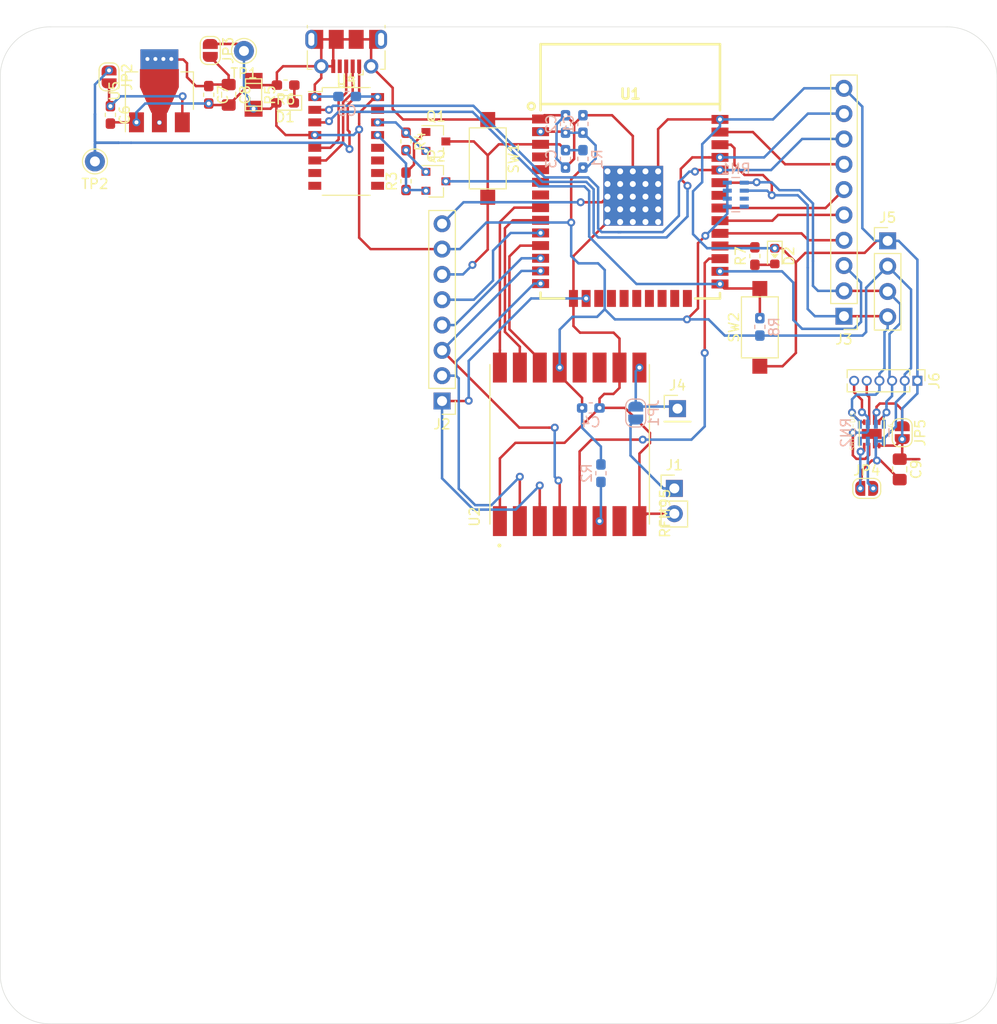
<source format=kicad_pcb>
(kicad_pcb (version 20171130) (host pcbnew 5.1.2-f72e74a~84~ubuntu18.04.1)

  (general
    (thickness 1.6)
    (drawings 8)
    (tracks 626)
    (zones 0)
    (modules 48)
    (nets 42)
  )

  (page User 139.7 215.9)
  (layers
    (0 F.Cu signal)
    (31 B.Cu signal)
    (32 B.Adhes user)
    (33 F.Adhes user)
    (34 B.Paste user)
    (35 F.Paste user)
    (36 B.SilkS user)
    (37 F.SilkS user)
    (38 B.Mask user)
    (39 F.Mask user)
    (40 Dwgs.User user)
    (41 Cmts.User user)
    (42 Eco1.User user)
    (43 Eco2.User user)
    (44 Edge.Cuts user)
    (45 Margin user)
    (46 B.CrtYd user)
    (47 F.CrtYd user)
    (48 B.Fab user)
    (49 F.Fab user)
  )

  (setup
    (last_trace_width 0.25)
    (trace_clearance 0.2)
    (zone_clearance 0.508)
    (zone_45_only no)
    (trace_min 0.2)
    (via_size 0.8)
    (via_drill 0.4)
    (via_min_size 0.4)
    (via_min_drill 0.3)
    (uvia_size 0.3)
    (uvia_drill 0.1)
    (uvias_allowed no)
    (uvia_min_size 0.2)
    (uvia_min_drill 0.1)
    (edge_width 0.05)
    (segment_width 0.2)
    (pcb_text_width 0.3)
    (pcb_text_size 1.5 1.5)
    (mod_edge_width 0.12)
    (mod_text_size 1 1)
    (mod_text_width 0.15)
    (pad_size 1.524 1.524)
    (pad_drill 0.762)
    (pad_to_mask_clearance 0.051)
    (solder_mask_min_width 0.25)
    (aux_axis_origin 0 0)
    (visible_elements FFFFFF7F)
    (pcbplotparams
      (layerselection 0x010fc_ffffffff)
      (usegerberextensions false)
      (usegerberattributes false)
      (usegerberadvancedattributes false)
      (creategerberjobfile false)
      (excludeedgelayer true)
      (linewidth 0.100000)
      (plotframeref false)
      (viasonmask false)
      (mode 1)
      (useauxorigin false)
      (hpglpennumber 1)
      (hpglpenspeed 20)
      (hpglpendiameter 15.000000)
      (psnegative false)
      (psa4output false)
      (plotreference true)
      (plotvalue true)
      (plotinvisibletext false)
      (padsonsilk false)
      (subtractmaskfromsilk false)
      (outputformat 1)
      (mirror false)
      (drillshape 1)
      (scaleselection 1)
      (outputdirectory ""))
  )

  (net 0 "")
  (net 1 +3V3)
  (net 2 GND)
  (net 3 /RESET)
  (net 4 "Net-(C6-Pad1)")
  (net 5 "Net-(C7-Pad1)")
  (net 6 "Net-(D1-Pad1)")
  (net 7 "Net-(D2-Pad2)")
  (net 8 "Net-(J1-Pad1)")
  (net 9 /IO25)
  (net 10 /IO27)
  (net 11 /SCK)
  (net 12 /MISO)
  (net 13 /MOSI)
  (net 14 /TXO)
  (net 15 /RXI)
  (net 16 /IO23)
  (net 17 /IO19)
  (net 18 /IO18)
  (net 19 /IO5)
  (net 20 /IO4)
  (net 21 /SCL)
  (net 22 /SDA)
  (net 23 /ANT)
  (net 24 +5V)
  (net 25 "Net-(Q1-Pad1)")
  (net 26 /auto_reset/RTS)
  (net 27 "Net-(Q2-Pad1)")
  (net 28 /0)
  (net 29 /auto_reset/DTR)
  (net 30 /RFM95HW/RFM_RST)
  (net 31 /IO17)
  (net 32 /RFM_DIO_32)
  (net 33 /RFM_DIO_33)
  (net 34 /RFM_INT_26)
  (net 35 /RFM_CS)
  (net 36 "Net-(U3-Pad3)")
  (net 37 "Net-(U3-Pad2)")
  (net 38 /SHT3X/ALERT)
  (net 39 /SHT3X/NRST)
  (net 40 "Net-(JP4-Pad2)")
  (net 41 /SHT3X/ADDR)

  (net_class Default "This is the default net class."
    (clearance 0.2)
    (trace_width 0.25)
    (via_dia 0.8)
    (via_drill 0.4)
    (uvia_dia 0.3)
    (uvia_drill 0.1)
    (add_net +3V3)
    (add_net +5V)
    (add_net /0)
    (add_net /ANT)
    (add_net /IO17)
    (add_net /IO18)
    (add_net /IO19)
    (add_net /IO23)
    (add_net /IO25)
    (add_net /IO27)
    (add_net /IO4)
    (add_net /IO5)
    (add_net /MISO)
    (add_net /MOSI)
    (add_net /RESET)
    (add_net /RFM95HW/RFM_RST)
    (add_net /RFM_CS)
    (add_net /RFM_DIO_32)
    (add_net /RFM_DIO_33)
    (add_net /RFM_INT_26)
    (add_net /RXI)
    (add_net /SCK)
    (add_net /SCL)
    (add_net /SDA)
    (add_net /SHT3X/ADDR)
    (add_net /SHT3X/ALERT)
    (add_net /SHT3X/NRST)
    (add_net /TXO)
    (add_net /auto_reset/DTR)
    (add_net /auto_reset/RTS)
    (add_net GND)
    (add_net "Net-(C6-Pad1)")
    (add_net "Net-(C7-Pad1)")
    (add_net "Net-(D1-Pad1)")
    (add_net "Net-(D2-Pad2)")
    (add_net "Net-(J1-Pad1)")
    (add_net "Net-(JP4-Pad2)")
    (add_net "Net-(Q1-Pad1)")
    (add_net "Net-(Q2-Pad1)")
    (add_net "Net-(RN1-Pad3)")
    (add_net "Net-(RN1-Pad4)")
    (add_net "Net-(U1-Pad17)")
    (add_net "Net-(U1-Pad18)")
    (add_net "Net-(U1-Pad19)")
    (add_net "Net-(U1-Pad20)")
    (add_net "Net-(U1-Pad21)")
    (add_net "Net-(U1-Pad22)")
    (add_net "Net-(U1-Pad23)")
    (add_net "Net-(U1-Pad24)")
    (add_net "Net-(U1-Pad32)")
    (add_net "Net-(U1-Pad4)")
    (add_net "Net-(U1-Pad5)")
    (add_net "Net-(U1-Pad6)")
    (add_net "Net-(U1-Pad7)")
    (add_net "Net-(U2-Pad11)")
    (add_net "Net-(U2-Pad12)")
    (add_net "Net-(U2-Pad7)")
    (add_net "Net-(U3-Pad2)")
    (add_net "Net-(U3-Pad3)")
    (add_net "Net-(U3-Pad4)")
    (add_net "Net-(U4-Pad10)")
    (add_net "Net-(U4-Pad11)")
    (add_net "Net-(U4-Pad12)")
    (add_net "Net-(U4-Pad15)")
    (add_net "Net-(U4-Pad7)")
    (add_net "Net-(U4-Pad8)")
    (add_net "Net-(U4-Pad9)")
  )

  (net_class 800mA ""
    (clearance 0.2)
    (trace_width 0.3)
    (via_dia 0.8)
    (via_drill 0.4)
    (uvia_dia 0.3)
    (uvia_drill 0.1)
  )

  (net_class GND ""
    (clearance 0.2)
    (trace_width 1.25)
    (via_dia 0.8)
    (via_drill 0.4)
    (uvia_dia 0.3)
    (uvia_drill 0.1)
  )

  (module footprint-lib:MountingHole_2.7mm_M2.5,rpi_like locked (layer F.Cu) (tedit 5CD0070F) (tstamp 5D07D8C7)
    (at 115 25)
    (descr "Mounting Hole 2.7mm, no annular, M2.5")
    (tags "mounting hole 2.7mm no annular m2.5")
    (path /5D0B26AE)
    (attr virtual)
    (fp_text reference H4 (at 0 -3.7) (layer F.SilkS) hide
      (effects (font (size 1 1) (thickness 0.15)))
    )
    (fp_text value MOUNT_M2.5 (at 0 3.7) (layer F.Fab)
      (effects (font (size 1 1) (thickness 0.15)))
    )
    (fp_circle (center 0 0) (end 1.905 0) (layer B.Mask) (width 1.2))
    (fp_circle (center 0 0) (end 1.905 0) (layer F.Mask) (width 1.2))
    (fp_circle (center 0 0) (end 2.95 0) (layer F.CrtYd) (width 0.05))
    (fp_circle (center 0 0) (end 2.7 0) (layer Cmts.User) (width 0.15))
    (fp_text user %R (at 0.3 0) (layer F.Fab)
      (effects (font (size 1 1) (thickness 0.15)))
    )
    (pad "" np_thru_hole circle (at 0 0) (size 2.7 2.7) (drill 2.7) (layers *.Cu *.Mask)
      (solder_mask_margin 1.5) (clearance 1.5))
  )

  (module footprint-lib:MountingHole_2.7mm_M2.5,rpi_like locked (layer F.Cu) (tedit 5CD0070F) (tstamp 5D07D8BD)
    (at 115 115)
    (descr "Mounting Hole 2.7mm, no annular, M2.5")
    (tags "mounting hole 2.7mm no annular m2.5")
    (path /5D0B26A4)
    (attr virtual)
    (fp_text reference H3 (at 0 -3.7) (layer F.SilkS) hide
      (effects (font (size 1 1) (thickness 0.15)))
    )
    (fp_text value MOUNT_M2.5 (at 0 3.7) (layer F.Fab)
      (effects (font (size 1 1) (thickness 0.15)))
    )
    (fp_circle (center 0 0) (end 1.905 0) (layer B.Mask) (width 1.2))
    (fp_circle (center 0 0) (end 1.905 0) (layer F.Mask) (width 1.2))
    (fp_circle (center 0 0) (end 2.95 0) (layer F.CrtYd) (width 0.05))
    (fp_circle (center 0 0) (end 2.7 0) (layer Cmts.User) (width 0.15))
    (fp_text user %R (at 0.3 0) (layer F.Fab)
      (effects (font (size 1 1) (thickness 0.15)))
    )
    (pad "" np_thru_hole circle (at 0 0) (size 2.7 2.7) (drill 2.7) (layers *.Cu *.Mask)
      (solder_mask_margin 1.5) (clearance 1.5))
  )

  (module footprint-lib:MountingHole_2.7mm_M2.5,rpi_like locked (layer F.Cu) (tedit 5CD0070F) (tstamp 5D07D8B3)
    (at 25 115)
    (descr "Mounting Hole 2.7mm, no annular, M2.5")
    (tags "mounting hole 2.7mm no annular m2.5")
    (path /5D0B0227)
    (attr virtual)
    (fp_text reference H2 (at 0 -3.7) (layer F.SilkS) hide
      (effects (font (size 1 1) (thickness 0.15)))
    )
    (fp_text value MOUNT_M2.5 (at 0 3.7) (layer F.Fab)
      (effects (font (size 1 1) (thickness 0.15)))
    )
    (fp_circle (center 0 0) (end 1.905 0) (layer B.Mask) (width 1.2))
    (fp_circle (center 0 0) (end 1.905 0) (layer F.Mask) (width 1.2))
    (fp_circle (center 0 0) (end 2.95 0) (layer F.CrtYd) (width 0.05))
    (fp_circle (center 0 0) (end 2.7 0) (layer Cmts.User) (width 0.15))
    (fp_text user %R (at 0.3 0) (layer F.Fab)
      (effects (font (size 1 1) (thickness 0.15)))
    )
    (pad "" np_thru_hole circle (at 0 0) (size 2.7 2.7) (drill 2.7) (layers *.Cu *.Mask)
      (solder_mask_margin 1.5) (clearance 1.5))
  )

  (module footprint-lib:MountingHole_2.7mm_M2.5,rpi_like locked (layer F.Cu) (tedit 5CD0070F) (tstamp 5D07DEEB)
    (at 25 25)
    (descr "Mounting Hole 2.7mm, no annular, M2.5")
    (tags "mounting hole 2.7mm no annular m2.5")
    (path /5D0AF719)
    (attr virtual)
    (fp_text reference H1 (at 0 -3.7) (layer F.SilkS) hide
      (effects (font (size 1 1) (thickness 0.15)))
    )
    (fp_text value MOUNT_M2.5 (at 0 3.7) (layer F.Fab)
      (effects (font (size 1 1) (thickness 0.15)))
    )
    (fp_circle (center 0 0) (end 1.905 0) (layer B.Mask) (width 1.2))
    (fp_circle (center 0 0) (end 1.905 0) (layer F.Mask) (width 1.2))
    (fp_circle (center 0 0) (end 2.95 0) (layer F.CrtYd) (width 0.05))
    (fp_circle (center 0 0) (end 2.7 0) (layer Cmts.User) (width 0.15))
    (fp_text user %R (at 0.3 0) (layer F.Fab)
      (effects (font (size 1 1) (thickness 0.15)))
    )
    (pad "" np_thru_hole circle (at 0 0) (size 2.7 2.7) (drill 2.7) (layers *.Cu *.Mask)
      (solder_mask_margin 1.5) (clearance 1.5))
  )

  (module footprint-lib:SHT3x-DIS (layer F.Cu) (tedit 5CFA0B3B) (tstamp 5D079B14)
    (at 107.428499 60.827501 270)
    (path /5D09E40C/5CFA0226)
    (attr smd)
    (fp_text reference U6 (at -0.583644 -1.91413 90) (layer F.SilkS)
      (effects (font (size 0.482349 0.482349) (thickness 0.05)))
    )
    (fp_text value SHT3x-DIS (at -0.27733 1.90426 90) (layer F.SilkS)
      (effects (font (size 0.482296 0.482296) (thickness 0.05)))
    )
    (fp_circle (center 0 0) (end 0.75 0) (layer Eco2.User) (width 0.127))
    (fp_line (start 1.75 -1.5) (end -1.75 -1.5) (layer Eco1.User) (width 0.127))
    (fp_line (start 1.75 1.5) (end 1.75 -1.5) (layer Eco1.User) (width 0.127))
    (fp_line (start -1.75 1.5) (end 1.75 1.5) (layer Eco1.User) (width 0.127))
    (fp_line (start -1.75 -1.5) (end -1.75 1.5) (layer Eco1.User) (width 0.127))
    (fp_circle (center -1.5 -1.2) (end -1.4 -1.2) (layer F.SilkS) (width 0.1))
    (fp_poly (pts (xy -0.451607 -0.8) (xy 0.45 -0.8) (xy 0.45 0.802858) (xy -0.451607 0.802858)) (layer F.Paste) (width 0))
    (fp_line (start -1.25 -1.25) (end -1.25 1.25) (layer Eco2.User) (width 0.127))
    (fp_line (start 1.25 -1.25) (end -1.25 -1.25) (layer F.SilkS) (width 0.127))
    (fp_line (start 1.25 1.25) (end 1.25 -1.25) (layer Eco2.User) (width 0.127))
    (fp_line (start -1.25 1.25) (end 1.25 1.25) (layer F.SilkS) (width 0.127))
    (pad PAD smd rect (at 0 0 270) (size 1 2) (layers F.Cu F.Paste F.Mask)
      (net 2 GND))
    (pad 5 smd rect (at 1.175 0.75 270) (size 0.55 0.25) (layers F.Cu F.Paste F.Mask)
      (net 1 +3V3))
    (pad 6 smd rect (at 1.175 0.25 270) (size 0.55 0.25) (layers F.Cu F.Paste F.Mask)
      (net 39 /SHT3X/NRST))
    (pad 7 smd rect (at 1.175 -0.25 270) (size 0.55 0.25) (layers F.Cu F.Paste F.Mask)
      (net 2 GND))
    (pad 8 smd rect (at 1.175 -0.75 270) (size 0.55 0.25) (layers F.Cu F.Paste F.Mask)
      (net 2 GND))
    (pad 4 smd rect (at -1.175 0.75 270) (size 0.55 0.25) (layers F.Cu F.Paste F.Mask)
      (net 21 /SCL))
    (pad 3 smd rect (at -1.175 0.25 270) (size 0.55 0.25) (layers F.Cu F.Paste F.Mask)
      (net 38 /SHT3X/ALERT))
    (pad 2 smd rect (at -1.175 -0.25 270) (size 0.55 0.25) (layers F.Cu F.Paste F.Mask)
      (net 41 /SHT3X/ADDR))
    (pad 1 smd rect (at -1.175 -0.75 270) (size 0.55 0.25) (layers F.Cu F.Paste F.Mask)
      (net 22 /SDA))
    (model /home/logic/_workspace/kicad/kicad_library/kicad-packages3d/Sensirion_Humidity_SHT3x_STEP-file.step
      (at (xyz 0 0 0))
      (scale (xyz 1 1 1))
      (rotate (xyz 0 0 0))
    )
  )

  (module Resistor_SMD:R_Array_Concave_4x0603 (layer B.Cu) (tedit 58E0A85E) (tstamp 5D0798AC)
    (at 107.442 60.706 270)
    (descr "Thick Film Chip Resistor Array, Wave soldering, Vishay CRA06P (see cra06p.pdf)")
    (tags "resistor array")
    (path /5D09E40C/5CFA1908)
    (attr smd)
    (fp_text reference RN2 (at 0 2.6 90) (layer B.SilkS)
      (effects (font (size 1 1) (thickness 0.15)) (justify mirror))
    )
    (fp_text value RN_472,0603 (at 0 -2.6 90) (layer B.Fab)
      (effects (font (size 1 1) (thickness 0.15)) (justify mirror))
    )
    (fp_line (start 1.55 -1.87) (end -1.55 -1.87) (layer B.CrtYd) (width 0.05))
    (fp_line (start 1.55 -1.87) (end 1.55 1.88) (layer B.CrtYd) (width 0.05))
    (fp_line (start -1.55 1.88) (end -1.55 -1.87) (layer B.CrtYd) (width 0.05))
    (fp_line (start -1.55 1.88) (end 1.55 1.88) (layer B.CrtYd) (width 0.05))
    (fp_line (start 0.4 1.72) (end -0.4 1.72) (layer B.SilkS) (width 0.12))
    (fp_line (start 0.4 -1.72) (end -0.4 -1.72) (layer B.SilkS) (width 0.12))
    (fp_line (start -0.8 -1.6) (end -0.8 1.6) (layer B.Fab) (width 0.1))
    (fp_line (start 0.8 -1.6) (end -0.8 -1.6) (layer B.Fab) (width 0.1))
    (fp_line (start 0.8 1.6) (end 0.8 -1.6) (layer B.Fab) (width 0.1))
    (fp_line (start -0.8 1.6) (end 0.8 1.6) (layer B.Fab) (width 0.1))
    (fp_text user %R (at 0 0 180) (layer B.Fab)
      (effects (font (size 0.5 0.5) (thickness 0.075)) (justify mirror))
    )
    (pad 5 smd rect (at 0.85 -1.2 270) (size 0.9 0.4) (layers B.Cu B.Paste B.Mask)
      (net 1 +3V3))
    (pad 6 smd rect (at 0.85 -0.4 270) (size 0.9 0.4) (layers B.Cu B.Paste B.Mask)
      (net 1 +3V3))
    (pad 7 smd rect (at 0.85 0.4 270) (size 0.9 0.4) (layers B.Cu B.Paste B.Mask)
      (net 40 "Net-(JP4-Pad2)"))
    (pad 8 smd rect (at 0.85 1.2 270) (size 0.9 0.4) (layers B.Cu B.Paste B.Mask)
      (net 40 "Net-(JP4-Pad2)"))
    (pad 4 smd rect (at -0.85 -1.2 270) (size 0.9 0.4) (layers B.Cu B.Paste B.Mask)
      (net 22 /SDA))
    (pad 1 smd rect (at -0.85 1.2 270) (size 0.9 0.4) (layers B.Cu B.Paste B.Mask)
      (net 21 /SCL))
    (pad 3 smd rect (at -0.85 -0.4 270) (size 0.9 0.4) (layers B.Cu B.Paste B.Mask)
      (net 41 /SHT3X/ADDR))
    (pad 2 smd rect (at -0.85 0.4 270) (size 0.9 0.4) (layers B.Cu B.Paste B.Mask)
      (net 39 /SHT3X/NRST))
    (model ${KISYS3DMOD}/Resistor_SMD.3dshapes/R_Array_Concave_4x0603.wrl
      (at (xyz 0 0 0))
      (scale (xyz 1 1 1))
      (rotate (xyz 0 0 0))
    )
  )

  (module Jumper:SolderJumper-2_P1.3mm_Open_RoundedPad1.0x1.5mm (layer F.Cu) (tedit 5B391E66) (tstamp 5D079723)
    (at 110.49 60.706001 270)
    (descr "SMD Solder Jumper, 1x1.5mm, rounded Pads, 0.3mm gap, open")
    (tags "solder jumper open")
    (path /5D09E40C/5CFABF79)
    (attr virtual)
    (fp_text reference JP5 (at 0 -1.8 90) (layer F.SilkS)
      (effects (font (size 1 1) (thickness 0.15)))
    )
    (fp_text value J_ADDR (at 0 1.9 90) (layer F.Fab)
      (effects (font (size 1 1) (thickness 0.15)))
    )
    (fp_line (start 1.65 1.25) (end -1.65 1.25) (layer F.CrtYd) (width 0.05))
    (fp_line (start 1.65 1.25) (end 1.65 -1.25) (layer F.CrtYd) (width 0.05))
    (fp_line (start -1.65 -1.25) (end -1.65 1.25) (layer F.CrtYd) (width 0.05))
    (fp_line (start -1.65 -1.25) (end 1.65 -1.25) (layer F.CrtYd) (width 0.05))
    (fp_line (start -0.7 -1) (end 0.7 -1) (layer F.SilkS) (width 0.12))
    (fp_line (start 1.4 -0.3) (end 1.4 0.3) (layer F.SilkS) (width 0.12))
    (fp_line (start 0.7 1) (end -0.7 1) (layer F.SilkS) (width 0.12))
    (fp_line (start -1.4 0.3) (end -1.4 -0.3) (layer F.SilkS) (width 0.12))
    (fp_arc (start -0.7 -0.3) (end -0.7 -1) (angle -90) (layer F.SilkS) (width 0.12))
    (fp_arc (start -0.7 0.3) (end -1.4 0.3) (angle -90) (layer F.SilkS) (width 0.12))
    (fp_arc (start 0.7 0.3) (end 0.7 1) (angle -90) (layer F.SilkS) (width 0.12))
    (fp_arc (start 0.7 -0.3) (end 1.4 -0.3) (angle -90) (layer F.SilkS) (width 0.12))
    (pad 2 smd custom (at 0.65 0 270) (size 1 0.5) (layers F.Cu F.Mask)
      (net 2 GND) (zone_connect 2)
      (options (clearance outline) (anchor rect))
      (primitives
        (gr_circle (center 0 0.25) (end 0.5 0.25) (width 0))
        (gr_circle (center 0 -0.25) (end 0.5 -0.25) (width 0))
        (gr_poly (pts
           (xy 0 -0.75) (xy -0.5 -0.75) (xy -0.5 0.75) (xy 0 0.75)) (width 0))
      ))
    (pad 1 smd custom (at -0.65 0 270) (size 1 0.5) (layers F.Cu F.Mask)
      (net 41 /SHT3X/ADDR) (zone_connect 2)
      (options (clearance outline) (anchor rect))
      (primitives
        (gr_circle (center 0 0.25) (end 0.5 0.25) (width 0))
        (gr_circle (center 0 -0.25) (end 0.5 -0.25) (width 0))
        (gr_poly (pts
           (xy 0 -0.75) (xy 0.5 -0.75) (xy 0.5 0.75) (xy 0 0.75)) (width 0))
      ))
  )

  (module Jumper:SolderJumper-2_P1.3mm_Open_RoundedPad1.0x1.5mm (layer F.Cu) (tedit 5B391E66) (tstamp 5D079711)
    (at 106.934 66.294)
    (descr "SMD Solder Jumper, 1x1.5mm, rounded Pads, 0.3mm gap, open")
    (tags "solder jumper open")
    (path /5D09E40C/5CFA372A)
    (attr virtual)
    (fp_text reference JP4 (at 0 -1.8) (layer F.SilkS)
      (effects (font (size 1 1) (thickness 0.15)))
    )
    (fp_text value SolderJumper_2_Open_round (at 0 1.9) (layer F.Fab)
      (effects (font (size 1 1) (thickness 0.15)))
    )
    (fp_line (start 1.65 1.25) (end -1.65 1.25) (layer F.CrtYd) (width 0.05))
    (fp_line (start 1.65 1.25) (end 1.65 -1.25) (layer F.CrtYd) (width 0.05))
    (fp_line (start -1.65 -1.25) (end -1.65 1.25) (layer F.CrtYd) (width 0.05))
    (fp_line (start -1.65 -1.25) (end 1.65 -1.25) (layer F.CrtYd) (width 0.05))
    (fp_line (start -0.7 -1) (end 0.7 -1) (layer F.SilkS) (width 0.12))
    (fp_line (start 1.4 -0.3) (end 1.4 0.3) (layer F.SilkS) (width 0.12))
    (fp_line (start 0.7 1) (end -0.7 1) (layer F.SilkS) (width 0.12))
    (fp_line (start -1.4 0.3) (end -1.4 -0.3) (layer F.SilkS) (width 0.12))
    (fp_arc (start -0.7 -0.3) (end -0.7 -1) (angle -90) (layer F.SilkS) (width 0.12))
    (fp_arc (start -0.7 0.3) (end -1.4 0.3) (angle -90) (layer F.SilkS) (width 0.12))
    (fp_arc (start 0.7 0.3) (end 0.7 1) (angle -90) (layer F.SilkS) (width 0.12))
    (fp_arc (start 0.7 -0.3) (end 1.4 -0.3) (angle -90) (layer F.SilkS) (width 0.12))
    (pad 2 smd custom (at 0.65 0) (size 1 0.5) (layers F.Cu F.Mask)
      (net 40 "Net-(JP4-Pad2)") (zone_connect 2)
      (options (clearance outline) (anchor rect))
      (primitives
        (gr_circle (center 0 0.25) (end 0.5 0.25) (width 0))
        (gr_circle (center 0 -0.25) (end 0.5 -0.25) (width 0))
        (gr_poly (pts
           (xy 0 -0.75) (xy -0.5 -0.75) (xy -0.5 0.75) (xy 0 0.75)) (width 0))
      ))
    (pad 1 smd custom (at -0.65 0) (size 1 0.5) (layers F.Cu F.Mask)
      (net 1 +3V3) (zone_connect 2)
      (options (clearance outline) (anchor rect))
      (primitives
        (gr_circle (center 0 0.25) (end 0.5 0.25) (width 0))
        (gr_circle (center 0 -0.25) (end 0.5 -0.25) (width 0))
        (gr_poly (pts
           (xy 0 -0.75) (xy 0.5 -0.75) (xy 0.5 0.75) (xy 0 0.75)) (width 0))
      ))
  )

  (module Connector_PinHeader_1.27mm:PinHeader_1x06_P1.27mm_Vertical (layer F.Cu) (tedit 59FED6E3) (tstamp 5D079699)
    (at 112.014 55.499 270)
    (descr "Through hole straight pin header, 1x06, 1.27mm pitch, single row")
    (tags "Through hole pin header THT 1x06 1.27mm single row")
    (path /5D09E40C/5CFBB0DE)
    (fp_text reference J6 (at 0 -1.695 90) (layer F.SilkS)
      (effects (font (size 1 1) (thickness 0.15)))
    )
    (fp_text value SHT3x_HEADER (at 0 8.045 90) (layer F.Fab)
      (effects (font (size 1 1) (thickness 0.15)))
    )
    (fp_text user %R (at 0 3.175) (layer F.Fab)
      (effects (font (size 1 1) (thickness 0.15)))
    )
    (fp_line (start 1.55 -1.15) (end -1.55 -1.15) (layer F.CrtYd) (width 0.05))
    (fp_line (start 1.55 7.5) (end 1.55 -1.15) (layer F.CrtYd) (width 0.05))
    (fp_line (start -1.55 7.5) (end 1.55 7.5) (layer F.CrtYd) (width 0.05))
    (fp_line (start -1.55 -1.15) (end -1.55 7.5) (layer F.CrtYd) (width 0.05))
    (fp_line (start -1.11 -0.76) (end 0 -0.76) (layer F.SilkS) (width 0.12))
    (fp_line (start -1.11 0) (end -1.11 -0.76) (layer F.SilkS) (width 0.12))
    (fp_line (start 0.563471 0.76) (end 1.11 0.76) (layer F.SilkS) (width 0.12))
    (fp_line (start -1.11 0.76) (end -0.563471 0.76) (layer F.SilkS) (width 0.12))
    (fp_line (start 1.11 0.76) (end 1.11 7.045) (layer F.SilkS) (width 0.12))
    (fp_line (start -1.11 0.76) (end -1.11 7.045) (layer F.SilkS) (width 0.12))
    (fp_line (start 0.30753 7.045) (end 1.11 7.045) (layer F.SilkS) (width 0.12))
    (fp_line (start -1.11 7.045) (end -0.30753 7.045) (layer F.SilkS) (width 0.12))
    (fp_line (start -1.05 -0.11) (end -0.525 -0.635) (layer F.Fab) (width 0.1))
    (fp_line (start -1.05 6.985) (end -1.05 -0.11) (layer F.Fab) (width 0.1))
    (fp_line (start 1.05 6.985) (end -1.05 6.985) (layer F.Fab) (width 0.1))
    (fp_line (start 1.05 -0.635) (end 1.05 6.985) (layer F.Fab) (width 0.1))
    (fp_line (start -0.525 -0.635) (end 1.05 -0.635) (layer F.Fab) (width 0.1))
    (pad 6 thru_hole oval (at 0 6.35 270) (size 1 1) (drill 0.65) (layers *.Cu *.Mask)
      (net 39 /SHT3X/NRST))
    (pad 5 thru_hole oval (at 0 5.08 270) (size 1 1) (drill 0.65) (layers *.Cu *.Mask)
      (net 38 /SHT3X/ALERT))
    (pad 4 thru_hole oval (at 0 3.81 270) (size 1 1) (drill 0.65) (layers *.Cu *.Mask)
      (net 21 /SCL))
    (pad 3 thru_hole oval (at 0 2.54 270) (size 1 1) (drill 0.65) (layers *.Cu *.Mask)
      (net 22 /SDA))
    (pad 2 thru_hole oval (at 0 1.27 270) (size 1 1) (drill 0.65) (layers *.Cu *.Mask)
      (net 1 +3V3))
    (pad 1 thru_hole rect (at 0 0 270) (size 1 1) (drill 0.65) (layers *.Cu *.Mask)
      (net 2 GND))
    (model ${KISYS3DMOD}/Connector_PinHeader_1.27mm.3dshapes/PinHeader_1x06_P1.27mm_Vertical.wrl
      (at (xyz 0 0 0))
      (scale (xyz 1 1 1))
      (rotate (xyz 0 0 0))
    )
  )

  (module Capacitor_SMD:C_0805_2012Metric_Pad1.15x1.40mm_HandSolder (layer F.Cu) (tedit 5B36C52B) (tstamp 5D079539)
    (at 110.236 64.389 270)
    (descr "Capacitor SMD 0805 (2012 Metric), square (rectangular) end terminal, IPC_7351 nominal with elongated pad for handsoldering. (Body size source: https://docs.google.com/spreadsheets/d/1BsfQQcO9C6DZCsRaXUlFlo91Tg2WpOkGARC1WS5S8t0/edit?usp=sharing), generated with kicad-footprint-generator")
    (tags "capacitor handsolder")
    (path /5D09E40C/5CFA71B1)
    (attr smd)
    (fp_text reference C9 (at 0 -1.65 90) (layer F.SilkS)
      (effects (font (size 1 1) (thickness 0.15)))
    )
    (fp_text value C104,0805 (at 0 1.65 90) (layer F.Fab)
      (effects (font (size 1 1) (thickness 0.15)))
    )
    (fp_text user %R (at 0 0 90) (layer F.Fab)
      (effects (font (size 0.5 0.5) (thickness 0.08)))
    )
    (fp_line (start 1.85 0.95) (end -1.85 0.95) (layer F.CrtYd) (width 0.05))
    (fp_line (start 1.85 -0.95) (end 1.85 0.95) (layer F.CrtYd) (width 0.05))
    (fp_line (start -1.85 -0.95) (end 1.85 -0.95) (layer F.CrtYd) (width 0.05))
    (fp_line (start -1.85 0.95) (end -1.85 -0.95) (layer F.CrtYd) (width 0.05))
    (fp_line (start -0.261252 0.71) (end 0.261252 0.71) (layer F.SilkS) (width 0.12))
    (fp_line (start -0.261252 -0.71) (end 0.261252 -0.71) (layer F.SilkS) (width 0.12))
    (fp_line (start 1 0.6) (end -1 0.6) (layer F.Fab) (width 0.1))
    (fp_line (start 1 -0.6) (end 1 0.6) (layer F.Fab) (width 0.1))
    (fp_line (start -1 -0.6) (end 1 -0.6) (layer F.Fab) (width 0.1))
    (fp_line (start -1 0.6) (end -1 -0.6) (layer F.Fab) (width 0.1))
    (pad 2 smd roundrect (at 1.025 0 270) (size 1.15 1.4) (layers F.Cu F.Paste F.Mask) (roundrect_rratio 0.217391)
      (net 1 +3V3))
    (pad 1 smd roundrect (at -1.025 0 270) (size 1.15 1.4) (layers F.Cu F.Paste F.Mask) (roundrect_rratio 0.217391)
      (net 2 GND))
    (model ${KISYS3DMOD}/Capacitor_SMD.3dshapes/C_0805_2012Metric.wrl
      (at (xyz 0 0 0))
      (scale (xyz 1 1 1))
      (rotate (xyz 0 0 0))
    )
  )

  (module footprint-lib:AMS1117_SOT-223 (layer F.Cu) (tedit 5D061230) (tstamp 5D06DE72)
    (at 35.9658 26.425001 90)
    (descr "module CMS SOT223 4 pins")
    (tags "CMS SOT")
    (path /5D03FD1B/5C0AD747)
    (attr smd)
    (fp_text reference U5 (at 0 -4.5 90) (layer F.SilkS)
      (effects (font (size 1 1) (thickness 0.15)))
    )
    (fp_text value AMS1117-3.3 (at 0 4.5 90) (layer F.Fab)
      (effects (font (size 1 1) (thickness 0.15)))
    )
    (fp_poly (pts (xy 2.159 -1.905) (xy 0.381 -1.905) (xy -2.159 -0.762) (xy -2.159 0.762)
      (xy 0.381 1.905) (xy 2.159 1.905)) (layer F.Cu) (width 0.1))
    (fp_line (start 1.85 -3.35) (end 1.85 3.35) (layer F.Fab) (width 0.1))
    (fp_line (start -1.85 3.35) (end 1.85 3.35) (layer F.Fab) (width 0.1))
    (fp_line (start -4.1 -3.41) (end 1.91 -3.41) (layer F.SilkS) (width 0.12))
    (fp_line (start -0.85 -3.35) (end 1.85 -3.35) (layer F.Fab) (width 0.1))
    (fp_line (start -1.85 3.41) (end 1.91 3.41) (layer F.SilkS) (width 0.12))
    (fp_line (start -1.85 -2.35) (end -1.85 3.35) (layer F.Fab) (width 0.1))
    (fp_line (start -1.85 -2.35) (end -0.85 -3.35) (layer F.Fab) (width 0.1))
    (fp_line (start -4.4 -3.6) (end -4.4 3.6) (layer F.CrtYd) (width 0.05))
    (fp_line (start -4.4 3.6) (end 4.4 3.6) (layer F.CrtYd) (width 0.05))
    (fp_line (start 4.4 3.6) (end 4.4 -3.6) (layer F.CrtYd) (width 0.05))
    (fp_line (start 4.4 -3.6) (end -4.4 -3.6) (layer F.CrtYd) (width 0.05))
    (fp_line (start 1.91 -3.41) (end 1.91 -2.15) (layer F.SilkS) (width 0.12))
    (fp_line (start 1.91 3.41) (end 1.91 2.15) (layer F.SilkS) (width 0.12))
    (fp_text user %R (at 0 0) (layer F.Fab)
      (effects (font (size 0.8 0.8) (thickness 0.12)))
    )
    (pad 2 smd rect (at 3.175 0 90) (size 2 3.8) (layers B.Cu)
      (net 5 "Net-(C7-Pad1)"))
    (pad 2 thru_hole circle (at -3.175 0 90) (size 0.5 0.5) (drill 0.4) (layers *.Cu)
      (net 5 "Net-(C7-Pad1)"))
    (pad 2 thru_hole circle (at 3.2 -0.4 90) (size 0.5 0.5) (drill 0.4) (layers *.Cu)
      (net 5 "Net-(C7-Pad1)"))
    (pad 2 thru_hole circle (at 3.2 1.2 90) (size 0.5 0.5) (drill 0.4) (layers *.Cu)
      (net 5 "Net-(C7-Pad1)"))
    (pad 2 thru_hole circle (at 3.2 -1.2 90) (size 0.5 0.5) (drill 0.4) (layers *.Cu)
      (net 5 "Net-(C7-Pad1)"))
    (pad 2 thru_hole circle (at 3.2 0.4 90) (size 0.5 0.5) (drill 0.4) (layers *.Cu)
      (net 5 "Net-(C7-Pad1)"))
    (pad 1 smd rect (at -3.15 -2.3 90) (size 2 1.5) (layers F.Cu F.Paste F.Mask)
      (net 2 GND))
    (pad 3 smd rect (at -3.15 2.3 90) (size 2 1.5) (layers F.Cu F.Paste F.Mask)
      (net 4 "Net-(C6-Pad1)"))
    (pad 2 smd rect (at -3.15 0 90) (size 2 1.5) (layers F.Cu F.Paste F.Mask)
      (net 5 "Net-(C7-Pad1)"))
    (pad 2 smd rect (at 3.15 0 90) (size 2 3.8) (layers F.Cu F.Paste F.Mask)
      (net 5 "Net-(C7-Pad1)"))
    (model ${KISYS3DMOD}/Package_TO_SOT_SMD.3dshapes/SOT-223.wrl
      (at (xyz 0 0 0))
      (scale (xyz 1 1 1))
      (rotate (xyz 0 0 0))
    )
  )

  (module Capacitor_SMD:C_0805_2012Metric_Pad1.15x1.40mm_HandSolder (layer F.Cu) (tedit 5B36C52B) (tstamp 5D06E1D5)
    (at 42.9158 26.815 270)
    (descr "Capacitor SMD 0805 (2012 Metric), square (rectangular) end terminal, IPC_7351 nominal with elongated pad for handsoldering. (Body size source: https://docs.google.com/spreadsheets/d/1BsfQQcO9C6DZCsRaXUlFlo91Tg2WpOkGARC1WS5S8t0/edit?usp=sharing), generated with kicad-footprint-generator")
    (tags "capacitor handsolder")
    (path /5D03FD1B/5D0724D3)
    (attr smd)
    (fp_text reference C8 (at 0 -1.65 90) (layer F.SilkS)
      (effects (font (size 1 1) (thickness 0.15)))
    )
    (fp_text value C106,0805 (at 0 1.65 90) (layer F.Fab)
      (effects (font (size 1 1) (thickness 0.15)))
    )
    (fp_text user %R (at 0 0 90) (layer F.Fab)
      (effects (font (size 0.5 0.5) (thickness 0.08)))
    )
    (fp_line (start 1.85 0.95) (end -1.85 0.95) (layer F.CrtYd) (width 0.05))
    (fp_line (start 1.85 -0.95) (end 1.85 0.95) (layer F.CrtYd) (width 0.05))
    (fp_line (start -1.85 -0.95) (end 1.85 -0.95) (layer F.CrtYd) (width 0.05))
    (fp_line (start -1.85 0.95) (end -1.85 -0.95) (layer F.CrtYd) (width 0.05))
    (fp_line (start -0.261252 0.71) (end 0.261252 0.71) (layer F.SilkS) (width 0.12))
    (fp_line (start -0.261252 -0.71) (end 0.261252 -0.71) (layer F.SilkS) (width 0.12))
    (fp_line (start 1 0.6) (end -1 0.6) (layer F.Fab) (width 0.1))
    (fp_line (start 1 -0.6) (end 1 0.6) (layer F.Fab) (width 0.1))
    (fp_line (start -1 -0.6) (end 1 -0.6) (layer F.Fab) (width 0.1))
    (fp_line (start -1 0.6) (end -1 -0.6) (layer F.Fab) (width 0.1))
    (pad 2 smd roundrect (at 1.025 0 270) (size 1.15 1.4) (layers F.Cu F.Paste F.Mask) (roundrect_rratio 0.217391)
      (net 2 GND))
    (pad 1 smd roundrect (at -1.025 0 270) (size 1.15 1.4) (layers F.Cu F.Paste F.Mask) (roundrect_rratio 0.217391)
      (net 5 "Net-(C7-Pad1)"))
    (model ${KISYS3DMOD}/Capacitor_SMD.3dshapes/C_0805_2012Metric.wrl
      (at (xyz 0 0 0))
      (scale (xyz 1 1 1))
      (rotate (xyz 0 0 0))
    )
  )

  (module footprint-lib:MBT3904_1AM_SOT (layer F.Cu) (tedit 5D04F669) (tstamp 5D06E218)
    (at 63.708 35.492)
    (descr "SOT-23, Standard")
    (tags MBT3904_1AM_SOT)
    (path /5D03FCC0/5D06D02A)
    (attr smd)
    (fp_text reference Q2 (at 0 -2.5) (layer F.SilkS)
      (effects (font (size 1 1) (thickness 0.15)))
    )
    (fp_text value "2N3904(1AM)" (at 0 2.5) (layer F.Fab)
      (effects (font (size 1 1) (thickness 0.15)))
    )
    (fp_text user %R (at 0 0 90) (layer F.Fab)
      (effects (font (size 0.5 0.5) (thickness 0.075)))
    )
    (fp_line (start -0.7 -0.95) (end -0.7 1.5) (layer F.Fab) (width 0.1))
    (fp_line (start -0.15 -1.52) (end 0.7 -1.52) (layer F.Fab) (width 0.1))
    (fp_line (start -0.7 -0.95) (end -0.15 -1.52) (layer F.Fab) (width 0.1))
    (fp_line (start 0.7 -1.52) (end 0.7 1.52) (layer F.Fab) (width 0.1))
    (fp_line (start -0.7 1.52) (end 0.7 1.52) (layer F.Fab) (width 0.1))
    (fp_line (start 0.76 1.58) (end 0.76 0.65) (layer F.SilkS) (width 0.12))
    (fp_line (start 0.76 -1.58) (end 0.76 -0.65) (layer F.SilkS) (width 0.12))
    (fp_line (start -1.7 -1.75) (end 1.7 -1.75) (layer F.CrtYd) (width 0.05))
    (fp_line (start 1.7 -1.75) (end 1.7 1.75) (layer F.CrtYd) (width 0.05))
    (fp_line (start 1.7 1.75) (end -1.7 1.75) (layer F.CrtYd) (width 0.05))
    (fp_line (start -1.7 1.75) (end -1.7 -1.75) (layer F.CrtYd) (width 0.05))
    (fp_line (start 0.76 -1.58) (end -1.4 -1.58) (layer F.SilkS) (width 0.12))
    (fp_line (start 0.76 1.58) (end -0.7 1.58) (layer F.SilkS) (width 0.12))
    (pad 1 smd rect (at -1 -0.95) (size 0.9 0.8) (layers F.Cu F.Paste F.Mask)
      (net 27 "Net-(Q2-Pad1)"))
    (pad 2 smd rect (at -1 0.95) (size 0.9 0.8) (layers F.Cu F.Paste F.Mask)
      (net 29 /auto_reset/DTR))
    (pad 3 smd rect (at 1 0) (size 0.9 0.8) (layers F.Cu F.Paste F.Mask)
      (net 28 /0))
    (model ${KISYS3DMOD}/Package_TO_SOT_SMD.3dshapes/SOT-23.wrl
      (at (xyz 0 0 0))
      (scale (xyz 1 1 1))
      (rotate (xyz 0 0 0))
    )
  )

  (module footprint-lib:MBT3904_1AM_SOT (layer F.Cu) (tedit 5D04F669) (tstamp 5D06E78B)
    (at 63.708 31.492)
    (descr "SOT-23, Standard")
    (tags MBT3904_1AM_SOT)
    (path /5D03FCC0/5D06DF19)
    (attr smd)
    (fp_text reference Q1 (at 0 -2.5) (layer F.SilkS)
      (effects (font (size 1 1) (thickness 0.15)))
    )
    (fp_text value "2N3904(1AM)" (at 0 2.5) (layer F.Fab)
      (effects (font (size 1 1) (thickness 0.15)))
    )
    (fp_text user %R (at 0 0 90) (layer F.Fab)
      (effects (font (size 0.5 0.5) (thickness 0.075)))
    )
    (fp_line (start -0.7 -0.95) (end -0.7 1.5) (layer F.Fab) (width 0.1))
    (fp_line (start -0.15 -1.52) (end 0.7 -1.52) (layer F.Fab) (width 0.1))
    (fp_line (start -0.7 -0.95) (end -0.15 -1.52) (layer F.Fab) (width 0.1))
    (fp_line (start 0.7 -1.52) (end 0.7 1.52) (layer F.Fab) (width 0.1))
    (fp_line (start -0.7 1.52) (end 0.7 1.52) (layer F.Fab) (width 0.1))
    (fp_line (start 0.76 1.58) (end 0.76 0.65) (layer F.SilkS) (width 0.12))
    (fp_line (start 0.76 -1.58) (end 0.76 -0.65) (layer F.SilkS) (width 0.12))
    (fp_line (start -1.7 -1.75) (end 1.7 -1.75) (layer F.CrtYd) (width 0.05))
    (fp_line (start 1.7 -1.75) (end 1.7 1.75) (layer F.CrtYd) (width 0.05))
    (fp_line (start 1.7 1.75) (end -1.7 1.75) (layer F.CrtYd) (width 0.05))
    (fp_line (start -1.7 1.75) (end -1.7 -1.75) (layer F.CrtYd) (width 0.05))
    (fp_line (start 0.76 -1.58) (end -1.4 -1.58) (layer F.SilkS) (width 0.12))
    (fp_line (start 0.76 1.58) (end -0.7 1.58) (layer F.SilkS) (width 0.12))
    (pad 1 smd rect (at -1 -0.95) (size 0.9 0.8) (layers F.Cu F.Paste F.Mask)
      (net 25 "Net-(Q1-Pad1)"))
    (pad 2 smd rect (at -1 0.95) (size 0.9 0.8) (layers F.Cu F.Paste F.Mask)
      (net 26 /auto_reset/RTS))
    (pad 3 smd rect (at 1 0) (size 0.9 0.8) (layers F.Cu F.Paste F.Mask)
      (net 3 /RESET))
    (model ${KISYS3DMOD}/Package_TO_SOT_SMD.3dshapes/SOT-23.wrl
      (at (xyz 0 0 0))
      (scale (xyz 1 1 1))
      (rotate (xyz 0 0 0))
    )
  )

  (module footprint-lib:ESP-WROOM-32NARROW (layer F.Cu) (tedit 5D06072D) (tstamp 5D078212)
    (at 83.208 34.492)
    (tags ESP-WROOM-32NARROW)
    (path /5D03BB29/5D0407EC)
    (fp_text reference U1 (at 0 -7.75) (layer F.SilkS)
      (effects (font (size 1.016 1.016) (thickness 0.254)))
    )
    (fp_text value ESP-WROOM-32NARROW (at 0.19 15.54) (layer F.Fab)
      (effects (font (size 1 1) (thickness 0.15)))
    )
    (fp_line (start -9 -12.75) (end -9 -6.13) (layer F.SilkS) (width 0.254))
    (fp_line (start 9 12.75) (end 9 12.21) (layer F.SilkS) (width 0.254))
    (fp_line (start 9 12.75) (end 6.51 12.75) (layer F.SilkS) (width 0.254))
    (fp_line (start -9 12.75) (end -6.63 12.75) (layer F.SilkS) (width 0.254))
    (fp_line (start -9 12.75) (end -9 12.16) (layer F.SilkS) (width 0.254))
    (fp_line (start 9 -12.75) (end 9 -6.13) (layer F.SilkS) (width 0.254))
    (fp_circle (center -9.93 -6.53) (end -9.69 -6.77) (layer F.SilkS) (width 0.254))
    (fp_text user "! Keep Out Zone !" (at 0 -11.75) (layer Dwgs.User)
      (effects (font (size 1 1) (thickness 0.15)))
    )
    (fp_line (start -9 -6.75) (end 9 -6.75) (layer F.SilkS) (width 0.254))
    (fp_line (start -9 -12.75) (end 9 -12.75) (layer F.SilkS) (width 0.254))
    (fp_line (start -11 -6.75) (end 11 -6.75) (layer Dwgs.User) (width 0.254))
    (fp_line (start -11 -14.75) (end 11 -14.75) (layer Dwgs.User) (width 0.254))
    (fp_line (start -11 -6.75) (end -11 -14.75) (layer Dwgs.User) (width 0.254))
    (fp_line (start 11 -14.75) (end 11 -6.75) (layer Dwgs.User) (width 0.254))
    (pad 39 thru_hole circle (at 2.794 5.08) (size 0.7 0.7) (drill 0.6) (layers *.Cu F.Mask)
      (net 2 GND))
    (pad 39 thru_hole circle (at 1.524 5.08) (size 0.7 0.7) (drill 0.6) (layers *.Cu F.Mask)
      (net 2 GND))
    (pad 39 thru_hole circle (at 0.254 5.08) (size 0.7 0.7) (drill 0.6) (layers *.Cu F.Mask)
      (net 2 GND))
    (pad 39 thru_hole circle (at -1.016 5.08) (size 0.7 0.7) (drill 0.6) (layers *.Cu F.Mask)
      (net 2 GND))
    (pad 39 thru_hole circle (at -2.286 5.08) (size 0.7 0.7) (drill 0.6) (layers *.Cu F.Mask)
      (net 2 GND))
    (pad 39 thru_hole circle (at 2.794 3.81) (size 0.7 0.7) (drill 0.6) (layers *.Cu F.Mask)
      (net 2 GND))
    (pad 39 thru_hole circle (at 1.524 3.81) (size 0.7 0.7) (drill 0.6) (layers *.Cu F.Mask)
      (net 2 GND))
    (pad 39 thru_hole circle (at 0.254 3.81) (size 0.7 0.7) (drill 0.6) (layers *.Cu F.Mask)
      (net 2 GND))
    (pad 39 thru_hole circle (at -1.016 3.81) (size 0.7 0.7) (drill 0.6) (layers *.Cu F.Mask)
      (net 2 GND))
    (pad 39 thru_hole circle (at -2.286 3.81) (size 0.7 0.7) (drill 0.6) (layers *.Cu F.Mask)
      (net 2 GND))
    (pad 39 thru_hole circle (at 2.794 2.54) (size 0.7 0.7) (drill 0.6) (layers *.Cu F.Mask)
      (net 2 GND))
    (pad 39 thru_hole circle (at 1.524 2.54) (size 0.7 0.7) (drill 0.6) (layers *.Cu F.Mask)
      (net 2 GND))
    (pad 39 thru_hole circle (at 0.254 2.54) (size 0.7 0.7) (drill 0.6) (layers *.Cu F.Mask)
      (net 2 GND))
    (pad 39 thru_hole circle (at -1.016 2.54) (size 0.7 0.7) (drill 0.6) (layers *.Cu F.Mask)
      (net 2 GND))
    (pad 39 thru_hole circle (at -2.286 2.54) (size 0.7 0.7) (drill 0.6) (layers *.Cu F.Mask)
      (net 2 GND))
    (pad 39 thru_hole circle (at 2.794 1.27) (size 0.7 0.7) (drill 0.6) (layers *.Cu F.Mask)
      (net 2 GND))
    (pad 39 thru_hole circle (at 1.524 1.27) (size 0.7 0.7) (drill 0.6) (layers *.Cu F.Mask)
      (net 2 GND))
    (pad 39 thru_hole circle (at 0.254 1.27) (size 0.7 0.7) (drill 0.6) (layers *.Cu F.Mask)
      (net 2 GND))
    (pad 39 thru_hole circle (at -1.016 1.27) (size 0.7 0.7) (drill 0.6) (layers *.Cu F.Mask)
      (net 2 GND))
    (pad 39 thru_hole circle (at -2.286 1.27) (size 0.7 0.7) (drill 0.6) (layers *.Cu F.Mask)
      (net 2 GND))
    (pad 39 thru_hole circle (at 2.794 0) (size 0.7 0.7) (drill 0.6) (layers *.Cu F.Mask)
      (net 2 GND))
    (pad 39 thru_hole circle (at 1.524 0) (size 0.7 0.7) (drill 0.6) (layers *.Cu F.Mask)
      (net 2 GND))
    (pad 39 thru_hole circle (at 0.254 0) (size 0.7 0.7) (drill 0.6) (layers *.Cu F.Mask)
      (net 2 GND))
    (pad 39 thru_hole circle (at -1.016 0) (size 0.7 0.7) (drill 0.6) (layers *.Cu F.Mask)
      (net 2 GND))
    (pad 39 thru_hole circle (at -2.286 0) (size 0.7 0.7) (drill 0.6) (layers *.Cu F.Mask)
      (net 2 GND))
    (pad Past smd rect (at 1.5664 3.733) (size 1.4 1.4) (layers F.Paste))
    (pad Past smd rect (at -0.9736 3.733) (size 1.4 1.4) (layers F.Paste))
    (pad Past smd rect (at 1.541 1.066) (size 1.4 1.4) (layers F.Paste))
    (pad Past smd rect (at -0.999 1.066) (size 1.4 1.4) (layers F.Paste))
    (pad 1 smd rect (at -9 -5.25) (size 1.7 0.9) (layers F.Cu F.Paste F.Mask)
      (net 2 GND) (solder_mask_margin 0.0508) (solder_paste_margin -0.075))
    (pad 2 smd rect (at -9 -3.98) (size 1.7 0.9) (layers F.Cu F.Paste F.Mask)
      (net 1 +3V3) (solder_mask_margin 0.0508) (solder_paste_margin -0.075))
    (pad 3 smd rect (at -9 -2.71) (size 1.7 0.9) (layers F.Cu F.Paste F.Mask)
      (net 3 /RESET) (solder_mask_margin 0.0508) (solder_paste_margin -0.075))
    (pad 4 smd rect (at -9 -1.44) (size 1.7 0.9) (layers F.Cu F.Paste F.Mask)
      (solder_mask_margin 0.0508) (solder_paste_margin -0.075))
    (pad 5 smd rect (at -9 -0.17) (size 1.7 0.9) (layers F.Cu F.Paste F.Mask)
      (solder_mask_margin 0.0508) (solder_paste_margin -0.075))
    (pad 6 smd rect (at -9 1.1) (size 1.7 0.9) (layers F.Cu F.Paste F.Mask)
      (solder_mask_margin 0.0508) (solder_paste_margin -0.075))
    (pad 7 smd rect (at -9 2.37) (size 1.7 0.9) (layers F.Cu F.Paste F.Mask)
      (solder_mask_margin 0.0508) (solder_paste_margin -0.075))
    (pad 8 smd rect (at -9 3.64) (size 1.7 0.9) (layers F.Cu F.Paste F.Mask)
      (net 32 /RFM_DIO_32) (solder_mask_margin 0.0508) (solder_paste_margin -0.075))
    (pad 9 smd rect (at -9 4.91) (size 1.7 0.9) (layers F.Cu F.Paste F.Mask)
      (net 33 /RFM_DIO_33) (solder_mask_margin 0.0508) (solder_paste_margin -0.075))
    (pad 10 smd rect (at -9 6.18) (size 1.7 0.9) (layers F.Cu F.Paste F.Mask)
      (net 9 /IO25) (solder_mask_margin 0.0508) (solder_paste_margin -0.075))
    (pad 11 smd rect (at -9 7.45) (size 1.7 0.9) (layers F.Cu F.Paste F.Mask)
      (net 34 /RFM_INT_26) (solder_mask_margin 0.0508) (solder_paste_margin -0.075))
    (pad 12 smd rect (at -9 8.72) (size 1.7 0.9) (layers F.Cu F.Paste F.Mask)
      (net 10 /IO27) (solder_mask_margin 0.0508) (solder_paste_margin -0.075))
    (pad 13 smd rect (at -9 9.99) (size 1.7 0.9) (layers F.Cu F.Paste F.Mask)
      (net 11 /SCK) (solder_mask_margin 0.0508) (solder_paste_margin -0.075))
    (pad 14 smd rect (at -9 11.26) (size 1.7 0.9) (layers F.Cu F.Paste F.Mask)
      (net 12 /MISO) (solder_mask_margin 0.0508) (solder_paste_margin -0.075))
    (pad 15 smd rect (at -5.7 12.75) (size 0.9 1.7) (layers F.Cu F.Paste F.Mask)
      (net 2 GND) (solder_mask_margin 0.0508) (solder_paste_margin -0.075))
    (pad 16 smd rect (at -4.43 12.75) (size 0.9 1.7) (layers F.Cu F.Paste F.Mask)
      (net 13 /MOSI) (solder_mask_margin 0.0508) (solder_paste_margin -0.075))
    (pad 17 smd rect (at -3.16 12.75) (size 0.9 1.7) (layers F.Cu F.Paste F.Mask)
      (solder_mask_margin 0.0508) (solder_paste_margin -0.075))
    (pad 18 smd rect (at -1.89 12.75) (size 0.9 1.7) (layers F.Cu F.Paste F.Mask)
      (solder_mask_margin 0.0508) (solder_paste_margin -0.075))
    (pad 19 smd rect (at -0.62 12.75) (size 0.9 1.7) (layers F.Cu F.Paste F.Mask)
      (solder_mask_margin 0.0508) (solder_paste_margin -0.075))
    (pad 20 smd rect (at 0.65 12.75) (size 0.9 1.7) (layers F.Cu F.Paste F.Mask)
      (solder_mask_margin 0.0508) (solder_paste_margin -0.075))
    (pad 21 smd rect (at 1.92 12.75) (size 0.9 1.7) (layers F.Cu F.Paste F.Mask)
      (solder_mask_margin 0.0508) (solder_paste_margin -0.075))
    (pad 22 smd rect (at 3.19 12.75) (size 0.9 1.7) (layers F.Cu F.Paste F.Mask)
      (solder_mask_margin 0.0508) (solder_paste_margin -0.075))
    (pad 23 smd rect (at 4.46 12.75) (size 0.9 1.7) (layers F.Cu F.Paste F.Mask)
      (solder_mask_margin 0.0508) (solder_paste_margin -0.075))
    (pad 24 smd rect (at 5.73 12.75) (size 0.9 1.7) (layers F.Cu F.Paste F.Mask)
      (solder_mask_margin 0.0508) (solder_paste_margin -0.075))
    (pad 25 smd rect (at 9 11.3) (size 1.7 0.9) (layers F.Cu F.Paste F.Mask)
      (net 28 /0) (solder_mask_margin 0.0508) (solder_paste_margin -0.075))
    (pad 26 smd rect (at 9 10.03) (size 1.7 0.9) (layers F.Cu F.Paste F.Mask)
      (net 20 /IO4) (solder_mask_margin 0.0508) (solder_paste_margin -0.075))
    (pad 27 smd rect (at 9 8.76) (size 1.7 0.9) (layers F.Cu F.Paste F.Mask)
      (net 35 /RFM_CS) (solder_mask_margin 0.0508) (solder_paste_margin -0.075))
    (pad 28 smd rect (at 9 7.49) (size 1.7 0.9) (layers F.Cu F.Paste F.Mask)
      (net 31 /IO17) (solder_mask_margin 0.0508) (solder_paste_margin -0.075))
    (pad 29 smd rect (at 9 6.22) (size 1.7 0.9) (layers F.Cu F.Paste F.Mask)
      (net 19 /IO5) (solder_mask_margin 0.0508) (solder_paste_margin -0.075))
    (pad 30 smd rect (at 9 4.95) (size 1.7 0.9) (layers F.Cu F.Paste F.Mask)
      (net 18 /IO18) (solder_mask_margin 0.0508) (solder_paste_margin -0.075))
    (pad 31 smd rect (at 9 3.68) (size 1.7 0.9) (layers F.Cu F.Paste F.Mask)
      (net 17 /IO19) (solder_mask_margin 0.0508) (solder_paste_margin -0.075))
    (pad 32 smd rect (at 9 2.41) (size 1.7 0.9) (layers F.Cu F.Paste F.Mask)
      (solder_mask_margin 0.0508) (solder_paste_margin -0.075))
    (pad 33 smd rect (at 9 1.14) (size 1.7 0.9) (layers F.Cu F.Paste F.Mask)
      (net 22 /SDA) (solder_mask_margin 0.0508) (solder_paste_margin -0.075))
    (pad 34 smd rect (at 9 -0.13) (size 1.7 0.9) (layers F.Cu F.Paste F.Mask)
      (net 15 /RXI) (solder_mask_margin 0.0508) (solder_paste_margin -0.075))
    (pad 35 smd rect (at 9 -1.4) (size 1.7 0.9) (layers F.Cu F.Paste F.Mask)
      (net 14 /TXO) (solder_mask_margin 0.0508) (solder_paste_margin -0.075))
    (pad 36 smd rect (at 9 -2.67) (size 1.7 0.9) (layers F.Cu F.Paste F.Mask)
      (net 21 /SCL) (solder_mask_margin 0.0508) (solder_paste_margin -0.075))
    (pad 37 smd rect (at 9 -3.94) (size 1.7 0.9) (layers F.Cu F.Paste F.Mask)
      (net 16 /IO23) (solder_mask_margin 0.0508) (solder_paste_margin -0.075))
    (pad 38 smd rect (at 9 -5.21) (size 1.7 0.9) (layers F.Cu F.Paste F.Mask)
      (net 2 GND) (solder_mask_margin 0.0508) (solder_paste_margin -0.075))
    (pad 39 smd rect (at 0.3 2.45) (size 6 6) (layers F.Cu F.Mask)
      (net 2 GND))
    (pad 39 smd rect (at 0.3 2.45) (size 6 6) (layers B.Cu)
      (net 2 GND))
    (model /home/logic/_workspace/kicad/kicad_library/espressif/esp-wroom-32.stp
      (offset (xyz -9 -12.75 0))
      (scale (xyz 1 1 1))
      (rotate (xyz -90 0 0))
    )
  )

  (module footprint-lib:CH340C (layer F.Cu) (tedit 5D034EB9) (tstamp 5D06E141)
    (at 54.708 31.492)
    (descr "16-Lead Plastic Small Outline http://www.vishay.com/docs/49633/sg2098.pdf")
    (tags CH340C)
    (path /5D03FCF3/5D069003)
    (attr smd)
    (fp_text reference U4 (at 0 -6.2) (layer F.SilkS)
      (effects (font (size 1 1) (thickness 0.15)))
    )
    (fp_text value CH340C (at 0 6.1) (layer F.Fab)
      (effects (font (size 1 1) (thickness 0.15)))
    )
    (fp_text user %R (at 0 0) (layer F.Fab)
      (effects (font (size 0.8 0.8) (thickness 0.15)))
    )
    (fp_line (start -2.2 -4.6) (end -1.6 -5.2) (layer F.Fab) (width 0.1))
    (fp_line (start -2.4 -5.4) (end -2.4 -5) (layer F.SilkS) (width 0.12))
    (fp_line (start -2.4 -5) (end -3.8 -5) (layer F.SilkS) (width 0.12))
    (fp_line (start -1.6 -5.2) (end 2.2 -5.2) (layer F.Fab) (width 0.1))
    (fp_line (start 2.2 -5.2) (end 2.2 5.2) (layer F.Fab) (width 0.1))
    (fp_line (start 2.2 5.2) (end -2.2 5.2) (layer F.Fab) (width 0.1))
    (fp_line (start -2.2 5.2) (end -2.2 -4.6) (layer F.Fab) (width 0.1))
    (fp_line (start -2.4 -5.4) (end 2.4 -5.4) (layer F.SilkS) (width 0.12))
    (fp_line (start -2.4 5.4) (end 2.4 5.4) (layer F.SilkS) (width 0.12))
    (fp_line (start -4.05 -5.45) (end 4.05 -5.45) (layer F.CrtYd) (width 0.05))
    (fp_line (start -4.05 -5.45) (end -4.05 5.45) (layer F.CrtYd) (width 0.05))
    (fp_line (start 4.05 5.45) (end 4.05 -5.45) (layer F.CrtYd) (width 0.05))
    (fp_line (start 4.05 5.45) (end -4.05 5.45) (layer F.CrtYd) (width 0.05))
    (pad 1 smd rect (at -3.15 -4.45) (size 1.3 0.8) (layers F.Cu F.Paste F.Mask)
      (net 2 GND))
    (pad 2 smd rect (at -3.15 -3.17) (size 1.3 0.8) (layers F.Cu F.Paste F.Mask)
      (net 15 /RXI))
    (pad 3 smd rect (at -3.15 -1.91) (size 1.3 0.8) (layers F.Cu F.Paste F.Mask)
      (net 14 /TXO))
    (pad 4 smd rect (at -3.15 -0.64) (size 1.3 0.8) (layers F.Cu F.Paste F.Mask)
      (net 1 +3V3))
    (pad 5 smd rect (at -3.15 0.64) (size 1.3 0.8) (layers F.Cu F.Paste F.Mask)
      (net 36 "Net-(U3-Pad3)"))
    (pad 6 smd rect (at -3.15 1.91) (size 1.3 0.8) (layers F.Cu F.Paste F.Mask)
      (net 37 "Net-(U3-Pad2)"))
    (pad 7 smd rect (at -3.15 3.17) (size 1.3 0.8) (layers F.Cu F.Paste F.Mask))
    (pad 8 smd rect (at -3.15 4.45) (size 1.3 0.8) (layers F.Cu F.Paste F.Mask))
    (pad 9 smd rect (at 3.15 4.45) (size 1.3 0.8) (layers F.Cu F.Paste F.Mask))
    (pad 10 smd rect (at 3.15 3.17) (size 1.3 0.8) (layers F.Cu F.Paste F.Mask))
    (pad 11 smd rect (at 3.15 1.91) (size 1.3 0.8) (layers F.Cu F.Paste F.Mask))
    (pad 12 smd rect (at 3.15 0.64) (size 1.3 0.8) (layers F.Cu F.Paste F.Mask))
    (pad 13 smd rect (at 3.15 -0.64) (size 1.3 0.8) (layers F.Cu F.Paste F.Mask)
      (net 29 /auto_reset/DTR))
    (pad 14 smd rect (at 3.15 -1.91) (size 1.3 0.8) (layers F.Cu F.Paste F.Mask)
      (net 26 /auto_reset/RTS))
    (pad 15 smd rect (at 3.15 -3.17) (size 1.3 0.8) (layers F.Cu F.Paste F.Mask))
    (pad 16 smd rect (at 3.15 -4.45) (size 1.3 0.8) (layers F.Cu F.Paste F.Mask)
      (net 1 +3V3))
    (model ${KISYS3DMOD}/Package_SO.3dshapes/SOP-16_4.4x10.4mm_P1.27mm.wrl
      (at (xyz 0 0 0))
      (scale (xyz 1 1 1))
      (rotate (xyz 0 0 0))
    )
  )

  (module footprint-lib:USB_Micro-B_Molex-105017-0001 (layer F.Cu) (tedit 5CF4B89B) (tstamp 5D06E0BE)
    (at 54.708 22.492 180)
    (descr http://www.molex.com/pdm_docs/sd/1050170001_sd.pdf)
    (tags "Micro-USB SMD Typ-B")
    (path /5D03FCF3/5D0698D1)
    (attr smd)
    (fp_text reference U3 (at 0 -3.1125) (layer F.SilkS)
      (effects (font (size 1 1) (thickness 0.15)))
    )
    (fp_text value USB_Micro (at 0.3 4.3375) (layer F.Fab)
      (effects (font (size 1 1) (thickness 0.15)))
    )
    (fp_line (start -1.1 -2.1225) (end -1.1 -1.9125) (layer F.Fab) (width 0.1))
    (fp_line (start -1.5 -2.1225) (end -1.5 -1.9125) (layer F.Fab) (width 0.1))
    (fp_line (start -1.5 -2.1225) (end -1.1 -2.1225) (layer F.Fab) (width 0.1))
    (fp_line (start -1.1 -1.9125) (end -1.3 -1.7125) (layer F.Fab) (width 0.1))
    (fp_line (start -1.3 -1.7125) (end -1.5 -1.9125) (layer F.Fab) (width 0.1))
    (fp_line (start -1.7 -2.3125) (end -1.7 -1.8625) (layer F.SilkS) (width 0.12))
    (fp_line (start -1.7 -2.3125) (end -1.25 -2.3125) (layer F.SilkS) (width 0.12))
    (fp_line (start 3.9 -1.7625) (end 3.45 -1.7625) (layer F.SilkS) (width 0.12))
    (fp_line (start 3.9 0.0875) (end 3.9 -1.7625) (layer F.SilkS) (width 0.12))
    (fp_line (start -3.9 2.6375) (end -3.9 2.3875) (layer F.SilkS) (width 0.12))
    (fp_line (start -3.75 3.3875) (end -3.75 -1.6125) (layer F.Fab) (width 0.1))
    (fp_line (start -3.75 -1.6125) (end 3.75 -1.6125) (layer F.Fab) (width 0.1))
    (fp_line (start -3.75 3.389204) (end 3.75 3.389204) (layer F.Fab) (width 0.1))
    (fp_line (start -3 2.689204) (end 3 2.689204) (layer F.Fab) (width 0.1))
    (fp_line (start 3.75 3.3875) (end 3.75 -1.6125) (layer F.Fab) (width 0.1))
    (fp_line (start 3.9 2.6375) (end 3.9 2.3875) (layer F.SilkS) (width 0.12))
    (fp_line (start -3.9 0.0875) (end -3.9 -1.7625) (layer F.SilkS) (width 0.12))
    (fp_line (start -3.9 -1.7625) (end -3.45 -1.7625) (layer F.SilkS) (width 0.12))
    (fp_line (start -4.4 3.64) (end -4.4 -2.46) (layer F.CrtYd) (width 0.05))
    (fp_line (start -4.4 -2.46) (end 4.4 -2.46) (layer F.CrtYd) (width 0.05))
    (fp_line (start 4.4 -2.46) (end 4.4 3.64) (layer F.CrtYd) (width 0.05))
    (fp_line (start -4.4 3.64) (end 4.4 3.64) (layer F.CrtYd) (width 0.05))
    (fp_text user %R (at 0 0.8875) (layer F.Fab)
      (effects (font (size 1 1) (thickness 0.15)))
    )
    (fp_text user "PCB Edge" (at 0 3.2) (layer Dwgs.User)
      (effects (font (size 0.5 0.5) (thickness 0.08)))
    )
    (pad 6 smd rect (at -2.9 1.2375 180) (size 1.2 1.9) (layers F.Cu F.Mask)
      (net 2 GND))
    (pad 7 smd rect (at 2.9 1.2375 180) (size 1.2 1.9) (layers F.Cu F.Mask)
      (net 2 GND))
    (pad 7 thru_hole oval (at 3.5 1.2375 180) (size 1.2 1.9) (drill oval 0.6 1.3) (layers *.Cu *.Mask)
      (net 2 GND))
    (pad 6 thru_hole oval (at -3.5 1.2375) (size 1.2 1.9) (drill oval 0.6 1.3) (layers *.Cu *.Mask)
      (net 2 GND))
    (pad 6 smd rect (at -1 1.2375 180) (size 1.5 1.9) (layers F.Cu F.Paste F.Mask)
      (net 2 GND))
    (pad 9 thru_hole circle (at 2.5 -1.4625 180) (size 1.45 1.45) (drill 0.85) (layers *.Cu *.Mask)
      (net 2 GND))
    (pad 3 smd rect (at 0 -1.4625 180) (size 0.4 1.35) (layers F.Cu F.Paste F.Mask)
      (net 36 "Net-(U3-Pad3)"))
    (pad 4 smd rect (at 0.65 -1.4625 180) (size 0.4 1.35) (layers F.Cu F.Paste F.Mask))
    (pad 5 smd rect (at 1.3 -1.4625 180) (size 0.4 1.35) (layers F.Cu F.Paste F.Mask)
      (net 2 GND))
    (pad 1 smd rect (at -1.3 -1.4625 180) (size 0.4 1.35) (layers F.Cu F.Paste F.Mask)
      (net 24 +5V))
    (pad 2 smd rect (at -0.65 -1.4625 180) (size 0.4 1.35) (layers F.Cu F.Paste F.Mask)
      (net 37 "Net-(U3-Pad2)"))
    (pad 8 thru_hole circle (at -2.5 -1.4625 180) (size 1.45 1.45) (drill 0.85) (layers *.Cu *.Mask)
      (net 2 GND))
    (pad 7 smd rect (at 1 1.2375 180) (size 1.5 1.9) (layers F.Cu F.Paste F.Mask)
      (net 2 GND))
    (model /home/logic/_workspace/kicad/kicad_library/kicad-packages3d/Connector_USB_Extra.3dshapes/USB_Micro-B_Molex-105017-0001.wrl
      (at (xyz 0 0 0))
      (scale (xyz 1.1 1 1))
      (rotate (xyz 0 0 0))
    )
  )

  (module footprint-lib:RFM95 (layer F.Cu) (tedit 5D034843) (tstamp 5D06E048)
    (at 77.1271 61.8744 90)
    (tags RFM95)
    (path /5D03BB4D/5D052587)
    (attr smd)
    (fp_text reference U2 (at -7.26579 -9.54026 90) (layer F.SilkS)
      (effects (font (size 1 1) (thickness 0.15)))
    )
    (fp_text value RFM95 (at -6.9283 9.5683 90) (layer F.SilkS)
      (effects (font (size 1 1) (thickness 0.15)))
    )
    (fp_line (start -8 8) (end 8 8) (layer F.SilkS) (width 0.127))
    (fp_line (start -8 -8) (end 8 -8) (layer F.SilkS) (width 0.127))
    (fp_circle (center -10.15 -7.05) (end -10.05 -7.05) (layer Eco2.User) (width 0.2))
    (fp_circle (center -10.15 -7.05) (end -10.05 -7.05) (layer F.SilkS) (width 0.2))
    (fp_line (start -8.25 -7.95) (end -8.25 -8.25) (layer Eco1.User) (width 0.05))
    (fp_line (start -9.45 -7.95) (end -8.25 -7.95) (layer Eco1.User) (width 0.05))
    (fp_line (start -9.45 7.95) (end -9.45 -7.95) (layer Eco1.User) (width 0.05))
    (fp_line (start -8.25 7.95) (end -9.45 7.95) (layer Eco1.User) (width 0.05))
    (fp_line (start -8.25 8.25) (end -8.25 7.95) (layer Eco1.User) (width 0.05))
    (fp_line (start 8.25 8.25) (end -8.25 8.25) (layer Eco1.User) (width 0.05))
    (fp_line (start 8.25 7.95) (end 8.25 8.25) (layer Eco1.User) (width 0.05))
    (fp_line (start 9.45 7.95) (end 8.25 7.95) (layer Eco1.User) (width 0.05))
    (fp_line (start 9.45 -7.95) (end 9.45 7.95) (layer Eco1.User) (width 0.05))
    (fp_line (start 8.25 -7.95) (end 9.45 -7.95) (layer Eco1.User) (width 0.05))
    (fp_line (start 8.25 -8.25) (end 8.25 -7.95) (layer Eco1.User) (width 0.05))
    (fp_line (start -8.25 -8.25) (end 8.25 -8.25) (layer Eco1.User) (width 0.05))
    (fp_line (start 8 8) (end -8 8) (layer Eco2.User) (width 0.127))
    (fp_line (start 8 -8) (end 8 8) (layer Eco2.User) (width 0.127))
    (fp_line (start -8 -8) (end 8 -8) (layer Eco2.User) (width 0.127))
    (fp_line (start -8 8) (end -8 -8) (layer Eco2.User) (width 0.127))
    (pad 16 smd rect (at 7.7 -7 90) (size 3 1.4) (layers F.Cu F.Paste F.Mask)
      (net 32 /RFM_DIO_32))
    (pad 15 smd rect (at 7.7 -5 90) (size 3 1.4) (layers F.Cu F.Paste F.Mask)
      (net 33 /RFM_DIO_33))
    (pad 14 smd rect (at 7.7 -3 90) (size 3 1.4) (layers F.Cu F.Paste F.Mask)
      (net 34 /RFM_INT_26))
    (pad 13 smd rect (at 7.7 -1 90) (size 3 1.4) (layers F.Cu F.Paste F.Mask)
      (net 1 +3V3))
    (pad 12 smd rect (at 7.7 1 90) (size 3 1.4) (layers F.Cu F.Paste F.Mask))
    (pad 11 smd rect (at 7.7 3 90) (size 3 1.4) (layers F.Cu F.Paste F.Mask))
    (pad 10 smd rect (at 7.7 5 90) (size 3 1.4) (layers F.Cu F.Paste F.Mask)
      (net 2 GND))
    (pad 9 smd rect (at 7.7 7 90) (size 3 1.4) (layers F.Cu F.Paste F.Mask)
      (net 23 /ANT))
    (pad 8 smd rect (at -7.7 7 90) (size 3 1.4) (layers F.Cu F.Paste F.Mask)
      (net 2 GND))
    (pad 7 smd rect (at -7.7 5 90) (size 3 1.4) (layers F.Cu F.Paste F.Mask))
    (pad 6 smd rect (at -7.7 3 90) (size 3 1.4) (layers F.Cu F.Paste F.Mask)
      (net 30 /RFM95HW/RFM_RST))
    (pad 5 smd rect (at -7.7 1 90) (size 3 1.4) (layers F.Cu F.Paste F.Mask)
      (net 35 /RFM_CS))
    (pad 4 smd rect (at -7.7 -1 90) (size 3 1.4) (layers F.Cu F.Paste F.Mask)
      (net 11 /SCK))
    (pad 3 smd rect (at -7.7 -3 90) (size 3 1.4) (layers F.Cu F.Paste F.Mask)
      (net 13 /MOSI))
    (pad 2 smd rect (at -7.7 -5 90) (size 3 1.4) (layers F.Cu F.Paste F.Mask)
      (net 12 /MISO))
    (pad 1 smd rect (at -7.7 -7 90) (size 3 1.4) (layers F.Cu F.Paste F.Mask)
      (net 2 GND))
    (model /home/logic/_workspace/kicad/kicad_library/kicad-packages3d/lora/RFM95.step
      (at (xyz 0 0 0))
      (scale (xyz 1 1 1))
      (rotate (xyz 0 0 0))
    )
  )

  (module Connector_Pin:Pin_D1.0mm_L10.0mm (layer F.Cu) (tedit 5A1DC084) (tstamp 5D07DF1B)
    (at 29.5 33.5)
    (descr "solder Pin_ diameter 1.0mm, hole diameter 1.0mm (press fit), length 10.0mm")
    (tags "solder Pin_ press fit")
    (path /5D03FD1B/5D00EAB8)
    (fp_text reference TP2 (at 0 2.25) (layer F.SilkS)
      (effects (font (size 1 1) (thickness 0.15)))
    )
    (fp_text value TP_5V (at 0 -2.05) (layer F.Fab)
      (effects (font (size 1 1) (thickness 0.15)))
    )
    (fp_circle (center 0 0) (end 1.25 0.05) (layer F.SilkS) (width 0.12))
    (fp_circle (center 0 0) (end 1 0) (layer F.Fab) (width 0.12))
    (fp_circle (center 0 0) (end 0.5 0) (layer F.Fab) (width 0.12))
    (fp_circle (center 0 0) (end 1.5 0) (layer F.CrtYd) (width 0.05))
    (fp_text user %R (at 0 2.25) (layer F.Fab)
      (effects (font (size 1 1) (thickness 0.15)))
    )
    (pad 1 thru_hole circle (at 0 0) (size 2 2) (drill 1) (layers *.Cu *.Mask)
      (net 24 +5V))
    (model ${KISYS3DMOD}/Connector_Pin.3dshapes/Pin_D1.0mm_L10.0mm.wrl
      (at (xyz 0 0 0))
      (scale (xyz 1 1 1))
      (rotate (xyz 0 0 0))
    )
  )

  (module Connector_Pin:Pin_D1.0mm_L10.0mm (layer F.Cu) (tedit 5A1DC084) (tstamp 5D06DFC7)
    (at 44.45 22.4155)
    (descr "solder Pin_ diameter 1.0mm, hole diameter 1.0mm (press fit), length 10.0mm")
    (tags "solder Pin_ press fit")
    (path /5D03FD1B/5D00DAC3)
    (fp_text reference TP1 (at 0 2.25) (layer F.SilkS)
      (effects (font (size 1 1) (thickness 0.15)))
    )
    (fp_text value TP_3V3 (at 0 -2.05) (layer F.Fab)
      (effects (font (size 1 1) (thickness 0.15)))
    )
    (fp_circle (center 0 0) (end 1.25 0.05) (layer F.SilkS) (width 0.12))
    (fp_circle (center 0 0) (end 1 0) (layer F.Fab) (width 0.12))
    (fp_circle (center 0 0) (end 0.5 0) (layer F.Fab) (width 0.12))
    (fp_circle (center 0 0) (end 1.5 0) (layer F.CrtYd) (width 0.05))
    (fp_text user %R (at 0 2.25) (layer F.Fab)
      (effects (font (size 1 1) (thickness 0.15)))
    )
    (pad 1 thru_hole circle (at 0 0) (size 2 2) (drill 1) (layers *.Cu *.Mask)
      (net 1 +3V3))
    (model ${KISYS3DMOD}/Connector_Pin.3dshapes/Pin_D1.0mm_L10.0mm.wrl
      (at (xyz 0 0 0))
      (scale (xyz 1 1 1))
      (rotate (xyz 0 0 0))
    )
  )

  (module footprint-lib:SW_SPST_CK_RS282G05A3 (layer F.Cu) (tedit 5A7A67D2) (tstamp 5D06E6BC)
    (at 96.208 50.142 90)
    (descr https://www.mouser.com/ds/2/60/RS-282G05A-SM_RT-1159762.pdf)
    (tags "SPST button tactile switch")
    (path /5D03FC98/5D060B00)
    (attr smd)
    (fp_text reference SW2 (at 0 -2.6 90) (layer F.SilkS)
      (effects (font (size 1 1) (thickness 0.15)))
    )
    (fp_text value SW_RESET,2_leg,SMD (at 0 3 90) (layer F.Fab)
      (effects (font (size 1 1) (thickness 0.15)))
    )
    (fp_line (start 3 -1.8) (end 3 1.8) (layer F.Fab) (width 0.1))
    (fp_line (start -3 -1.8) (end -3 1.8) (layer F.Fab) (width 0.1))
    (fp_line (start -3 -1.8) (end 3 -1.8) (layer F.Fab) (width 0.1))
    (fp_line (start -3 1.8) (end 3 1.8) (layer F.Fab) (width 0.1))
    (fp_line (start -1.5 -0.8) (end -1.5 0.8) (layer F.Fab) (width 0.1))
    (fp_line (start 1.5 -0.8) (end 1.5 0.8) (layer F.Fab) (width 0.1))
    (fp_line (start -1.5 -0.8) (end 1.5 -0.8) (layer F.Fab) (width 0.1))
    (fp_line (start -1.5 0.8) (end 1.5 0.8) (layer F.Fab) (width 0.1))
    (fp_line (start -3.06 1.85) (end -3.06 -1.85) (layer F.SilkS) (width 0.12))
    (fp_line (start 3.06 1.85) (end -3.06 1.85) (layer F.SilkS) (width 0.12))
    (fp_line (start 3.06 -1.85) (end 3.06 1.85) (layer F.SilkS) (width 0.12))
    (fp_line (start -3.06 -1.85) (end 3.06 -1.85) (layer F.SilkS) (width 0.12))
    (fp_line (start -1.75 1) (end -1.75 -1) (layer F.Fab) (width 0.1))
    (fp_line (start 1.75 1) (end -1.75 1) (layer F.Fab) (width 0.1))
    (fp_line (start 1.75 -1) (end 1.75 1) (layer F.Fab) (width 0.1))
    (fp_line (start -1.75 -1) (end 1.75 -1) (layer F.Fab) (width 0.1))
    (fp_text user %R (at 0 -2.6 90) (layer F.Fab)
      (effects (font (size 1 1) (thickness 0.15)))
    )
    (fp_line (start -4.9 -2.05) (end 4.9 -2.05) (layer F.CrtYd) (width 0.05))
    (fp_line (start 4.9 -2.05) (end 4.9 2.05) (layer F.CrtYd) (width 0.05))
    (fp_line (start 4.9 2.05) (end -4.9 2.05) (layer F.CrtYd) (width 0.05))
    (fp_line (start -4.9 2.05) (end -4.9 -2.05) (layer F.CrtYd) (width 0.05))
    (pad 2 smd rect (at 3.9 0 90) (size 1.5 1.5) (layers F.Cu F.Paste F.Mask)
      (net 28 /0))
    (pad 1 smd rect (at -3.9 0 90) (size 1.5 1.5) (layers F.Cu F.Paste F.Mask)
      (net 2 GND))
    (model ${KISYS3DMOD}/Button_Switch_SMD.3dshapes/SW_SPST_CK_RS282G05A3.wrl
      (at (xyz 0 0 0))
      (scale (xyz 1 1 1))
      (rotate (xyz 0 0 0))
    )
  )

  (module footprint-lib:SW_SPST_CK_RS282G05A3 (layer F.Cu) (tedit 5A7A67D2) (tstamp 5D06E4A6)
    (at 68.908 33.192 270)
    (descr https://www.mouser.com/ds/2/60/RS-282G05A-SM_RT-1159762.pdf)
    (tags "SPST button tactile switch")
    (path /5D03FC98/5D05F657)
    (attr smd)
    (fp_text reference SW1 (at 0 -2.6 90) (layer F.SilkS)
      (effects (font (size 1 1) (thickness 0.15)))
    )
    (fp_text value SW_RESET,2_leg,SMD (at 0 3 90) (layer F.Fab)
      (effects (font (size 1 1) (thickness 0.15)))
    )
    (fp_line (start 3 -1.8) (end 3 1.8) (layer F.Fab) (width 0.1))
    (fp_line (start -3 -1.8) (end -3 1.8) (layer F.Fab) (width 0.1))
    (fp_line (start -3 -1.8) (end 3 -1.8) (layer F.Fab) (width 0.1))
    (fp_line (start -3 1.8) (end 3 1.8) (layer F.Fab) (width 0.1))
    (fp_line (start -1.5 -0.8) (end -1.5 0.8) (layer F.Fab) (width 0.1))
    (fp_line (start 1.5 -0.8) (end 1.5 0.8) (layer F.Fab) (width 0.1))
    (fp_line (start -1.5 -0.8) (end 1.5 -0.8) (layer F.Fab) (width 0.1))
    (fp_line (start -1.5 0.8) (end 1.5 0.8) (layer F.Fab) (width 0.1))
    (fp_line (start -3.06 1.85) (end -3.06 -1.85) (layer F.SilkS) (width 0.12))
    (fp_line (start 3.06 1.85) (end -3.06 1.85) (layer F.SilkS) (width 0.12))
    (fp_line (start 3.06 -1.85) (end 3.06 1.85) (layer F.SilkS) (width 0.12))
    (fp_line (start -3.06 -1.85) (end 3.06 -1.85) (layer F.SilkS) (width 0.12))
    (fp_line (start -1.75 1) (end -1.75 -1) (layer F.Fab) (width 0.1))
    (fp_line (start 1.75 1) (end -1.75 1) (layer F.Fab) (width 0.1))
    (fp_line (start 1.75 -1) (end 1.75 1) (layer F.Fab) (width 0.1))
    (fp_line (start -1.75 -1) (end 1.75 -1) (layer F.Fab) (width 0.1))
    (fp_text user %R (at 0 -2.6 90) (layer F.Fab)
      (effects (font (size 1 1) (thickness 0.15)))
    )
    (fp_line (start -4.9 -2.05) (end 4.9 -2.05) (layer F.CrtYd) (width 0.05))
    (fp_line (start 4.9 -2.05) (end 4.9 2.05) (layer F.CrtYd) (width 0.05))
    (fp_line (start 4.9 2.05) (end -4.9 2.05) (layer F.CrtYd) (width 0.05))
    (fp_line (start -4.9 2.05) (end -4.9 -2.05) (layer F.CrtYd) (width 0.05))
    (pad 2 smd rect (at 3.9 0 270) (size 1.5 1.5) (layers F.Cu F.Paste F.Mask)
      (net 3 /RESET))
    (pad 1 smd rect (at -3.9 0 270) (size 1.5 1.5) (layers F.Cu F.Paste F.Mask)
      (net 2 GND))
    (model ${KISYS3DMOD}/Button_Switch_SMD.3dshapes/SW_SPST_CK_RS282G05A3.wrl
      (at (xyz 0 0 0))
      (scale (xyz 1 1 1))
      (rotate (xyz 0 0 0))
    )
  )

  (module Resistor_SMD:R_Array_Concave_4x0603 (layer B.Cu) (tedit 58E0A85E) (tstamp 5D0784B7)
    (at 93.7895 36.83 180)
    (descr "Thick Film Chip Resistor Array, Wave soldering, Vishay CRA06P (see cra06p.pdf)")
    (tags "resistor array")
    (path /5D03FCD7/5D08A1A9)
    (attr smd)
    (fp_text reference RN1 (at 0 2.6) (layer B.SilkS)
      (effects (font (size 1 1) (thickness 0.15)) (justify mirror))
    )
    (fp_text value RN_473,0603 (at 0 -2.6) (layer B.Fab)
      (effects (font (size 1 1) (thickness 0.15)) (justify mirror))
    )
    (fp_line (start 1.55 -1.87) (end -1.55 -1.87) (layer B.CrtYd) (width 0.05))
    (fp_line (start 1.55 -1.87) (end 1.55 1.88) (layer B.CrtYd) (width 0.05))
    (fp_line (start -1.55 1.88) (end -1.55 -1.87) (layer B.CrtYd) (width 0.05))
    (fp_line (start -1.55 1.88) (end 1.55 1.88) (layer B.CrtYd) (width 0.05))
    (fp_line (start 0.4 1.72) (end -0.4 1.72) (layer B.SilkS) (width 0.12))
    (fp_line (start 0.4 -1.72) (end -0.4 -1.72) (layer B.SilkS) (width 0.12))
    (fp_line (start -0.8 -1.6) (end -0.8 1.6) (layer B.Fab) (width 0.1))
    (fp_line (start 0.8 -1.6) (end -0.8 -1.6) (layer B.Fab) (width 0.1))
    (fp_line (start 0.8 1.6) (end 0.8 -1.6) (layer B.Fab) (width 0.1))
    (fp_line (start -0.8 1.6) (end 0.8 1.6) (layer B.Fab) (width 0.1))
    (fp_text user %R (at 0 0 270) (layer B.Fab)
      (effects (font (size 0.5 0.5) (thickness 0.075)) (justify mirror))
    )
    (pad 5 smd rect (at 0.85 -1.2 180) (size 0.9 0.4) (layers B.Cu B.Paste B.Mask)
      (net 1 +3V3))
    (pad 6 smd rect (at 0.85 -0.4 180) (size 0.9 0.4) (layers B.Cu B.Paste B.Mask)
      (net 1 +3V3))
    (pad 7 smd rect (at 0.85 0.4 180) (size 0.9 0.4) (layers B.Cu B.Paste B.Mask)
      (net 1 +3V3))
    (pad 8 smd rect (at 0.85 1.2 180) (size 0.9 0.4) (layers B.Cu B.Paste B.Mask)
      (net 1 +3V3))
    (pad 4 smd rect (at -0.85 -1.2 180) (size 0.9 0.4) (layers B.Cu B.Paste B.Mask))
    (pad 1 smd rect (at -0.85 1.2 180) (size 0.9 0.4) (layers B.Cu B.Paste B.Mask)
      (net 22 /SDA))
    (pad 3 smd rect (at -0.85 -0.4 180) (size 0.9 0.4) (layers B.Cu B.Paste B.Mask))
    (pad 2 smd rect (at -0.85 0.4 180) (size 0.9 0.4) (layers B.Cu B.Paste B.Mask)
      (net 21 /SCL))
    (model ${KISYS3DMOD}/Resistor_SMD.3dshapes/R_Array_Concave_4x0603.wrl
      (at (xyz 0 0 0))
      (scale (xyz 1 1 1))
      (rotate (xyz 0 0 0))
    )
  )

  (module Resistor_SMD:R_0603_1608Metric_Pad1.05x0.95mm_HandSolder (layer B.Cu) (tedit 5B301BBD) (tstamp 5D06E700)
    (at 96.208 50.092 90)
    (descr "Resistor SMD 0603 (1608 Metric), square (rectangular) end terminal, IPC_7351 nominal with elongated pad for handsoldering. (Body size source: http://www.tortai-tech.com/upload/download/2011102023233369053.pdf), generated with kicad-footprint-generator")
    (tags "resistor handsolder")
    (path /5D03FC98/5D06073D)
    (attr smd)
    (fp_text reference R8 (at 0 1.43 90) (layer B.SilkS)
      (effects (font (size 1 1) (thickness 0.15)) (justify mirror))
    )
    (fp_text value R103,0603 (at 0 -1.43 90) (layer B.Fab)
      (effects (font (size 1 1) (thickness 0.15)) (justify mirror))
    )
    (fp_text user %R (at 0 0 90) (layer B.Fab)
      (effects (font (size 0.4 0.4) (thickness 0.06)) (justify mirror))
    )
    (fp_line (start 1.65 -0.73) (end -1.65 -0.73) (layer B.CrtYd) (width 0.05))
    (fp_line (start 1.65 0.73) (end 1.65 -0.73) (layer B.CrtYd) (width 0.05))
    (fp_line (start -1.65 0.73) (end 1.65 0.73) (layer B.CrtYd) (width 0.05))
    (fp_line (start -1.65 -0.73) (end -1.65 0.73) (layer B.CrtYd) (width 0.05))
    (fp_line (start -0.171267 -0.51) (end 0.171267 -0.51) (layer B.SilkS) (width 0.12))
    (fp_line (start -0.171267 0.51) (end 0.171267 0.51) (layer B.SilkS) (width 0.12))
    (fp_line (start 0.8 -0.4) (end -0.8 -0.4) (layer B.Fab) (width 0.1))
    (fp_line (start 0.8 0.4) (end 0.8 -0.4) (layer B.Fab) (width 0.1))
    (fp_line (start -0.8 0.4) (end 0.8 0.4) (layer B.Fab) (width 0.1))
    (fp_line (start -0.8 -0.4) (end -0.8 0.4) (layer B.Fab) (width 0.1))
    (pad 2 smd roundrect (at 0.875 0 90) (size 1.05 0.95) (layers B.Cu B.Paste B.Mask) (roundrect_rratio 0.25)
      (net 28 /0))
    (pad 1 smd roundrect (at -0.875 0 90) (size 1.05 0.95) (layers B.Cu B.Paste B.Mask) (roundrect_rratio 0.25)
      (net 1 +3V3))
    (model ${KISYS3DMOD}/Resistor_SMD.3dshapes/R_0603_1608Metric.wrl
      (at (xyz 0 0 0))
      (scale (xyz 1 1 1))
      (rotate (xyz 0 0 0))
    )
  )

  (module Resistor_SMD:R_0603_1608Metric_Pad1.05x0.95mm_HandSolder (layer F.Cu) (tedit 5B301BBD) (tstamp 5D06E5DD)
    (at 95.708 42.992 90)
    (descr "Resistor SMD 0603 (1608 Metric), square (rectangular) end terminal, IPC_7351 nominal with elongated pad for handsoldering. (Body size source: http://www.tortai-tech.com/upload/download/2011102023233369053.pdf), generated with kicad-footprint-generator")
    (tags "resistor handsolder")
    (path /5D03FC98/5D05DFAE)
    (attr smd)
    (fp_text reference R7 (at 0 -1.43 90) (layer F.SilkS)
      (effects (font (size 1 1) (thickness 0.15)))
    )
    (fp_text value R103,0603 (at 0 1.43 90) (layer F.Fab)
      (effects (font (size 1 1) (thickness 0.15)))
    )
    (fp_text user %R (at 0 0 90) (layer F.Fab)
      (effects (font (size 0.4 0.4) (thickness 0.06)))
    )
    (fp_line (start 1.65 0.73) (end -1.65 0.73) (layer F.CrtYd) (width 0.05))
    (fp_line (start 1.65 -0.73) (end 1.65 0.73) (layer F.CrtYd) (width 0.05))
    (fp_line (start -1.65 -0.73) (end 1.65 -0.73) (layer F.CrtYd) (width 0.05))
    (fp_line (start -1.65 0.73) (end -1.65 -0.73) (layer F.CrtYd) (width 0.05))
    (fp_line (start -0.171267 0.51) (end 0.171267 0.51) (layer F.SilkS) (width 0.12))
    (fp_line (start -0.171267 -0.51) (end 0.171267 -0.51) (layer F.SilkS) (width 0.12))
    (fp_line (start 0.8 0.4) (end -0.8 0.4) (layer F.Fab) (width 0.1))
    (fp_line (start 0.8 -0.4) (end 0.8 0.4) (layer F.Fab) (width 0.1))
    (fp_line (start -0.8 -0.4) (end 0.8 -0.4) (layer F.Fab) (width 0.1))
    (fp_line (start -0.8 0.4) (end -0.8 -0.4) (layer F.Fab) (width 0.1))
    (pad 2 smd roundrect (at 0.875 0 90) (size 1.05 0.95) (layers F.Cu F.Paste F.Mask) (roundrect_rratio 0.25)
      (net 31 /IO17))
    (pad 1 smd roundrect (at -0.875 0 90) (size 1.05 0.95) (layers F.Cu F.Paste F.Mask) (roundrect_rratio 0.25)
      (net 7 "Net-(D2-Pad2)"))
    (model ${KISYS3DMOD}/Resistor_SMD.3dshapes/R_0603_1608Metric.wrl
      (at (xyz 0 0 0))
      (scale (xyz 1 1 1))
      (rotate (xyz 0 0 0))
    )
  )

  (module Resistor_SMD:R_0603_1608Metric_Pad1.05x0.95mm_HandSolder (layer F.Cu) (tedit 5B301BBD) (tstamp 5D06E745)
    (at 48.6283 25.8445 180)
    (descr "Resistor SMD 0603 (1608 Metric), square (rectangular) end terminal, IPC_7351 nominal with elongated pad for handsoldering. (Body size source: http://www.tortai-tech.com/upload/download/2011102023233369053.pdf), generated with kicad-footprint-generator")
    (tags "resistor handsolder")
    (path /5D03FD1B/5C0C1058)
    (attr smd)
    (fp_text reference R6 (at 0 -1.43) (layer F.SilkS)
      (effects (font (size 1 1) (thickness 0.15)))
    )
    (fp_text value R102,0603 (at 0 1.43) (layer F.Fab)
      (effects (font (size 1 1) (thickness 0.15)))
    )
    (fp_text user %R (at 0 0) (layer F.Fab)
      (effects (font (size 0.4 0.4) (thickness 0.06)))
    )
    (fp_line (start 1.65 0.73) (end -1.65 0.73) (layer F.CrtYd) (width 0.05))
    (fp_line (start 1.65 -0.73) (end 1.65 0.73) (layer F.CrtYd) (width 0.05))
    (fp_line (start -1.65 -0.73) (end 1.65 -0.73) (layer F.CrtYd) (width 0.05))
    (fp_line (start -1.65 0.73) (end -1.65 -0.73) (layer F.CrtYd) (width 0.05))
    (fp_line (start -0.171267 0.51) (end 0.171267 0.51) (layer F.SilkS) (width 0.12))
    (fp_line (start -0.171267 -0.51) (end 0.171267 -0.51) (layer F.SilkS) (width 0.12))
    (fp_line (start 0.8 0.4) (end -0.8 0.4) (layer F.Fab) (width 0.1))
    (fp_line (start 0.8 -0.4) (end 0.8 0.4) (layer F.Fab) (width 0.1))
    (fp_line (start -0.8 -0.4) (end 0.8 -0.4) (layer F.Fab) (width 0.1))
    (fp_line (start -0.8 0.4) (end -0.8 -0.4) (layer F.Fab) (width 0.1))
    (pad 2 smd roundrect (at 0.875 0 180) (size 1.05 0.95) (layers F.Cu F.Paste F.Mask) (roundrect_rratio 0.25)
      (net 2 GND))
    (pad 1 smd roundrect (at -0.875 0 180) (size 1.05 0.95) (layers F.Cu F.Paste F.Mask) (roundrect_rratio 0.25)
      (net 6 "Net-(D1-Pad1)"))
    (model ${KISYS3DMOD}/Resistor_SMD.3dshapes/R_0603_1608Metric.wrl
      (at (xyz 0 0 0))
      (scale (xyz 1 1 1))
      (rotate (xyz 0 0 0))
    )
  )

  (module footprint-lib:VAR_1206 (layer F.Cu) (tedit 5CFFB33A) (tstamp 5D06E4F7)
    (at 45.4158 26.815 270)
    (descr VAR_1206)
    (tags VAR_1206)
    (path /5D03FD1B/5D00FCA8)
    (fp_text reference R5 (at 0.0254 -1.651 90) (layer F.SilkS)
      (effects (font (size 1 1) (thickness 0.15)))
    )
    (fp_text value VAR_3V3,1206 (at 0 1.27 90) (layer F.SilkS) hide
      (effects (font (size 0.50038 0.50038) (thickness 0.11938)))
    )
    (fp_line (start 1.143 0.8128) (end 1.143 -0.8128) (layer F.SilkS) (width 0.127))
    (fp_line (start -1.143 -0.8128) (end -1.143 0.8128) (layer F.SilkS) (width 0.127))
    (fp_line (start -1.6002 -0.8128) (end -1.6002 0.8128) (layer F.SilkS) (width 0.127))
    (fp_line (start -1.6002 0.8128) (end 1.6002 0.8128) (layer F.SilkS) (width 0.127))
    (fp_line (start 1.6002 0.8128) (end 1.6002 -0.8128) (layer F.SilkS) (width 0.127))
    (fp_line (start 1.6002 -0.8128) (end -1.6002 -0.8128) (layer F.SilkS) (width 0.127))
    (pad 1 smd rect (at 1.397 0 270) (size 1.6002 1.8034) (layers F.Cu F.Paste F.Mask)
      (net 1 +3V3))
    (pad 2 smd rect (at -1.397 0 270) (size 1.6002 1.8034) (layers F.Cu F.Paste F.Mask)
      (net 2 GND))
    (model ${HOME}/_workspace/kicad/kicad_library/smisioto-footprints/modules/packages3d/walter/smd_resistors/r_1206.wrl
      (at (xyz 0 0 0))
      (scale (xyz 1 1 1))
      (rotate (xyz 0 0 0))
    )
  )

  (module Resistor_SMD:R_0603_1608Metric_Pad1.05x0.95mm_HandSolder (layer F.Cu) (tedit 5B301BBD) (tstamp 5D06E2BC)
    (at 60.708 31.492 270)
    (descr "Resistor SMD 0603 (1608 Metric), square (rectangular) end terminal, IPC_7351 nominal with elongated pad for handsoldering. (Body size source: http://www.tortai-tech.com/upload/download/2011102023233369053.pdf), generated with kicad-footprint-generator")
    (tags "resistor handsolder")
    (path /5D03FCC0/5D062C5A)
    (attr smd)
    (fp_text reference R4 (at 0 -1.43 90) (layer F.SilkS)
      (effects (font (size 1 1) (thickness 0.15)))
    )
    (fp_text value R103,0603 (at 0 1.43 90) (layer F.Fab)
      (effects (font (size 1 1) (thickness 0.15)))
    )
    (fp_text user %R (at 0 0 90) (layer F.Fab)
      (effects (font (size 0.4 0.4) (thickness 0.06)))
    )
    (fp_line (start 1.65 0.73) (end -1.65 0.73) (layer F.CrtYd) (width 0.05))
    (fp_line (start 1.65 -0.73) (end 1.65 0.73) (layer F.CrtYd) (width 0.05))
    (fp_line (start -1.65 -0.73) (end 1.65 -0.73) (layer F.CrtYd) (width 0.05))
    (fp_line (start -1.65 0.73) (end -1.65 -0.73) (layer F.CrtYd) (width 0.05))
    (fp_line (start -0.171267 0.51) (end 0.171267 0.51) (layer F.SilkS) (width 0.12))
    (fp_line (start -0.171267 -0.51) (end 0.171267 -0.51) (layer F.SilkS) (width 0.12))
    (fp_line (start 0.8 0.4) (end -0.8 0.4) (layer F.Fab) (width 0.1))
    (fp_line (start 0.8 -0.4) (end 0.8 0.4) (layer F.Fab) (width 0.1))
    (fp_line (start -0.8 -0.4) (end 0.8 -0.4) (layer F.Fab) (width 0.1))
    (fp_line (start -0.8 0.4) (end -0.8 -0.4) (layer F.Fab) (width 0.1))
    (pad 2 smd roundrect (at 0.875 0 270) (size 1.05 0.95) (layers F.Cu F.Paste F.Mask) (roundrect_rratio 0.25)
      (net 27 "Net-(Q2-Pad1)"))
    (pad 1 smd roundrect (at -0.875 0 270) (size 1.05 0.95) (layers F.Cu F.Paste F.Mask) (roundrect_rratio 0.25)
      (net 26 /auto_reset/RTS))
    (model ${KISYS3DMOD}/Resistor_SMD.3dshapes/R_0603_1608Metric.wrl
      (at (xyz 0 0 0))
      (scale (xyz 1 1 1))
      (rotate (xyz 0 0 0))
    )
  )

  (module Resistor_SMD:R_0603_1608Metric_Pad1.05x0.95mm_HandSolder (layer F.Cu) (tedit 5B301BBD) (tstamp 5D06E646)
    (at 60.708 35.492 90)
    (descr "Resistor SMD 0603 (1608 Metric), square (rectangular) end terminal, IPC_7351 nominal with elongated pad for handsoldering. (Body size source: http://www.tortai-tech.com/upload/download/2011102023233369053.pdf), generated with kicad-footprint-generator")
    (tags "resistor handsolder")
    (path /5D03FCC0/5D062EF1)
    (attr smd)
    (fp_text reference R3 (at 0 -1.43 90) (layer F.SilkS)
      (effects (font (size 1 1) (thickness 0.15)))
    )
    (fp_text value R103,0603 (at 0 1.43 90) (layer F.Fab)
      (effects (font (size 1 1) (thickness 0.15)))
    )
    (fp_text user %R (at 0 0 90) (layer F.Fab)
      (effects (font (size 0.4 0.4) (thickness 0.06)))
    )
    (fp_line (start 1.65 0.73) (end -1.65 0.73) (layer F.CrtYd) (width 0.05))
    (fp_line (start 1.65 -0.73) (end 1.65 0.73) (layer F.CrtYd) (width 0.05))
    (fp_line (start -1.65 -0.73) (end 1.65 -0.73) (layer F.CrtYd) (width 0.05))
    (fp_line (start -1.65 0.73) (end -1.65 -0.73) (layer F.CrtYd) (width 0.05))
    (fp_line (start -0.171267 0.51) (end 0.171267 0.51) (layer F.SilkS) (width 0.12))
    (fp_line (start -0.171267 -0.51) (end 0.171267 -0.51) (layer F.SilkS) (width 0.12))
    (fp_line (start 0.8 0.4) (end -0.8 0.4) (layer F.Fab) (width 0.1))
    (fp_line (start 0.8 -0.4) (end 0.8 0.4) (layer F.Fab) (width 0.1))
    (fp_line (start -0.8 -0.4) (end 0.8 -0.4) (layer F.Fab) (width 0.1))
    (fp_line (start -0.8 0.4) (end -0.8 -0.4) (layer F.Fab) (width 0.1))
    (pad 2 smd roundrect (at 0.875 0 90) (size 1.05 0.95) (layers F.Cu F.Paste F.Mask) (roundrect_rratio 0.25)
      (net 25 "Net-(Q1-Pad1)"))
    (pad 1 smd roundrect (at -0.875 0 90) (size 1.05 0.95) (layers F.Cu F.Paste F.Mask) (roundrect_rratio 0.25)
      (net 29 /auto_reset/DTR))
    (model ${KISYS3DMOD}/Resistor_SMD.3dshapes/R_0603_1608Metric.wrl
      (at (xyz 0 0 0))
      (scale (xyz 1 1 1))
      (rotate (xyz 0 0 0))
    )
  )

  (module Resistor_SMD:R_0603_1608Metric_Pad1.05x0.95mm_HandSolder (layer B.Cu) (tedit 5B301BBD) (tstamp 5D06E370)
    (at 80.264 64.77 270)
    (descr "Resistor SMD 0603 (1608 Metric), square (rectangular) end terminal, IPC_7351 nominal with elongated pad for handsoldering. (Body size source: http://www.tortai-tech.com/upload/download/2011102023233369053.pdf), generated with kicad-footprint-generator")
    (tags "resistor handsolder")
    (path /5D03BB4D/5D053316)
    (attr smd)
    (fp_text reference R2 (at 0 1.43 270) (layer B.SilkS)
      (effects (font (size 1 1) (thickness 0.15)) (justify mirror))
    )
    (fp_text value R103,0603 (at 0 -1.43 270) (layer B.Fab)
      (effects (font (size 1 1) (thickness 0.15)) (justify mirror))
    )
    (fp_text user %R (at 0 0 270) (layer B.Fab)
      (effects (font (size 0.4 0.4) (thickness 0.06)) (justify mirror))
    )
    (fp_line (start 1.65 -0.73) (end -1.65 -0.73) (layer B.CrtYd) (width 0.05))
    (fp_line (start 1.65 0.73) (end 1.65 -0.73) (layer B.CrtYd) (width 0.05))
    (fp_line (start -1.65 0.73) (end 1.65 0.73) (layer B.CrtYd) (width 0.05))
    (fp_line (start -1.65 -0.73) (end -1.65 0.73) (layer B.CrtYd) (width 0.05))
    (fp_line (start -0.171267 -0.51) (end 0.171267 -0.51) (layer B.SilkS) (width 0.12))
    (fp_line (start -0.171267 0.51) (end 0.171267 0.51) (layer B.SilkS) (width 0.12))
    (fp_line (start 0.8 -0.4) (end -0.8 -0.4) (layer B.Fab) (width 0.1))
    (fp_line (start 0.8 0.4) (end 0.8 -0.4) (layer B.Fab) (width 0.1))
    (fp_line (start -0.8 0.4) (end 0.8 0.4) (layer B.Fab) (width 0.1))
    (fp_line (start -0.8 -0.4) (end -0.8 0.4) (layer B.Fab) (width 0.1))
    (pad 2 smd roundrect (at 0.875 0 270) (size 1.05 0.95) (layers B.Cu B.Paste B.Mask) (roundrect_rratio 0.25)
      (net 30 /RFM95HW/RFM_RST))
    (pad 1 smd roundrect (at -0.875 0 270) (size 1.05 0.95) (layers B.Cu B.Paste B.Mask) (roundrect_rratio 0.25)
      (net 1 +3V3))
    (model ${KISYS3DMOD}/Resistor_SMD.3dshapes/R_0603_1608Metric.wrl
      (at (xyz 0 0 0))
      (scale (xyz 1 1 1))
      (rotate (xyz 0 0 0))
    )
  )

  (module Resistor_SMD:R_0603_1608Metric_Pad1.05x0.95mm_HandSolder (layer B.Cu) (tedit 5B301BBD) (tstamp 5D078622)
    (at 78.458 33.242 90)
    (descr "Resistor SMD 0603 (1608 Metric), square (rectangular) end terminal, IPC_7351 nominal with elongated pad for handsoldering. (Body size source: http://www.tortai-tech.com/upload/download/2011102023233369053.pdf), generated with kicad-footprint-generator")
    (tags "resistor handsolder")
    (path /5D03BB29/5D047495)
    (attr smd)
    (fp_text reference R1 (at 0 1.43 270) (layer B.SilkS)
      (effects (font (size 1 1) (thickness 0.15)) (justify mirror))
    )
    (fp_text value R103,0603 (at 0 -1.43 270) (layer B.Fab)
      (effects (font (size 1 1) (thickness 0.15)) (justify mirror))
    )
    (fp_text user %R (at 0 0 270) (layer B.Fab)
      (effects (font (size 0.4 0.4) (thickness 0.06)) (justify mirror))
    )
    (fp_line (start 1.65 -0.73) (end -1.65 -0.73) (layer B.CrtYd) (width 0.05))
    (fp_line (start 1.65 0.73) (end 1.65 -0.73) (layer B.CrtYd) (width 0.05))
    (fp_line (start -1.65 0.73) (end 1.65 0.73) (layer B.CrtYd) (width 0.05))
    (fp_line (start -1.65 -0.73) (end -1.65 0.73) (layer B.CrtYd) (width 0.05))
    (fp_line (start -0.171267 -0.51) (end 0.171267 -0.51) (layer B.SilkS) (width 0.12))
    (fp_line (start -0.171267 0.51) (end 0.171267 0.51) (layer B.SilkS) (width 0.12))
    (fp_line (start 0.8 -0.4) (end -0.8 -0.4) (layer B.Fab) (width 0.1))
    (fp_line (start 0.8 0.4) (end 0.8 -0.4) (layer B.Fab) (width 0.1))
    (fp_line (start -0.8 0.4) (end 0.8 0.4) (layer B.Fab) (width 0.1))
    (fp_line (start -0.8 -0.4) (end -0.8 0.4) (layer B.Fab) (width 0.1))
    (pad 2 smd roundrect (at 0.875 0 90) (size 1.05 0.95) (layers B.Cu B.Paste B.Mask) (roundrect_rratio 0.25)
      (net 3 /RESET))
    (pad 1 smd roundrect (at -0.875 0 90) (size 1.05 0.95) (layers B.Cu B.Paste B.Mask) (roundrect_rratio 0.25)
      (net 1 +3V3))
    (model ${KISYS3DMOD}/Resistor_SMD.3dshapes/R_0603_1608Metric.wrl
      (at (xyz 0 0 0))
      (scale (xyz 1 1 1))
      (rotate (xyz 0 0 0))
    )
  )

  (module Jumper:SolderJumper-2_P1.3mm_Open_RoundedPad1.0x1.5mm (layer F.Cu) (tedit 5B391E66) (tstamp 5D06DFF9)
    (at 41.0718 22.367 270)
    (descr "SMD Solder Jumper, 1x1.5mm, rounded Pads, 0.3mm gap, open")
    (tags "solder jumper open")
    (path /5D03FD1B/5D042FDF)
    (attr virtual)
    (fp_text reference JP3 (at 0 -1.8 90) (layer F.SilkS)
      (effects (font (size 1 1) (thickness 0.15)))
    )
    (fp_text value 3V3_EN (at 0 1.9 90) (layer F.Fab)
      (effects (font (size 1 1) (thickness 0.15)))
    )
    (fp_line (start 1.65 1.25) (end -1.65 1.25) (layer F.CrtYd) (width 0.05))
    (fp_line (start 1.65 1.25) (end 1.65 -1.25) (layer F.CrtYd) (width 0.05))
    (fp_line (start -1.65 -1.25) (end -1.65 1.25) (layer F.CrtYd) (width 0.05))
    (fp_line (start -1.65 -1.25) (end 1.65 -1.25) (layer F.CrtYd) (width 0.05))
    (fp_line (start -0.7 -1) (end 0.7 -1) (layer F.SilkS) (width 0.12))
    (fp_line (start 1.4 -0.3) (end 1.4 0.3) (layer F.SilkS) (width 0.12))
    (fp_line (start 0.7 1) (end -0.7 1) (layer F.SilkS) (width 0.12))
    (fp_line (start -1.4 0.3) (end -1.4 -0.3) (layer F.SilkS) (width 0.12))
    (fp_arc (start -0.7 -0.3) (end -0.7 -1) (angle -90) (layer F.SilkS) (width 0.12))
    (fp_arc (start -0.7 0.3) (end -1.4 0.3) (angle -90) (layer F.SilkS) (width 0.12))
    (fp_arc (start 0.7 0.3) (end 0.7 1) (angle -90) (layer F.SilkS) (width 0.12))
    (fp_arc (start 0.7 -0.3) (end 1.4 -0.3) (angle -90) (layer F.SilkS) (width 0.12))
    (pad 2 smd custom (at 0.65 0 270) (size 1 0.5) (layers F.Cu F.Mask)
      (net 5 "Net-(C7-Pad1)") (zone_connect 2)
      (options (clearance outline) (anchor rect))
      (primitives
        (gr_circle (center 0 0.25) (end 0.5 0.25) (width 0))
        (gr_circle (center 0 -0.25) (end 0.5 -0.25) (width 0))
        (gr_poly (pts
           (xy 0 -0.75) (xy -0.5 -0.75) (xy -0.5 0.75) (xy 0 0.75)) (width 0))
      ))
    (pad 1 smd custom (at -0.65 0 270) (size 1 0.5) (layers F.Cu F.Mask)
      (net 1 +3V3) (zone_connect 2)
      (options (clearance outline) (anchor rect))
      (primitives
        (gr_circle (center 0 0.25) (end 0.5 0.25) (width 0))
        (gr_circle (center 0 -0.25) (end 0.5 -0.25) (width 0))
        (gr_poly (pts
           (xy 0 -0.75) (xy 0.5 -0.75) (xy 0.5 0.75) (xy 0 0.75)) (width 0))
      ))
  )

  (module Jumper:SolderJumper-2_P1.3mm_Open_RoundedPad1.0x1.5mm (layer F.Cu) (tedit 5B391E66) (tstamp 5D06E611)
    (at 30.9158 25.019 270)
    (descr "SMD Solder Jumper, 1x1.5mm, rounded Pads, 0.3mm gap, open")
    (tags "solder jumper open")
    (path /5D03FD1B/5D042A4E)
    (attr virtual)
    (fp_text reference JP2 (at 0 -1.8 90) (layer F.SilkS)
      (effects (font (size 1 1) (thickness 0.15)))
    )
    (fp_text value 5V_EN (at 0 1.9 90) (layer F.Fab)
      (effects (font (size 1 1) (thickness 0.15)))
    )
    (fp_line (start 1.65 1.25) (end -1.65 1.25) (layer F.CrtYd) (width 0.05))
    (fp_line (start 1.65 1.25) (end 1.65 -1.25) (layer F.CrtYd) (width 0.05))
    (fp_line (start -1.65 -1.25) (end -1.65 1.25) (layer F.CrtYd) (width 0.05))
    (fp_line (start -1.65 -1.25) (end 1.65 -1.25) (layer F.CrtYd) (width 0.05))
    (fp_line (start -0.7 -1) (end 0.7 -1) (layer F.SilkS) (width 0.12))
    (fp_line (start 1.4 -0.3) (end 1.4 0.3) (layer F.SilkS) (width 0.12))
    (fp_line (start 0.7 1) (end -0.7 1) (layer F.SilkS) (width 0.12))
    (fp_line (start -1.4 0.3) (end -1.4 -0.3) (layer F.SilkS) (width 0.12))
    (fp_arc (start -0.7 -0.3) (end -0.7 -1) (angle -90) (layer F.SilkS) (width 0.12))
    (fp_arc (start -0.7 0.3) (end -1.4 0.3) (angle -90) (layer F.SilkS) (width 0.12))
    (fp_arc (start 0.7 0.3) (end 0.7 1) (angle -90) (layer F.SilkS) (width 0.12))
    (fp_arc (start 0.7 -0.3) (end 1.4 -0.3) (angle -90) (layer F.SilkS) (width 0.12))
    (pad 2 smd custom (at 0.65 0 270) (size 1 0.5) (layers F.Cu F.Mask)
      (net 4 "Net-(C6-Pad1)") (zone_connect 2)
      (options (clearance outline) (anchor rect))
      (primitives
        (gr_circle (center 0 0.25) (end 0.5 0.25) (width 0))
        (gr_circle (center 0 -0.25) (end 0.5 -0.25) (width 0))
        (gr_poly (pts
           (xy 0 -0.75) (xy -0.5 -0.75) (xy -0.5 0.75) (xy 0 0.75)) (width 0))
      ))
    (pad 1 smd custom (at -0.65 0 270) (size 1 0.5) (layers F.Cu F.Mask)
      (net 24 +5V) (zone_connect 2)
      (options (clearance outline) (anchor rect))
      (primitives
        (gr_circle (center 0 0.25) (end 0.5 0.25) (width 0))
        (gr_circle (center 0 -0.25) (end 0.5 -0.25) (width 0))
        (gr_poly (pts
           (xy 0 -0.75) (xy 0.5 -0.75) (xy 0.5 0.75) (xy 0 0.75)) (width 0))
      ))
  )

  (module Jumper:SolderJumper-2_P1.3mm_Open_RoundedPad1.0x1.5mm (layer B.Cu) (tedit 5B391E66) (tstamp 5D0407B5)
    (at 83.7565 58.7375 90)
    (descr "SMD Solder Jumper, 1x1.5mm, rounded Pads, 0.3mm gap, open")
    (tags "solder jumper open")
    (path /5D03BB4D/5D05B967)
    (attr virtual)
    (fp_text reference JP1 (at 0 1.8 90) (layer B.SilkS)
      (effects (font (size 1 1) (thickness 0.15)) (justify mirror))
    )
    (fp_text value ANT_EN (at 0 -1.9 90) (layer B.Fab)
      (effects (font (size 1 1) (thickness 0.15)) (justify mirror))
    )
    (fp_line (start 1.65 -1.25) (end -1.65 -1.25) (layer B.CrtYd) (width 0.05))
    (fp_line (start 1.65 -1.25) (end 1.65 1.25) (layer B.CrtYd) (width 0.05))
    (fp_line (start -1.65 1.25) (end -1.65 -1.25) (layer B.CrtYd) (width 0.05))
    (fp_line (start -1.65 1.25) (end 1.65 1.25) (layer B.CrtYd) (width 0.05))
    (fp_line (start -0.7 1) (end 0.7 1) (layer B.SilkS) (width 0.12))
    (fp_line (start 1.4 0.3) (end 1.4 -0.3) (layer B.SilkS) (width 0.12))
    (fp_line (start 0.7 -1) (end -0.7 -1) (layer B.SilkS) (width 0.12))
    (fp_line (start -1.4 -0.3) (end -1.4 0.3) (layer B.SilkS) (width 0.12))
    (fp_arc (start -0.7 0.3) (end -0.7 1) (angle 90) (layer B.SilkS) (width 0.12))
    (fp_arc (start -0.7 -0.3) (end -1.4 -0.3) (angle 90) (layer B.SilkS) (width 0.12))
    (fp_arc (start 0.7 -0.3) (end 0.7 -1) (angle 90) (layer B.SilkS) (width 0.12))
    (fp_arc (start 0.7 0.3) (end 1.4 0.3) (angle 90) (layer B.SilkS) (width 0.12))
    (pad 2 smd custom (at 0.65 0 90) (size 1 0.5) (layers B.Cu B.Mask)
      (net 23 /ANT) (zone_connect 2)
      (options (clearance outline) (anchor rect))
      (primitives
        (gr_circle (center 0 -0.25) (end 0.5 -0.25) (width 0))
        (gr_circle (center 0 0.25) (end 0.5 0.25) (width 0))
        (gr_poly (pts
           (xy 0 0.75) (xy -0.5 0.75) (xy -0.5 -0.75) (xy 0 -0.75)) (width 0))
      ))
    (pad 1 smd custom (at -0.65 0 90) (size 1 0.5) (layers B.Cu B.Mask)
      (net 8 "Net-(J1-Pad1)") (zone_connect 2)
      (options (clearance outline) (anchor rect))
      (primitives
        (gr_circle (center 0 -0.25) (end 0.5 -0.25) (width 0))
        (gr_circle (center 0 0.25) (end 0.5 0.25) (width 0))
        (gr_poly (pts
           (xy 0 0.75) (xy 0.5 0.75) (xy 0.5 -0.75) (xy 0 -0.75)) (width 0))
      ))
  )

  (module Connector_PinHeader_2.54mm:PinHeader_1x04_P2.54mm_Vertical (layer F.Cu) (tedit 59FED5CC) (tstamp 5D06E43D)
    (at 109.0295 41.4655)
    (descr "Through hole straight pin header, 1x04, 2.54mm pitch, single row")
    (tags "Through hole pin header THT 1x04 2.54mm single row")
    (path /5D03FCD7/5D088C0C)
    (fp_text reference J5 (at 0 -2.33) (layer F.SilkS)
      (effects (font (size 1 1) (thickness 0.15)))
    )
    (fp_text value I2C_HEADER (at 0 9.95) (layer F.Fab)
      (effects (font (size 1 1) (thickness 0.15)))
    )
    (fp_text user %R (at 0 3.81 90) (layer F.Fab)
      (effects (font (size 1 1) (thickness 0.15)))
    )
    (fp_line (start 1.8 -1.8) (end -1.8 -1.8) (layer F.CrtYd) (width 0.05))
    (fp_line (start 1.8 9.4) (end 1.8 -1.8) (layer F.CrtYd) (width 0.05))
    (fp_line (start -1.8 9.4) (end 1.8 9.4) (layer F.CrtYd) (width 0.05))
    (fp_line (start -1.8 -1.8) (end -1.8 9.4) (layer F.CrtYd) (width 0.05))
    (fp_line (start -1.33 -1.33) (end 0 -1.33) (layer F.SilkS) (width 0.12))
    (fp_line (start -1.33 0) (end -1.33 -1.33) (layer F.SilkS) (width 0.12))
    (fp_line (start -1.33 1.27) (end 1.33 1.27) (layer F.SilkS) (width 0.12))
    (fp_line (start 1.33 1.27) (end 1.33 8.95) (layer F.SilkS) (width 0.12))
    (fp_line (start -1.33 1.27) (end -1.33 8.95) (layer F.SilkS) (width 0.12))
    (fp_line (start -1.33 8.95) (end 1.33 8.95) (layer F.SilkS) (width 0.12))
    (fp_line (start -1.27 -0.635) (end -0.635 -1.27) (layer F.Fab) (width 0.1))
    (fp_line (start -1.27 8.89) (end -1.27 -0.635) (layer F.Fab) (width 0.1))
    (fp_line (start 1.27 8.89) (end -1.27 8.89) (layer F.Fab) (width 0.1))
    (fp_line (start 1.27 -1.27) (end 1.27 8.89) (layer F.Fab) (width 0.1))
    (fp_line (start -0.635 -1.27) (end 1.27 -1.27) (layer F.Fab) (width 0.1))
    (pad 4 thru_hole oval (at 0 7.62) (size 1.7 1.7) (drill 1) (layers *.Cu *.Mask)
      (net 21 /SCL))
    (pad 3 thru_hole oval (at 0 5.08) (size 1.7 1.7) (drill 1) (layers *.Cu *.Mask)
      (net 22 /SDA))
    (pad 2 thru_hole oval (at 0 2.54) (size 1.7 1.7) (drill 1) (layers *.Cu *.Mask)
      (net 1 +3V3))
    (pad 1 thru_hole rect (at 0 0) (size 1.7 1.7) (drill 1) (layers *.Cu *.Mask)
      (net 2 GND))
    (model ${KISYS3DMOD}/Connector_PinHeader_2.54mm.3dshapes/PinHeader_1x04_P2.54mm_Vertical.wrl
      (at (xyz 0 0 0))
      (scale (xyz 1 1 1))
      (rotate (xyz 0 0 0))
    )
  )

  (module Connector_PinHeader_2.54mm:PinHeader_1x01_P2.54mm_Vertical (layer F.Cu) (tedit 59FED5CC) (tstamp 5D03DF4B)
    (at 87.9475 58.293)
    (descr "Through hole straight pin header, 1x01, 2.54mm pitch, single row")
    (tags "Through hole pin header THT 1x01 2.54mm single row")
    (path /5D03FCD7/5D09C1AA)
    (fp_text reference J4 (at 0 -2.33) (layer F.SilkS)
      (effects (font (size 1 1) (thickness 0.15)))
    )
    (fp_text value ANT (at 0 2.33) (layer F.Fab)
      (effects (font (size 1 1) (thickness 0.15)))
    )
    (fp_text user %R (at 0 0 90) (layer F.Fab)
      (effects (font (size 1 1) (thickness 0.15)))
    )
    (fp_line (start 1.8 -1.8) (end -1.8 -1.8) (layer F.CrtYd) (width 0.05))
    (fp_line (start 1.8 1.8) (end 1.8 -1.8) (layer F.CrtYd) (width 0.05))
    (fp_line (start -1.8 1.8) (end 1.8 1.8) (layer F.CrtYd) (width 0.05))
    (fp_line (start -1.8 -1.8) (end -1.8 1.8) (layer F.CrtYd) (width 0.05))
    (fp_line (start -1.33 -1.33) (end 0 -1.33) (layer F.SilkS) (width 0.12))
    (fp_line (start -1.33 0) (end -1.33 -1.33) (layer F.SilkS) (width 0.12))
    (fp_line (start -1.33 1.27) (end 1.33 1.27) (layer F.SilkS) (width 0.12))
    (fp_line (start 1.33 1.27) (end 1.33 1.33) (layer F.SilkS) (width 0.12))
    (fp_line (start -1.33 1.27) (end -1.33 1.33) (layer F.SilkS) (width 0.12))
    (fp_line (start -1.33 1.33) (end 1.33 1.33) (layer F.SilkS) (width 0.12))
    (fp_line (start -1.27 -0.635) (end -0.635 -1.27) (layer F.Fab) (width 0.1))
    (fp_line (start -1.27 1.27) (end -1.27 -0.635) (layer F.Fab) (width 0.1))
    (fp_line (start 1.27 1.27) (end -1.27 1.27) (layer F.Fab) (width 0.1))
    (fp_line (start 1.27 -1.27) (end 1.27 1.27) (layer F.Fab) (width 0.1))
    (fp_line (start -0.635 -1.27) (end 1.27 -1.27) (layer F.Fab) (width 0.1))
    (pad 1 thru_hole rect (at 0 0) (size 1.7 1.7) (drill 1) (layers *.Cu *.Mask)
      (net 23 /ANT))
    (model ${KISYS3DMOD}/Connector_PinHeader_2.54mm.3dshapes/PinHeader_1x01_P2.54mm_Vertical.wrl
      (at (xyz 0 0 0))
      (scale (xyz 1 1 1))
      (rotate (xyz 0 0 0))
    )
  )

  (module Connector_PinHeader_2.54mm:PinHeader_1x10_P2.54mm_Vertical (layer F.Cu) (tedit 59FED5CC) (tstamp 5D06DD4D)
    (at 104.648 49.022 180)
    (descr "Through hole straight pin header, 1x10, 2.54mm pitch, single row")
    (tags "Through hole pin header THT 1x10 2.54mm single row")
    (path /5D03FCD7/5D087E08)
    (fp_text reference J3 (at 0 -2.33) (layer F.SilkS)
      (effects (font (size 1 1) (thickness 0.15)))
    )
    (fp_text value HEADER2 (at 0 25.19) (layer F.Fab)
      (effects (font (size 1 1) (thickness 0.15)))
    )
    (fp_text user %R (at 0 11.43 90) (layer F.Fab)
      (effects (font (size 1 1) (thickness 0.15)))
    )
    (fp_line (start 1.8 -1.8) (end -1.8 -1.8) (layer F.CrtYd) (width 0.05))
    (fp_line (start 1.8 24.65) (end 1.8 -1.8) (layer F.CrtYd) (width 0.05))
    (fp_line (start -1.8 24.65) (end 1.8 24.65) (layer F.CrtYd) (width 0.05))
    (fp_line (start -1.8 -1.8) (end -1.8 24.65) (layer F.CrtYd) (width 0.05))
    (fp_line (start -1.33 -1.33) (end 0 -1.33) (layer F.SilkS) (width 0.12))
    (fp_line (start -1.33 0) (end -1.33 -1.33) (layer F.SilkS) (width 0.12))
    (fp_line (start -1.33 1.27) (end 1.33 1.27) (layer F.SilkS) (width 0.12))
    (fp_line (start 1.33 1.27) (end 1.33 24.19) (layer F.SilkS) (width 0.12))
    (fp_line (start -1.33 1.27) (end -1.33 24.19) (layer F.SilkS) (width 0.12))
    (fp_line (start -1.33 24.19) (end 1.33 24.19) (layer F.SilkS) (width 0.12))
    (fp_line (start -1.27 -0.635) (end -0.635 -1.27) (layer F.Fab) (width 0.1))
    (fp_line (start -1.27 24.13) (end -1.27 -0.635) (layer F.Fab) (width 0.1))
    (fp_line (start 1.27 24.13) (end -1.27 24.13) (layer F.Fab) (width 0.1))
    (fp_line (start 1.27 -1.27) (end 1.27 24.13) (layer F.Fab) (width 0.1))
    (fp_line (start -0.635 -1.27) (end 1.27 -1.27) (layer F.Fab) (width 0.1))
    (pad 10 thru_hole oval (at 0 22.86 180) (size 1.7 1.7) (drill 1) (layers *.Cu *.Mask)
      (net 2 GND))
    (pad 9 thru_hole oval (at 0 20.32 180) (size 1.7 1.7) (drill 1) (layers *.Cu *.Mask)
      (net 14 /TXO))
    (pad 8 thru_hole oval (at 0 17.78 180) (size 1.7 1.7) (drill 1) (layers *.Cu *.Mask)
      (net 15 /RXI))
    (pad 7 thru_hole oval (at 0 15.24 180) (size 1.7 1.7) (drill 1) (layers *.Cu *.Mask)
      (net 16 /IO23))
    (pad 6 thru_hole oval (at 0 12.7 180) (size 1.7 1.7) (drill 1) (layers *.Cu *.Mask)
      (net 17 /IO19))
    (pad 5 thru_hole oval (at 0 10.16 180) (size 1.7 1.7) (drill 1) (layers *.Cu *.Mask)
      (net 18 /IO18))
    (pad 4 thru_hole oval (at 0 7.62 180) (size 1.7 1.7) (drill 1) (layers *.Cu *.Mask)
      (net 19 /IO5))
    (pad 3 thru_hole oval (at 0 5.08 180) (size 1.7 1.7) (drill 1) (layers *.Cu *.Mask)
      (net 20 /IO4))
    (pad 2 thru_hole oval (at 0 2.54 180) (size 1.7 1.7) (drill 1) (layers *.Cu *.Mask)
      (net 22 /SDA))
    (pad 1 thru_hole rect (at 0 0 180) (size 1.7 1.7) (drill 1) (layers *.Cu *.Mask)
      (net 21 /SCL))
    (model ${KISYS3DMOD}/Connector_PinHeader_2.54mm.3dshapes/PinHeader_1x10_P2.54mm_Vertical.wrl
      (at (xyz 0 0 0))
      (scale (xyz 1 1 1))
      (rotate (xyz 0 0 0))
    )
  )

  (module Connector_PinHeader_2.54mm:PinHeader_1x08_P2.54mm_Vertical (layer F.Cu) (tedit 59FED5CC) (tstamp 5D06E528)
    (at 64.3255 57.531 180)
    (descr "Through hole straight pin header, 1x08, 2.54mm pitch, single row")
    (tags "Through hole pin header THT 1x08 2.54mm single row")
    (path /5D03FCD7/5D087648)
    (fp_text reference J2 (at 0 -2.33) (layer F.SilkS)
      (effects (font (size 1 1) (thickness 0.15)))
    )
    (fp_text value HEADER1 (at 0 20.11) (layer F.Fab)
      (effects (font (size 1 1) (thickness 0.15)))
    )
    (fp_text user %R (at 0 8.89 90) (layer F.Fab)
      (effects (font (size 1 1) (thickness 0.15)))
    )
    (fp_line (start 1.8 -1.8) (end -1.8 -1.8) (layer F.CrtYd) (width 0.05))
    (fp_line (start 1.8 19.55) (end 1.8 -1.8) (layer F.CrtYd) (width 0.05))
    (fp_line (start -1.8 19.55) (end 1.8 19.55) (layer F.CrtYd) (width 0.05))
    (fp_line (start -1.8 -1.8) (end -1.8 19.55) (layer F.CrtYd) (width 0.05))
    (fp_line (start -1.33 -1.33) (end 0 -1.33) (layer F.SilkS) (width 0.12))
    (fp_line (start -1.33 0) (end -1.33 -1.33) (layer F.SilkS) (width 0.12))
    (fp_line (start -1.33 1.27) (end 1.33 1.27) (layer F.SilkS) (width 0.12))
    (fp_line (start 1.33 1.27) (end 1.33 19.11) (layer F.SilkS) (width 0.12))
    (fp_line (start -1.33 1.27) (end -1.33 19.11) (layer F.SilkS) (width 0.12))
    (fp_line (start -1.33 19.11) (end 1.33 19.11) (layer F.SilkS) (width 0.12))
    (fp_line (start -1.27 -0.635) (end -0.635 -1.27) (layer F.Fab) (width 0.1))
    (fp_line (start -1.27 19.05) (end -1.27 -0.635) (layer F.Fab) (width 0.1))
    (fp_line (start 1.27 19.05) (end -1.27 19.05) (layer F.Fab) (width 0.1))
    (fp_line (start 1.27 -1.27) (end 1.27 19.05) (layer F.Fab) (width 0.1))
    (fp_line (start -0.635 -1.27) (end 1.27 -1.27) (layer F.Fab) (width 0.1))
    (pad 8 thru_hole oval (at 0 17.78 180) (size 1.7 1.7) (drill 1) (layers *.Cu *.Mask)
      (net 2 GND))
    (pad 7 thru_hole oval (at 0 15.24 180) (size 1.7 1.7) (drill 1) (layers *.Cu *.Mask)
      (net 1 +3V3))
    (pad 6 thru_hole oval (at 0 12.7 180) (size 1.7 1.7) (drill 1) (layers *.Cu *.Mask)
      (net 3 /RESET))
    (pad 5 thru_hole oval (at 0 10.16 180) (size 1.7 1.7) (drill 1) (layers *.Cu *.Mask)
      (net 9 /IO25))
    (pad 4 thru_hole oval (at 0 7.62 180) (size 1.7 1.7) (drill 1) (layers *.Cu *.Mask)
      (net 10 /IO27))
    (pad 3 thru_hole oval (at 0 5.08 180) (size 1.7 1.7) (drill 1) (layers *.Cu *.Mask)
      (net 11 /SCK))
    (pad 2 thru_hole oval (at 0 2.54 180) (size 1.7 1.7) (drill 1) (layers *.Cu *.Mask)
      (net 12 /MISO))
    (pad 1 thru_hole rect (at 0 0 180) (size 1.7 1.7) (drill 1) (layers *.Cu *.Mask)
      (net 13 /MOSI))
    (model ${KISYS3DMOD}/Connector_PinHeader_2.54mm.3dshapes/PinHeader_1x08_P2.54mm_Vertical.wrl
      (at (xyz 0 0 0))
      (scale (xyz 1 1 1))
      (rotate (xyz 0 0 0))
    )
  )

  (module Connector_PinHeader_2.54mm:PinHeader_1x02_P2.54mm_Vertical (layer F.Cu) (tedit 59FED5CC) (tstamp 5D0407EC)
    (at 87.63 66.294)
    (descr "Through hole straight pin header, 1x02, 2.54mm pitch, single row")
    (tags "Through hole pin header THT 1x02 2.54mm single row")
    (path /5D03BB4D/5D05CA2F)
    (fp_text reference J1 (at 0 -2.33) (layer F.SilkS)
      (effects (font (size 1 1) (thickness 0.15)))
    )
    (fp_text value ANT (at 0 4.87) (layer F.Fab)
      (effects (font (size 1 1) (thickness 0.15)))
    )
    (fp_text user %R (at 0 1.27 90) (layer F.Fab)
      (effects (font (size 1 1) (thickness 0.15)))
    )
    (fp_line (start 1.8 -1.8) (end -1.8 -1.8) (layer F.CrtYd) (width 0.05))
    (fp_line (start 1.8 4.35) (end 1.8 -1.8) (layer F.CrtYd) (width 0.05))
    (fp_line (start -1.8 4.35) (end 1.8 4.35) (layer F.CrtYd) (width 0.05))
    (fp_line (start -1.8 -1.8) (end -1.8 4.35) (layer F.CrtYd) (width 0.05))
    (fp_line (start -1.33 -1.33) (end 0 -1.33) (layer F.SilkS) (width 0.12))
    (fp_line (start -1.33 0) (end -1.33 -1.33) (layer F.SilkS) (width 0.12))
    (fp_line (start -1.33 1.27) (end 1.33 1.27) (layer F.SilkS) (width 0.12))
    (fp_line (start 1.33 1.27) (end 1.33 3.87) (layer F.SilkS) (width 0.12))
    (fp_line (start -1.33 1.27) (end -1.33 3.87) (layer F.SilkS) (width 0.12))
    (fp_line (start -1.33 3.87) (end 1.33 3.87) (layer F.SilkS) (width 0.12))
    (fp_line (start -1.27 -0.635) (end -0.635 -1.27) (layer F.Fab) (width 0.1))
    (fp_line (start -1.27 3.81) (end -1.27 -0.635) (layer F.Fab) (width 0.1))
    (fp_line (start 1.27 3.81) (end -1.27 3.81) (layer F.Fab) (width 0.1))
    (fp_line (start 1.27 -1.27) (end 1.27 3.81) (layer F.Fab) (width 0.1))
    (fp_line (start -0.635 -1.27) (end 1.27 -1.27) (layer F.Fab) (width 0.1))
    (pad 2 thru_hole oval (at 0 2.54) (size 1.7 1.7) (drill 1) (layers *.Cu *.Mask)
      (net 2 GND))
    (pad 1 thru_hole rect (at 0 0) (size 1.7 1.7) (drill 1) (layers *.Cu *.Mask)
      (net 8 "Net-(J1-Pad1)"))
    (model ${KISYS3DMOD}/Connector_PinHeader_2.54mm.3dshapes/PinHeader_1x02_P2.54mm_Vertical.wrl
      (at (xyz 0 0 0))
      (scale (xyz 1 1 1))
      (rotate (xyz 0 0 0))
    )
  )

  (module footprint-lib:LED_0603_1608Metric (layer F.Cu) (tedit 5CE3E319) (tstamp 5D06E3B4)
    (at 97.708 42.992 270)
    (descr "LED SMD 0603 (1608 Metric), square (rectangular) end terminal, IPC_7351 nominal, (Body size source: http://www.tortai-tech.com/upload/download/2011102023233369053.pdf), generated with kicad-footprint-generator")
    (tags diode)
    (path /5D03FC98/5D05E4AF)
    (attr smd)
    (fp_text reference D2 (at 0 -1.43 90) (layer F.SilkS)
      (effects (font (size 1 1) (thickness 0.15)))
    )
    (fp_text value LED_BLUE,0603 (at 0 1.43 90) (layer F.Fab)
      (effects (font (size 1 1) (thickness 0.15)))
    )
    (fp_line (start 0.1 0) (end -0.1 0) (layer F.SilkS) (width 0.2))
    (fp_line (start -0.05 0.1) (end -0.05 -0.1) (layer F.SilkS) (width 0.1))
    (fp_line (start -0.2 -0.3) (end -0.2 0.3) (layer F.SilkS) (width 0.1))
    (fp_line (start 0.2 0) (end -0.2 -0.3) (layer F.SilkS) (width 0.1))
    (fp_line (start -0.1 -0.2) (end -0.1 0.2) (layer F.SilkS) (width 0.1))
    (fp_line (start -0.2 0.3) (end 0.2 0) (layer F.SilkS) (width 0.1))
    (fp_line (start 0.8 -0.4) (end -0.5 -0.4) (layer F.Fab) (width 0.1))
    (fp_line (start -0.5 -0.4) (end -0.8 -0.1) (layer F.Fab) (width 0.1))
    (fp_line (start -0.8 -0.1) (end -0.8 0.4) (layer F.Fab) (width 0.1))
    (fp_line (start -0.8 0.4) (end 0.8 0.4) (layer F.Fab) (width 0.1))
    (fp_line (start 0.8 0.4) (end 0.8 -0.4) (layer F.Fab) (width 0.1))
    (fp_line (start 0.8 -0.735) (end -1.485 -0.735) (layer F.SilkS) (width 0.12))
    (fp_line (start -1.485 -0.735) (end -1.485 0.735) (layer F.SilkS) (width 0.12))
    (fp_line (start -1.485 0.735) (end 0.8 0.735) (layer F.SilkS) (width 0.12))
    (fp_line (start -1.48 0.73) (end -1.48 -0.73) (layer F.CrtYd) (width 0.05))
    (fp_line (start -1.48 -0.73) (end 1.48 -0.73) (layer F.CrtYd) (width 0.05))
    (fp_line (start 1.48 -0.73) (end 1.48 0.73) (layer F.CrtYd) (width 0.05))
    (fp_line (start 1.48 0.73) (end -1.48 0.73) (layer F.CrtYd) (width 0.05))
    (fp_text user %R (at 0 0 90) (layer F.Fab)
      (effects (font (size 0.4 0.4) (thickness 0.06)))
    )
    (pad 1 smd roundrect (at -0.7875 0 270) (size 0.875 0.95) (layers F.Cu F.Paste F.Mask) (roundrect_rratio 0.25)
      (net 2 GND))
    (pad 2 smd roundrect (at 0.7875 0 270) (size 0.875 0.95) (layers F.Cu F.Paste F.Mask) (roundrect_rratio 0.25)
      (net 7 "Net-(D2-Pad2)"))
    (model ${KISYS3DMOD}/LED_SMD.3dshapes/LED_0603_1608Metric.wrl
      (at (xyz 0 0 0))
      (scale (xyz 1 1 1))
      (rotate (xyz 0 0 0))
    )
  )

  (module LED_SMD:LED_0603_1608Metric_Pad1.05x0.95mm_HandSolder (layer F.Cu) (tedit 5B4B45C9) (tstamp 5D06E5A9)
    (at 48.5775 27.6225 180)
    (descr "LED SMD 0603 (1608 Metric), square (rectangular) end terminal, IPC_7351 nominal, (Body size source: http://www.tortai-tech.com/upload/download/2011102023233369053.pdf), generated with kicad-footprint-generator")
    (tags "LED handsolder")
    (path /5D03FD1B/5C0D46AA)
    (attr smd)
    (fp_text reference D1 (at 0 -1.43) (layer F.SilkS)
      (effects (font (size 1 1) (thickness 0.15)))
    )
    (fp_text value LED_GREEN,0603 (at 0 1.43) (layer F.Fab)
      (effects (font (size 1 1) (thickness 0.15)))
    )
    (fp_text user %R (at 0 0) (layer F.Fab)
      (effects (font (size 0.4 0.4) (thickness 0.06)))
    )
    (fp_line (start 1.65 0.73) (end -1.65 0.73) (layer F.CrtYd) (width 0.05))
    (fp_line (start 1.65 -0.73) (end 1.65 0.73) (layer F.CrtYd) (width 0.05))
    (fp_line (start -1.65 -0.73) (end 1.65 -0.73) (layer F.CrtYd) (width 0.05))
    (fp_line (start -1.65 0.73) (end -1.65 -0.73) (layer F.CrtYd) (width 0.05))
    (fp_line (start -1.66 0.735) (end 0.8 0.735) (layer F.SilkS) (width 0.12))
    (fp_line (start -1.66 -0.735) (end -1.66 0.735) (layer F.SilkS) (width 0.12))
    (fp_line (start 0.8 -0.735) (end -1.66 -0.735) (layer F.SilkS) (width 0.12))
    (fp_line (start 0.8 0.4) (end 0.8 -0.4) (layer F.Fab) (width 0.1))
    (fp_line (start -0.8 0.4) (end 0.8 0.4) (layer F.Fab) (width 0.1))
    (fp_line (start -0.8 -0.1) (end -0.8 0.4) (layer F.Fab) (width 0.1))
    (fp_line (start -0.5 -0.4) (end -0.8 -0.1) (layer F.Fab) (width 0.1))
    (fp_line (start 0.8 -0.4) (end -0.5 -0.4) (layer F.Fab) (width 0.1))
    (pad 2 smd roundrect (at 0.875 0 180) (size 1.05 0.95) (layers F.Cu F.Paste F.Mask) (roundrect_rratio 0.25)
      (net 1 +3V3))
    (pad 1 smd roundrect (at -0.875 0 180) (size 1.05 0.95) (layers F.Cu F.Paste F.Mask) (roundrect_rratio 0.25)
      (net 6 "Net-(D1-Pad1)"))
    (model ${KISYS3DMOD}/LED_SMD.3dshapes/LED_0603_1608Metric.wrl
      (at (xyz 0 0 0))
      (scale (xyz 1 1 1))
      (rotate (xyz 0 0 0))
    )
  )

  (module Capacitor_SMD:C_0603_1608Metric_Pad1.05x0.95mm_HandSolder (layer F.Cu) (tedit 5B301BBE) (tstamp 5D06E56E)
    (at 40.9158 26.815 270)
    (descr "Capacitor SMD 0603 (1608 Metric), square (rectangular) end terminal, IPC_7351 nominal with elongated pad for handsoldering. (Body size source: http://www.tortai-tech.com/upload/download/2011102023233369053.pdf), generated with kicad-footprint-generator")
    (tags "capacitor handsolder")
    (path /5D03FD1B/5C0D4465)
    (attr smd)
    (fp_text reference C7 (at 0 -1.43 90) (layer F.SilkS)
      (effects (font (size 1 1) (thickness 0.15)))
    )
    (fp_text value C104,0603 (at 0 1.43 90) (layer F.Fab)
      (effects (font (size 1 1) (thickness 0.15)))
    )
    (fp_text user %R (at 0 0 90) (layer F.Fab)
      (effects (font (size 0.4 0.4) (thickness 0.06)))
    )
    (fp_line (start 1.65 0.73) (end -1.65 0.73) (layer F.CrtYd) (width 0.05))
    (fp_line (start 1.65 -0.73) (end 1.65 0.73) (layer F.CrtYd) (width 0.05))
    (fp_line (start -1.65 -0.73) (end 1.65 -0.73) (layer F.CrtYd) (width 0.05))
    (fp_line (start -1.65 0.73) (end -1.65 -0.73) (layer F.CrtYd) (width 0.05))
    (fp_line (start -0.171267 0.51) (end 0.171267 0.51) (layer F.SilkS) (width 0.12))
    (fp_line (start -0.171267 -0.51) (end 0.171267 -0.51) (layer F.SilkS) (width 0.12))
    (fp_line (start 0.8 0.4) (end -0.8 0.4) (layer F.Fab) (width 0.1))
    (fp_line (start 0.8 -0.4) (end 0.8 0.4) (layer F.Fab) (width 0.1))
    (fp_line (start -0.8 -0.4) (end 0.8 -0.4) (layer F.Fab) (width 0.1))
    (fp_line (start -0.8 0.4) (end -0.8 -0.4) (layer F.Fab) (width 0.1))
    (pad 2 smd roundrect (at 0.875 0 270) (size 1.05 0.95) (layers F.Cu F.Paste F.Mask) (roundrect_rratio 0.25)
      (net 2 GND))
    (pad 1 smd roundrect (at -0.875 0 270) (size 1.05 0.95) (layers F.Cu F.Paste F.Mask) (roundrect_rratio 0.25)
      (net 5 "Net-(C7-Pad1)"))
    (model ${KISYS3DMOD}/Capacitor_SMD.3dshapes/C_0603_1608Metric.wrl
      (at (xyz 0 0 0))
      (scale (xyz 1 1 1))
      (rotate (xyz 0 0 0))
    )
  )

  (module Capacitor_SMD:C_0603_1608Metric_Pad1.05x0.95mm_HandSolder (layer F.Cu) (tedit 5B301BBE) (tstamp 5D06E337)
    (at 31.0515 28.829 270)
    (descr "Capacitor SMD 0603 (1608 Metric), square (rectangular) end terminal, IPC_7351 nominal with elongated pad for handsoldering. (Body size source: http://www.tortai-tech.com/upload/download/2011102023233369053.pdf), generated with kicad-footprint-generator")
    (tags "capacitor handsolder")
    (path /5D03FD1B/5C0AD74D)
    (attr smd)
    (fp_text reference C6 (at 0 -1.43 90) (layer F.SilkS)
      (effects (font (size 1 1) (thickness 0.15)))
    )
    (fp_text value C104,0603 (at 0 1.43 90) (layer F.Fab)
      (effects (font (size 1 1) (thickness 0.15)))
    )
    (fp_text user %R (at 0 0 90) (layer F.Fab)
      (effects (font (size 0.4 0.4) (thickness 0.06)))
    )
    (fp_line (start 1.65 0.73) (end -1.65 0.73) (layer F.CrtYd) (width 0.05))
    (fp_line (start 1.65 -0.73) (end 1.65 0.73) (layer F.CrtYd) (width 0.05))
    (fp_line (start -1.65 -0.73) (end 1.65 -0.73) (layer F.CrtYd) (width 0.05))
    (fp_line (start -1.65 0.73) (end -1.65 -0.73) (layer F.CrtYd) (width 0.05))
    (fp_line (start -0.171267 0.51) (end 0.171267 0.51) (layer F.SilkS) (width 0.12))
    (fp_line (start -0.171267 -0.51) (end 0.171267 -0.51) (layer F.SilkS) (width 0.12))
    (fp_line (start 0.8 0.4) (end -0.8 0.4) (layer F.Fab) (width 0.1))
    (fp_line (start 0.8 -0.4) (end 0.8 0.4) (layer F.Fab) (width 0.1))
    (fp_line (start -0.8 -0.4) (end 0.8 -0.4) (layer F.Fab) (width 0.1))
    (fp_line (start -0.8 0.4) (end -0.8 -0.4) (layer F.Fab) (width 0.1))
    (pad 2 smd roundrect (at 0.875 0 270) (size 1.05 0.95) (layers F.Cu F.Paste F.Mask) (roundrect_rratio 0.25)
      (net 2 GND))
    (pad 1 smd roundrect (at -0.875 0 270) (size 1.05 0.95) (layers F.Cu F.Paste F.Mask) (roundrect_rratio 0.25)
      (net 4 "Net-(C6-Pad1)"))
    (model ${KISYS3DMOD}/Capacitor_SMD.3dshapes/C_0603_1608Metric.wrl
      (at (xyz 0 0 0))
      (scale (xyz 1 1 1))
      (rotate (xyz 0 0 0))
    )
  )

  (module Capacitor_SMD:C_0603_1608Metric_Pad1.05x0.95mm_HandSolder (layer B.Cu) (tedit 5B301BBE) (tstamp 5D06E67C)
    (at 54.8005 26.9875)
    (descr "Capacitor SMD 0603 (1608 Metric), square (rectangular) end terminal, IPC_7351 nominal with elongated pad for handsoldering. (Body size source: http://www.tortai-tech.com/upload/download/2011102023233369053.pdf), generated with kicad-footprint-generator")
    (tags "capacitor handsolder")
    (path /5D03FCF3/5D07050C)
    (attr smd)
    (fp_text reference C5 (at 0 1.43) (layer B.SilkS)
      (effects (font (size 1 1) (thickness 0.15)) (justify mirror))
    )
    (fp_text value C104,0603 (at 0 -1.43) (layer B.Fab)
      (effects (font (size 1 1) (thickness 0.15)) (justify mirror))
    )
    (fp_text user %R (at 0 0) (layer B.Fab)
      (effects (font (size 0.4 0.4) (thickness 0.06)) (justify mirror))
    )
    (fp_line (start 1.65 -0.73) (end -1.65 -0.73) (layer B.CrtYd) (width 0.05))
    (fp_line (start 1.65 0.73) (end 1.65 -0.73) (layer B.CrtYd) (width 0.05))
    (fp_line (start -1.65 0.73) (end 1.65 0.73) (layer B.CrtYd) (width 0.05))
    (fp_line (start -1.65 -0.73) (end -1.65 0.73) (layer B.CrtYd) (width 0.05))
    (fp_line (start -0.171267 -0.51) (end 0.171267 -0.51) (layer B.SilkS) (width 0.12))
    (fp_line (start -0.171267 0.51) (end 0.171267 0.51) (layer B.SilkS) (width 0.12))
    (fp_line (start 0.8 -0.4) (end -0.8 -0.4) (layer B.Fab) (width 0.1))
    (fp_line (start 0.8 0.4) (end 0.8 -0.4) (layer B.Fab) (width 0.1))
    (fp_line (start -0.8 0.4) (end 0.8 0.4) (layer B.Fab) (width 0.1))
    (fp_line (start -0.8 -0.4) (end -0.8 0.4) (layer B.Fab) (width 0.1))
    (pad 2 smd roundrect (at 0.875 0) (size 1.05 0.95) (layers B.Cu B.Paste B.Mask) (roundrect_rratio 0.25)
      (net 1 +3V3))
    (pad 1 smd roundrect (at -0.875 0) (size 1.05 0.95) (layers B.Cu B.Paste B.Mask) (roundrect_rratio 0.25)
      (net 2 GND))
    (model ${KISYS3DMOD}/Capacitor_SMD.3dshapes/C_0603_1608Metric.wrl
      (at (xyz 0 0 0))
      (scale (xyz 1 1 1))
      (rotate (xyz 0 0 0))
    )
  )

  (module Capacitor_SMD:C_0603_1608Metric_Pad1.05x0.95mm_HandSolder (layer B.Cu) (tedit 5B301BBE) (tstamp 5D040784)
    (at 79.248 58.2295)
    (descr "Capacitor SMD 0603 (1608 Metric), square (rectangular) end terminal, IPC_7351 nominal with elongated pad for handsoldering. (Body size source: http://www.tortai-tech.com/upload/download/2011102023233369053.pdf), generated with kicad-footprint-generator")
    (tags "capacitor handsolder")
    (path /5D03BB4D/5D055F4D)
    (attr smd)
    (fp_text reference C4 (at 0 1.43) (layer B.SilkS)
      (effects (font (size 1 1) (thickness 0.15)) (justify mirror))
    )
    (fp_text value C475,0603 (at 0 -1.43) (layer B.Fab)
      (effects (font (size 1 1) (thickness 0.15)) (justify mirror))
    )
    (fp_text user %R (at 0 0) (layer B.Fab)
      (effects (font (size 0.4 0.4) (thickness 0.06)) (justify mirror))
    )
    (fp_line (start 1.65 -0.73) (end -1.65 -0.73) (layer B.CrtYd) (width 0.05))
    (fp_line (start 1.65 0.73) (end 1.65 -0.73) (layer B.CrtYd) (width 0.05))
    (fp_line (start -1.65 0.73) (end 1.65 0.73) (layer B.CrtYd) (width 0.05))
    (fp_line (start -1.65 -0.73) (end -1.65 0.73) (layer B.CrtYd) (width 0.05))
    (fp_line (start -0.171267 -0.51) (end 0.171267 -0.51) (layer B.SilkS) (width 0.12))
    (fp_line (start -0.171267 0.51) (end 0.171267 0.51) (layer B.SilkS) (width 0.12))
    (fp_line (start 0.8 -0.4) (end -0.8 -0.4) (layer B.Fab) (width 0.1))
    (fp_line (start 0.8 0.4) (end 0.8 -0.4) (layer B.Fab) (width 0.1))
    (fp_line (start -0.8 0.4) (end 0.8 0.4) (layer B.Fab) (width 0.1))
    (fp_line (start -0.8 -0.4) (end -0.8 0.4) (layer B.Fab) (width 0.1))
    (pad 2 smd roundrect (at 0.875 0) (size 1.05 0.95) (layers B.Cu B.Paste B.Mask) (roundrect_rratio 0.25)
      (net 2 GND))
    (pad 1 smd roundrect (at -0.875 0) (size 1.05 0.95) (layers B.Cu B.Paste B.Mask) (roundrect_rratio 0.25)
      (net 1 +3V3))
    (model ${KISYS3DMOD}/Capacitor_SMD.3dshapes/C_0603_1608Metric.wrl
      (at (xyz 0 0 0))
      (scale (xyz 1 1 1))
      (rotate (xyz 0 0 0))
    )
  )

  (module Capacitor_SMD:C_0603_1608Metric_Pad1.05x0.95mm_HandSolder (layer B.Cu) (tedit 5B301BBE) (tstamp 5D0786A6)
    (at 76.708 33.242 270)
    (descr "Capacitor SMD 0603 (1608 Metric), square (rectangular) end terminal, IPC_7351 nominal with elongated pad for handsoldering. (Body size source: http://www.tortai-tech.com/upload/download/2011102023233369053.pdf), generated with kicad-footprint-generator")
    (tags "capacitor handsolder")
    (path /5D03BB29/5D047E59)
    (attr smd)
    (fp_text reference C3 (at 0 1.43 90) (layer B.SilkS)
      (effects (font (size 1 1) (thickness 0.15)) (justify mirror))
    )
    (fp_text value C104,0603 (at 0 -1.43 90) (layer B.Fab)
      (effects (font (size 1 1) (thickness 0.15)) (justify mirror))
    )
    (fp_text user %R (at 0 0 90) (layer B.Fab)
      (effects (font (size 0.4 0.4) (thickness 0.06)) (justify mirror))
    )
    (fp_line (start 1.65 -0.73) (end -1.65 -0.73) (layer B.CrtYd) (width 0.05))
    (fp_line (start 1.65 0.73) (end 1.65 -0.73) (layer B.CrtYd) (width 0.05))
    (fp_line (start -1.65 0.73) (end 1.65 0.73) (layer B.CrtYd) (width 0.05))
    (fp_line (start -1.65 -0.73) (end -1.65 0.73) (layer B.CrtYd) (width 0.05))
    (fp_line (start -0.171267 -0.51) (end 0.171267 -0.51) (layer B.SilkS) (width 0.12))
    (fp_line (start -0.171267 0.51) (end 0.171267 0.51) (layer B.SilkS) (width 0.12))
    (fp_line (start 0.8 -0.4) (end -0.8 -0.4) (layer B.Fab) (width 0.1))
    (fp_line (start 0.8 0.4) (end 0.8 -0.4) (layer B.Fab) (width 0.1))
    (fp_line (start -0.8 0.4) (end 0.8 0.4) (layer B.Fab) (width 0.1))
    (fp_line (start -0.8 -0.4) (end -0.8 0.4) (layer B.Fab) (width 0.1))
    (pad 2 smd roundrect (at 0.875 0 270) (size 1.05 0.95) (layers B.Cu B.Paste B.Mask) (roundrect_rratio 0.25)
      (net 2 GND))
    (pad 1 smd roundrect (at -0.875 0 270) (size 1.05 0.95) (layers B.Cu B.Paste B.Mask) (roundrect_rratio 0.25)
      (net 3 /RESET))
    (model ${KISYS3DMOD}/Capacitor_SMD.3dshapes/C_0603_1608Metric.wrl
      (at (xyz 0 0 0))
      (scale (xyz 1 1 1))
      (rotate (xyz 0 0 0))
    )
  )

  (module Capacitor_SMD:C_0603_1608Metric_Pad1.05x0.95mm_HandSolder (layer B.Cu) (tedit 5B301BBE) (tstamp 5D0785E9)
    (at 76.708 29.742 270)
    (descr "Capacitor SMD 0603 (1608 Metric), square (rectangular) end terminal, IPC_7351 nominal with elongated pad for handsoldering. (Body size source: http://www.tortai-tech.com/upload/download/2011102023233369053.pdf), generated with kicad-footprint-generator")
    (tags "capacitor handsolder")
    (path /5D03BB29/5D044EF9)
    (attr smd)
    (fp_text reference C2 (at 0 1.43 270) (layer B.SilkS)
      (effects (font (size 1 1) (thickness 0.15)) (justify mirror))
    )
    (fp_text value C104,0603 (at 0 -1.43 270) (layer B.Fab)
      (effects (font (size 1 1) (thickness 0.15)) (justify mirror))
    )
    (fp_text user %R (at 0 0 270) (layer B.Fab)
      (effects (font (size 0.4 0.4) (thickness 0.06)) (justify mirror))
    )
    (fp_line (start 1.65 -0.73) (end -1.65 -0.73) (layer B.CrtYd) (width 0.05))
    (fp_line (start 1.65 0.73) (end 1.65 -0.73) (layer B.CrtYd) (width 0.05))
    (fp_line (start -1.65 0.73) (end 1.65 0.73) (layer B.CrtYd) (width 0.05))
    (fp_line (start -1.65 -0.73) (end -1.65 0.73) (layer B.CrtYd) (width 0.05))
    (fp_line (start -0.171267 -0.51) (end 0.171267 -0.51) (layer B.SilkS) (width 0.12))
    (fp_line (start -0.171267 0.51) (end 0.171267 0.51) (layer B.SilkS) (width 0.12))
    (fp_line (start 0.8 -0.4) (end -0.8 -0.4) (layer B.Fab) (width 0.1))
    (fp_line (start 0.8 0.4) (end 0.8 -0.4) (layer B.Fab) (width 0.1))
    (fp_line (start -0.8 0.4) (end 0.8 0.4) (layer B.Fab) (width 0.1))
    (fp_line (start -0.8 -0.4) (end -0.8 0.4) (layer B.Fab) (width 0.1))
    (pad 2 smd roundrect (at 0.875 0 270) (size 1.05 0.95) (layers B.Cu B.Paste B.Mask) (roundrect_rratio 0.25)
      (net 1 +3V3))
    (pad 1 smd roundrect (at -0.875 0 270) (size 1.05 0.95) (layers B.Cu B.Paste B.Mask) (roundrect_rratio 0.25)
      (net 2 GND))
    (model ${KISYS3DMOD}/Capacitor_SMD.3dshapes/C_0603_1608Metric.wrl
      (at (xyz 0 0 0))
      (scale (xyz 1 1 1))
      (rotate (xyz 0 0 0))
    )
  )

  (module Capacitor_SMD:C_0603_1608Metric_Pad1.05x0.95mm_HandSolder (layer B.Cu) (tedit 5B301BBE) (tstamp 5D078502)
    (at 78.458 29.742 270)
    (descr "Capacitor SMD 0603 (1608 Metric), square (rectangular) end terminal, IPC_7351 nominal with elongated pad for handsoldering. (Body size source: http://www.tortai-tech.com/upload/download/2011102023233369053.pdf), generated with kicad-footprint-generator")
    (tags "capacitor handsolder")
    (path /5D03BB29/5D043E4F)
    (attr smd)
    (fp_text reference C1 (at 0 1.43 90) (layer B.SilkS)
      (effects (font (size 1 1) (thickness 0.15)) (justify mirror))
    )
    (fp_text value C106,0603 (at 0 -1.43 90) (layer B.Fab)
      (effects (font (size 1 1) (thickness 0.15)) (justify mirror))
    )
    (fp_text user %R (at 0 0 90) (layer B.Fab)
      (effects (font (size 0.4 0.4) (thickness 0.06)) (justify mirror))
    )
    (fp_line (start 1.65 -0.73) (end -1.65 -0.73) (layer B.CrtYd) (width 0.05))
    (fp_line (start 1.65 0.73) (end 1.65 -0.73) (layer B.CrtYd) (width 0.05))
    (fp_line (start -1.65 0.73) (end 1.65 0.73) (layer B.CrtYd) (width 0.05))
    (fp_line (start -1.65 -0.73) (end -1.65 0.73) (layer B.CrtYd) (width 0.05))
    (fp_line (start -0.171267 -0.51) (end 0.171267 -0.51) (layer B.SilkS) (width 0.12))
    (fp_line (start -0.171267 0.51) (end 0.171267 0.51) (layer B.SilkS) (width 0.12))
    (fp_line (start 0.8 -0.4) (end -0.8 -0.4) (layer B.Fab) (width 0.1))
    (fp_line (start 0.8 0.4) (end 0.8 -0.4) (layer B.Fab) (width 0.1))
    (fp_line (start -0.8 0.4) (end 0.8 0.4) (layer B.Fab) (width 0.1))
    (fp_line (start -0.8 -0.4) (end -0.8 0.4) (layer B.Fab) (width 0.1))
    (pad 2 smd roundrect (at 0.875 0 270) (size 1.05 0.95) (layers B.Cu B.Paste B.Mask) (roundrect_rratio 0.25)
      (net 1 +3V3))
    (pad 1 smd roundrect (at -0.875 0 270) (size 1.05 0.95) (layers B.Cu B.Paste B.Mask) (roundrect_rratio 0.25)
      (net 2 GND))
    (model ${KISYS3DMOD}/Capacitor_SMD.3dshapes/C_0603_1608Metric.wrl
      (at (xyz 0 0 0))
      (scale (xyz 1 1 1))
      (rotate (xyz 0 0 0))
    )
  )

  (gr_arc (start 115 115) (end 115 120) (angle -90) (layer Edge.Cuts) (width 0.05))
  (gr_arc (start 25 115) (end 20 115) (angle -90) (layer Edge.Cuts) (width 0.05))
  (gr_arc (start 25 25) (end 25 20) (angle -90) (layer Edge.Cuts) (width 0.05))
  (gr_arc (start 115 25) (end 120 25) (angle -90) (layer Edge.Cuts) (width 0.05))
  (gr_line (start 115 20) (end 25 20) (layer Edge.Cuts) (width 0.05) (tstamp 5D03E79E))
  (gr_line (start 120 115) (end 120 25) (layer Edge.Cuts) (width 0.05))
  (gr_line (start 25 120) (end 115 120) (layer Edge.Cuts) (width 0.05))
  (gr_line (start 20 25) (end 20 115) (layer Edge.Cuts) (width 0.05))

  (segment (start 78.458 30.617) (end 78.458 30.617) (width 0.25) (layer B.Cu) (net 1) (tstamp 5D078562))
  (via (at 74.208 30.512) (size 0.8) (drill 0.4) (layers F.Cu B.Cu) (net 1) (tstamp 5D078556))
  (segment (start 74.313 30.617) (end 74.208 30.512) (width 0.25) (layer B.Cu) (net 1) (tstamp 5D078580))
  (segment (start 78.458 30.617) (end 76.708 30.617) (width 0.25) (layer B.Cu) (net 1) (tstamp 5D0785C5))
  (via (at 78.458 30.617) (size 0.8) (drill 0.4) (layers F.Cu B.Cu) (net 1) (tstamp 5D0785D1))
  (via (at 76.708 30.617) (size 0.8) (drill 0.4) (layers F.Cu B.Cu) (net 1) (tstamp 5D07870C))
  (segment (start 74.208 30.512) (end 76.603 30.512) (width 0.25) (layer F.Cu) (net 1) (tstamp 5D078658))
  (segment (start 76.603 30.512) (end 76.708 30.617) (width 0.25) (layer F.Cu) (net 1) (tstamp 5D07872D))
  (segment (start 78.8368 34.117) (end 79.7306 33.2232) (width 0.25) (layer B.Cu) (net 1) (tstamp 5D078691))
  (segment (start 78.458 34.117) (end 78.8368 34.117) (width 0.25) (layer B.Cu) (net 1) (tstamp 5D0785CE))
  (segment (start 79.7306 31.8896) (end 78.458 30.617) (width 0.25) (layer B.Cu) (net 1) (tstamp 5D0786C7))
  (segment (start 79.7306 33.2232) (end 79.7306 31.8896) (width 0.25) (layer B.Cu) (net 1) (tstamp 5D078592))
  (segment (start 78.373 57.2203) (end 78.373 58.2168) (width 0.25) (layer F.Cu) (net 1) (tstamp 5D06E1BA))
  (segment (start 76.1271 54.9744) (end 78.373 57.2203) (width 0.25) (layer F.Cu) (net 1) (tstamp 5D06E5FE))
  (via (at 78.373 58.2168) (size 0.8) (drill 0.4) (layers F.Cu B.Cu) (net 1) (tstamp 5D06DCD1))
  (segment (start 76.1271 54.1744) (end 76.1271 54.9744) (width 0.25) (layer F.Cu) (net 1) (tstamp 5D06E76C))
  (segment (start 41.0718 21.717) (end 44.5008 21.717) (width 0.25) (layer F.Cu) (net 1) (tstamp 5D06E184))
  (segment (start 47.113 28.212) (end 47.7025 27.6225) (width 0.25) (layer F.Cu) (net 1))
  (segment (start 45.4158 28.212) (end 47.113 28.212) (width 0.25) (layer F.Cu) (net 1))
  (via (at 45.4158 28.212) (size 0.8) (drill 0.4) (layers F.Cu B.Cu) (net 1))
  (segment (start 44.9707 27.7669) (end 45.4158 28.212) (width 0.25) (layer B.Cu) (net 1))
  (segment (start 44.45 26.6065) (end 44.45 22.4155) (width 0.25) (layer B.Cu) (net 1))
  (segment (start 44.9707 27.1272) (end 44.45 26.6065) (width 0.25) (layer B.Cu) (net 1))
  (segment (start 44.9707 27.1272) (end 44.9707 27.7669) (width 0.25) (layer B.Cu) (net 1))
  (segment (start 47.7025 27.6225) (end 47.7025 29.9225) (width 0.25) (layer F.Cu) (net 1))
  (segment (start 48.632 30.852) (end 50.682 30.852) (width 0.25) (layer F.Cu) (net 1))
  (segment (start 47.7025 29.9225) (end 48.632 30.852) (width 0.25) (layer F.Cu) (net 1))
  (segment (start 50.682 30.852) (end 51.558 30.852) (width 0.25) (layer F.Cu) (net 1))
  (segment (start 43.7515 21.717) (end 44.45 22.4155) (width 0.25) (layer F.Cu) (net 1))
  (segment (start 41.0718 21.717) (end 43.7515 21.717) (width 0.25) (layer F.Cu) (net 1))
  (via (at 51.558 30.852) (size 0.8) (drill 0.4) (layers F.Cu B.Cu) (net 1))
  (via (at 56.007 30.2895) (size 0.8) (drill 0.4) (layers F.Cu B.Cu) (net 1))
  (segment (start 51.558 30.852) (end 55.4445 30.852) (width 0.25) (layer B.Cu) (net 1))
  (segment (start 57.858 27.042) (end 57.608 27.042) (width 0.25) (layer F.Cu) (net 1))
  (segment (start 57.608 27.042) (end 56.007 28.643) (width 0.25) (layer F.Cu) (net 1))
  (segment (start 55.607001 30.689499) (end 56.007 30.2895) (width 0.25) (layer B.Cu) (net 1))
  (segment (start 56.007 29.723815) (end 56.007 30.2895) (width 0.25) (layer F.Cu) (net 1))
  (segment (start 56.007 28.643) (end 56.007 29.723815) (width 0.25) (layer F.Cu) (net 1))
  (segment (start 55.4445 30.852) (end 55.607001 30.689499) (width 0.25) (layer B.Cu) (net 1))
  (via (at 57.858 27.042) (size 0.8) (drill 0.4) (layers F.Cu B.Cu) (net 1))
  (segment (start 55.6755 26.9875) (end 57.8035 26.9875) (width 0.25) (layer B.Cu) (net 1))
  (segment (start 57.8035 26.9875) (end 57.858 27.042) (width 0.25) (layer B.Cu) (net 1))
  (segment (start 78.373 58.2168) (end 78.373 60.212) (width 0.25) (layer B.Cu) (net 1))
  (segment (start 80.264 62.103) (end 80.264 63.895) (width 0.25) (layer B.Cu) (net 1))
  (segment (start 78.373 60.212) (end 80.264 62.103) (width 0.25) (layer B.Cu) (net 1))
  (segment (start 56.007 30.2895) (end 56.007 41.148) (width 0.25) (layer F.Cu) (net 1))
  (segment (start 57.15 42.291) (end 56.007 41.148) (width 0.25) (layer F.Cu) (net 1))
  (segment (start 64.3255 42.291) (end 57.15 42.291) (width 0.25) (layer F.Cu) (net 1))
  (via (at 76.1271 54.1744) (size 0.8) (drill 0.4) (layers F.Cu B.Cu) (net 1))
  (segment (start 76.1271 50.3649) (end 76.1271 54.1744) (width 0.25) (layer B.Cu) (net 1))
  (segment (start 77.4065 49.0855) (end 76.1271 50.3649) (width 0.25) (layer B.Cu) (net 1))
  (segment (start 79.883 49.0855) (end 77.4065 49.0855) (width 0.25) (layer B.Cu) (net 1) (tstamp 5D078565))
  (segment (start 80.645 48.3235) (end 79.883 49.0855) (width 0.25) (layer B.Cu) (net 1) (tstamp 5D078670))
  (segment (start 80.645 44.3865) (end 80.645 48.3235) (width 0.25) (layer B.Cu) (net 1) (tstamp 5D07859B))
  (segment (start 64.3255 42.291) (end 66.1035 42.291) (width 0.25) (layer B.Cu) (net 1))
  (segment (start 66.1035 42.291) (end 68.7705 39.624) (width 0.25) (layer B.Cu) (net 1))
  (segment (start 68.7705 39.624) (end 77.2795 39.624) (width 0.25) (layer B.Cu) (net 1))
  (via (at 78.458 34.117) (size 0.8) (drill 0.4) (layers F.Cu B.Cu) (net 1) (tstamp 5D078535))
  (via (at 77.2795 39.624004) (size 0.8) (drill 0.4) (layers F.Cu B.Cu) (net 1) (tstamp 5D07856E))
  (segment (start 77.2795 39.624) (end 77.2795 39.624004) (width 0.25) (layer B.Cu) (net 1) (tstamp 5D07868B))
  (segment (start 96.208 50.967) (end 92.6865 50.967) (width 0.25) (layer B.Cu) (net 1))
  (segment (start 92.6865 50.967) (end 91.059 49.3395) (width 0.25) (layer B.Cu) (net 1))
  (segment (start 81.661 49.3395) (end 80.645 48.3235) (width 0.25) (layer B.Cu) (net 1) (tstamp 5D0786F4))
  (segment (start 106.8705 46.1645) (end 109.0295 44.0055) (width 0.25) (layer B.Cu) (net 1))
  (segment (start 106.513 50.967) (end 106.8705 50.6095) (width 0.25) (layer B.Cu) (net 1))
  (segment (start 106.8705 50.6095) (end 106.8705 46.1645) (width 0.25) (layer B.Cu) (net 1))
  (segment (start 96.208 50.967) (end 106.513 50.967) (width 0.25) (layer B.Cu) (net 1))
  (segment (start 92.9395 35.63) (end 92.9395 38.03) (width 0.25) (layer B.Cu) (net 1) (tstamp 5D078532))
  (via (at 90.7415 40.9575) (size 0.8) (drill 0.4) (layers F.Cu B.Cu) (net 1) (tstamp 5D078583))
  (segment (start 92.9395 38.7595) (end 90.7415 40.9575) (width 0.25) (layer B.Cu) (net 1) (tstamp 5D078694))
  (segment (start 92.9395 38.03) (end 92.9395 38.7595) (width 0.25) (layer B.Cu) (net 1) (tstamp 5D07855F))
  (via (at 88.9 49.3395) (size 0.8) (drill 0.4) (layers F.Cu B.Cu) (net 1))
  (segment (start 91.059 49.3395) (end 88.9 49.3395) (width 0.25) (layer B.Cu) (net 1) (tstamp 5D07871E))
  (segment (start 88.9 49.3395) (end 81.661 49.3395) (width 0.25) (layer B.Cu) (net 1) (tstamp 5D07860D))
  (segment (start 106.599998 62.606002) (end 106.316991 62.606002) (width 0.25) (layer F.Cu) (net 1))
  (segment (start 106.6785 62.527501) (end 106.599998 62.606002) (width 0.25) (layer F.Cu) (net 1))
  (segment (start 106.678499 62.0025) (end 106.6785 62.527501) (width 0.25) (layer F.Cu) (net 1))
  (via (at 106.316991 62.606002) (size 0.8) (drill 0.4) (layers F.Cu B.Cu) (net 1))
  (segment (start 107.842 61.556) (end 108.641999 61.556) (width 0.25) (layer B.Cu) (net 1))
  (segment (start 106.284 62.638992) (end 106.316991 62.606002) (width 0.25) (layer B.Cu) (net 1))
  (via (at 106.284 66.294) (size 0.8) (drill 0.4) (layers F.Cu B.Cu) (net 1))
  (segment (start 106.284 66.294) (end 106.284 62.638992) (width 0.25) (layer B.Cu) (net 1))
  (segment (start 106.284 65.446408) (end 106.426 65.304408) (width 0.25) (layer F.Cu) (net 1))
  (segment (start 106.284 66.294) (end 106.284 65.446408) (width 0.25) (layer F.Cu) (net 1))
  (segment (start 106.426 65.304408) (end 106.426 64.515999) (width 0.25) (layer F.Cu) (net 1))
  (via (at 107.95 63.5) (size 0.8) (drill 0.4) (layers F.Cu B.Cu) (net 1))
  (segment (start 107.442 63.499999) (end 107.95 63.5) (width 0.25) (layer F.Cu) (net 1))
  (segment (start 106.426 64.515999) (end 107.442 63.499999) (width 0.25) (layer F.Cu) (net 1))
  (segment (start 107.842 63.392) (end 107.95 63.5) (width 0.25) (layer B.Cu) (net 1))
  (segment (start 107.842 61.556) (end 107.842 63.392) (width 0.25) (layer B.Cu) (net 1))
  (segment (start 108.322 63.499999) (end 107.95 63.5) (width 0.25) (layer F.Cu) (net 1))
  (segment (start 110.236 65.414) (end 108.322 63.499999) (width 0.25) (layer F.Cu) (net 1))
  (segment (start 109.855 57.658) (end 109.855 60.093) (width 0.25) (layer B.Cu) (net 1))
  (segment (start 109.855 60.093) (end 108.642 61.306) (width 0.25) (layer B.Cu) (net 1))
  (segment (start 110.744 56.769) (end 109.855 57.658) (width 0.25) (layer B.Cu) (net 1))
  (segment (start 110.744 55.498999) (end 110.744 56.769) (width 0.25) (layer B.Cu) (net 1))
  (segment (start 108.642 61.306) (end 108.641999 61.556) (width 0.25) (layer B.Cu) (net 1))
  (segment (start 77.2795 39.624004) (end 77.2795 42.9895) (width 0.25) (layer B.Cu) (net 1))
  (segment (start 78.00975 43.71975) (end 79.97825 43.71975) (width 0.25) (layer B.Cu) (net 1))
  (segment (start 77.2795 42.9895) (end 78.00975 43.71975) (width 0.25) (layer B.Cu) (net 1))
  (segment (start 79.97825 43.71975) (end 80.645 44.3865) (width 0.25) (layer B.Cu) (net 1))
  (segment (start 77.2795 35.2955) (end 78.458 34.117) (width 0.25) (layer F.Cu) (net 1))
  (segment (start 77.2795 39.624004) (end 77.2795 35.2955) (width 0.25) (layer F.Cu) (net 1))
  (segment (start 110.744 54.864) (end 110.744 55.499) (width 0.25) (layer B.Cu) (net 1))
  (segment (start 109.0295 44.0055) (end 111.379 46.355) (width 0.25) (layer B.Cu) (net 1))
  (segment (start 111.379 54.229) (end 110.744 54.864) (width 0.25) (layer B.Cu) (net 1))
  (segment (start 111.379 46.355) (end 111.379 54.229) (width 0.25) (layer B.Cu) (net 1))
  (segment (start 90 48.2395) (end 88.9 49.3395) (width 0.25) (layer F.Cu) (net 1))
  (segment (start 90.7415 40.9575) (end 90 41.699) (width 0.25) (layer F.Cu) (net 1))
  (segment (start 90 41.699) (end 90 48.2395) (width 0.25) (layer F.Cu) (net 1))
  (via (at 78.458 28.867) (size 0.8) (drill 0.4) (layers F.Cu B.Cu) (net 2) (tstamp 5D078706))
  (segment (start 76.208928 29.366072) (end 76.708 28.867) (width 0.25) (layer B.Cu) (net 2) (tstamp 5D0786F7))
  (segment (start 75.808 29.767) (end 76.208928 29.366072) (width 0.25) (layer B.Cu) (net 2) (tstamp 5D078577))
  (segment (start 75.808 33.217) (end 75.808 29.767) (width 0.25) (layer B.Cu) (net 2) (tstamp 5D078736))
  (segment (start 76.708 34.117) (end 76.708 34.117) (width 0.25) (layer B.Cu) (net 2) (tstamp 5D0785C2))
  (segment (start 76.708 28.867) (end 76.708 28.867) (width 0.25) (layer B.Cu) (net 2) (tstamp 5D0786FD))
  (via (at 76.708 28.867) (size 0.8) (drill 0.4) (layers F.Cu B.Cu) (net 2) (tstamp 5D078529))
  (segment (start 68.958 29.242) (end 68.908 29.292) (width 0.25) (layer F.Cu) (net 2) (tstamp 5D06DDAF))
  (segment (start 74.208 29.242) (end 68.958 29.242) (width 0.25) (layer F.Cu) (net 2) (tstamp 5D06DDA0))
  (via (at 97.708 42.2045) (size 0.8) (drill 0.4) (layers F.Cu B.Cu) (net 2) (tstamp 5D06E3E5))
  (via (at 92.208 29.282) (size 0.8) (drill 0.4) (layers F.Cu B.Cu) (net 2) (tstamp 5D078682))
  (segment (start 83.508 36.942) (end 83.462 36.988) (width 0.25) (layer B.Cu) (net 2) (tstamp 5D07865B))
  (via (at 40.9158 27.69) (size 0.8) (drill 0.4) (layers F.Cu B.Cu) (net 2) (tstamp 5D06DDA6))
  (segment (start 40.9158 27.69) (end 34.5408 27.69) (width 0.25) (layer B.Cu) (net 2) (tstamp 5D06DE48))
  (via (at 33.6658 29.575001) (size 0.8) (drill 0.4) (layers F.Cu B.Cu) (net 2) (tstamp 5D06E3F1))
  (segment (start 34.5408 27.69) (end 33.6658 28.565) (width 0.25) (layer B.Cu) (net 2) (tstamp 5D06E72D))
  (segment (start 33.6658 28.565) (end 33.6658 29.575001) (width 0.25) (layer B.Cu) (net 2) (tstamp 5D06E19C))
  (segment (start 41.0658 27.84) (end 40.9158 27.69) (width 0.25) (layer F.Cu) (net 2) (tstamp 5D06E4DE))
  (segment (start 42.9158 27.84) (end 41.0658 27.84) (width 0.25) (layer F.Cu) (net 2) (tstamp 5D06E3E8))
  (segment (start 92.208 29.282) (end 86.9738 29.282) (width 0.25) (layer F.Cu) (net 2) (tstamp 5D078685))
  (segment (start 86.002 30.2538) (end 86.002 34.492) (width 0.25) (layer F.Cu) (net 2) (tstamp 5D0785C8))
  (segment (start 86.9738 29.282) (end 86.002 30.2538) (width 0.25) (layer F.Cu) (net 2) (tstamp 5D078652))
  (segment (start 76.708 34.117) (end 75.808 33.217) (width 0.25) (layer B.Cu) (net 2) (tstamp 5D078568))
  (via (at 76.708 34.117) (size 0.8) (drill 0.4) (layers F.Cu B.Cu) (net 2) (tstamp 5D078538))
  (segment (start 80.547 34.117) (end 80.922 34.492) (width 0.25) (layer F.Cu) (net 2) (tstamp 5D0786FA))
  (segment (start 80.572001 39.921999) (end 80.922 39.572) (width 0.25) (layer F.Cu) (net 2) (tstamp 5D0785A4))
  (segment (start 77.508 42.986) (end 80.572001 39.921999) (width 0.25) (layer F.Cu) (net 2) (tstamp 5D0786CA))
  (segment (start 77.508 47.242) (end 77.508 42.986) (width 0.25) (layer F.Cu) (net 2) (tstamp 5D0786DF))
  (segment (start 82.1271 54.1744) (end 82.1271 56.2127) (width 0.25) (layer F.Cu) (net 2) (tstamp 5D06DD1F))
  (via (at 80.123 58.2168) (size 0.8) (drill 0.4) (layers F.Cu B.Cu) (net 2) (tstamp 5D06DCD7))
  (segment (start 31.180499 29.575001) (end 31.0515 29.704) (width 0.25) (layer F.Cu) (net 2) (tstamp 5D06DDD6))
  (segment (start 33.6658 29.575001) (end 31.180499 29.575001) (width 0.25) (layer F.Cu) (net 2) (tstamp 5D06E7C3))
  (segment (start 45.3378 25.418) (end 45.4158 25.418) (width 0.25) (layer F.Cu) (net 2))
  (segment (start 42.9158 27.84) (end 45.3378 25.418) (width 0.25) (layer F.Cu) (net 2))
  (segment (start 45.4158 25.418) (end 45.4158 25.418) (width 0.25) (layer F.Cu) (net 2) (tstamp 5D06EDB8))
  (segment (start 45.8423 25.8445) (end 45.4158 25.418) (width 0.25) (layer F.Cu) (net 2))
  (segment (start 47.7533 25.8445) (end 45.8423 25.8445) (width 0.25) (layer F.Cu) (net 2))
  (segment (start 53.408 23.9545) (end 52.208 23.9545) (width 0.25) (layer F.Cu) (net 2))
  (segment (start 51.808 21.2545) (end 58.208 21.2545) (width 0.25) (layer F.Cu) (net 2))
  (segment (start 51.808 21.2545) (end 51.208 21.2545) (width 0.25) (layer F.Cu) (net 2))
  (segment (start 57.208 21.4045) (end 57.358 21.2545) (width 0.25) (layer F.Cu) (net 2))
  (segment (start 57.358 21.2545) (end 58.208 21.2545) (width 0.25) (layer F.Cu) (net 2))
  (segment (start 57.208 23.9545) (end 57.208 21.4045) (width 0.25) (layer F.Cu) (net 2))
  (segment (start 52.058 21.2545) (end 51.208 21.2545) (width 0.25) (layer F.Cu) (net 2))
  (segment (start 52.208 21.4045) (end 52.058 21.2545) (width 0.25) (layer F.Cu) (net 2))
  (segment (start 52.208 23.9545) (end 52.208 21.4045) (width 0.25) (layer F.Cu) (net 2))
  (segment (start 53.408 21.5545) (end 53.708 21.2545) (width 0.25) (layer F.Cu) (net 2))
  (segment (start 53.408 23.9545) (end 53.408 21.5545) (width 0.25) (layer F.Cu) (net 2))
  (segment (start 77.5795 33.2455) (end 76.708 34.117) (width 0.25) (layer F.Cu) (net 2) (tstamp 5D078547))
  (segment (start 78.458 28.867) (end 77.5795 29.7455) (width 0.25) (layer F.Cu) (net 2) (tstamp 5D0785B6))
  (segment (start 77.5795 30.907) (end 77.5795 29.7385) (width 0.25) (layer F.Cu) (net 2) (tstamp 5D07855C))
  (segment (start 77.5795 29.7385) (end 76.708 28.867) (width 0.25) (layer F.Cu) (net 2) (tstamp 5D078703))
  (segment (start 77.5795 29.7455) (end 77.5795 30.907) (width 0.25) (layer F.Cu) (net 2) (tstamp 5D078715))
  (segment (start 77.5795 30.907) (end 77.5795 33.2455) (width 0.25) (layer F.Cu) (net 2) (tstamp 5D078688))
  (segment (start 78.458 28.867) (end 81.3815 28.867) (width 0.25) (layer F.Cu) (net 2) (tstamp 5D0785B0))
  (segment (start 83.462 30.9475) (end 81.3815 28.867) (width 0.25) (layer F.Cu) (net 2) (tstamp 5D078541))
  (segment (start 83.462 34.492) (end 83.462 30.9475) (width 0.25) (layer F.Cu) (net 2) (tstamp 5D078655))
  (segment (start 52.208 23.9545) (end 48.372 23.9545) (width 0.25) (layer F.Cu) (net 2))
  (segment (start 47.7533 24.5732) (end 47.7533 25.8445) (width 0.25) (layer F.Cu) (net 2))
  (segment (start 48.372 23.9545) (end 47.7533 24.5732) (width 0.25) (layer F.Cu) (net 2))
  (segment (start 52.208 25.135) (end 52.208 23.9545) (width 0.25) (layer F.Cu) (net 2))
  (segment (start 51.558 27.042) (end 51.558 25.785) (width 0.25) (layer F.Cu) (net 2))
  (segment (start 51.558 25.785) (end 52.208 25.135) (width 0.25) (layer F.Cu) (net 2))
  (segment (start 57.208 23.9545) (end 59.3725 26.119) (width 0.25) (layer F.Cu) (net 2))
  (segment (start 59.3725 26.119) (end 59.3725 28.2575) (width 0.25) (layer F.Cu) (net 2))
  (segment (start 60.407 29.292) (end 68.908 29.292) (width 0.25) (layer F.Cu) (net 2))
  (segment (start 59.3725 28.2575) (end 60.407 29.292) (width 0.25) (layer F.Cu) (net 2))
  (via (at 51.558 27.042) (size 0.8) (drill 0.4) (layers F.Cu B.Cu) (net 2))
  (segment (start 53.9255 26.9875) (end 51.6125 26.9875) (width 0.25) (layer B.Cu) (net 2))
  (segment (start 51.6125 26.9875) (end 51.558 27.042) (width 0.25) (layer B.Cu) (net 2))
  (segment (start 79.723001 58.616799) (end 80.123 58.2168) (width 0.25) (layer F.Cu) (net 2))
  (segment (start 71.690911 61.722589) (end 76.617211 61.722589) (width 0.25) (layer F.Cu) (net 2))
  (segment (start 76.617211 61.722589) (end 79.723001 58.616799) (width 0.25) (layer F.Cu) (net 2))
  (segment (start 70.1271 69.5744) (end 70.1271 63.2864) (width 0.25) (layer F.Cu) (net 2))
  (segment (start 70.1271 63.2864) (end 71.690911 61.722589) (width 0.25) (layer F.Cu) (net 2))
  (segment (start 84.8675 68.834) (end 84.1271 69.5744) (width 0.25) (layer F.Cu) (net 2))
  (segment (start 87.63 68.834) (end 84.8675 68.834) (width 0.25) (layer F.Cu) (net 2))
  (segment (start 100.6475 26.162) (end 104.648 26.162) (width 0.25) (layer B.Cu) (net 2))
  (segment (start 92.208 29.282) (end 97.5275 29.282) (width 0.25) (layer B.Cu) (net 2))
  (segment (start 97.5275 29.282) (end 100.6475 26.162) (width 0.25) (layer B.Cu) (net 2))
  (segment (start 109.0295 41.4655) (end 107.7595 41.4655) (width 0.25) (layer B.Cu) (net 2))
  (segment (start 107.7595 41.4655) (end 106.4895 40.1955) (width 0.25) (layer B.Cu) (net 2))
  (segment (start 106.4895 28.0035) (end 104.648 26.162) (width 0.25) (layer B.Cu) (net 2))
  (segment (start 106.4895 40.1955) (end 106.4895 28.0035) (width 0.25) (layer B.Cu) (net 2))
  (segment (start 77.508 50.0125) (end 77.508 47.242) (width 0.25) (layer F.Cu) (net 2))
  (segment (start 78.1685 50.673) (end 77.508 50.0125) (width 0.25) (layer F.Cu) (net 2))
  (segment (start 81.534 50.673) (end 78.1685 50.673) (width 0.25) (layer F.Cu) (net 2))
  (segment (start 82.1271 54.1744) (end 82.1271 51.2661) (width 0.25) (layer F.Cu) (net 2))
  (segment (start 82.1271 51.2661) (end 81.534 50.673) (width 0.25) (layer F.Cu) (net 2))
  (segment (start 80.123 58.2168) (end 80.123 57.291) (width 0.25) (layer F.Cu) (net 2))
  (segment (start 80.59485 56.81915) (end 81.52065 56.81915) (width 0.25) (layer F.Cu) (net 2))
  (segment (start 80.123 57.291) (end 80.59485 56.81915) (width 0.25) (layer F.Cu) (net 2))
  (segment (start 82.1271 56.2127) (end 81.52065 56.81915) (width 0.25) (layer F.Cu) (net 2))
  (segment (start 85.180002 60.732502) (end 82.6643 58.2168) (width 0.25) (layer F.Cu) (net 2))
  (segment (start 82.6643 58.2168) (end 80.688685 58.2168) (width 0.25) (layer F.Cu) (net 2))
  (segment (start 80.688685 58.2168) (end 80.123 58.2168) (width 0.25) (layer F.Cu) (net 2))
  (segment (start 85.180002 61.752502) (end 85.180002 60.732502) (width 0.25) (layer F.Cu) (net 2))
  (segment (start 84.1271 62.805404) (end 85.180002 61.752502) (width 0.25) (layer F.Cu) (net 2))
  (segment (start 84.1271 69.5744) (end 84.1271 62.805404) (width 0.25) (layer F.Cu) (net 2))
  (segment (start 107.9295 41.4655) (end 106.723 42.672) (width 0.25) (layer F.Cu) (net 2))
  (segment (start 109.0295 41.4655) (end 107.9295 41.4655) (width 0.25) (layer F.Cu) (net 2))
  (segment (start 103.124 42.672) (end 100.7745 42.672) (width 0.25) (layer F.Cu) (net 2))
  (segment (start 106.723 42.672) (end 103.124 42.672) (width 0.25) (layer F.Cu) (net 2))
  (segment (start 100.7745 42.672) (end 99.822 43.6245) (width 0.25) (layer F.Cu) (net 2))
  (segment (start 99.822 43.6245) (end 99.822 52.705) (width 0.25) (layer F.Cu) (net 2))
  (segment (start 98.485 54.042) (end 96.208 54.042) (width 0.25) (layer F.Cu) (net 2))
  (segment (start 99.822 52.705) (end 98.485 54.042) (width 0.25) (layer F.Cu) (net 2))
  (segment (start 98.402 42.2045) (end 99.822 43.6245) (width 0.25) (layer F.Cu) (net 2))
  (segment (start 97.708 42.2045) (end 98.402 42.2045) (width 0.25) (layer F.Cu) (net 2))
  (segment (start 109.843499 62.0025) (end 107.678498 62.002501) (width 0.25) (layer F.Cu) (net 2))
  (segment (start 110.49 61.356) (end 109.843499 62.0025) (width 0.25) (layer F.Cu) (net 2))
  (segment (start 110.49 63.11) (end 110.236 63.363999) (width 0.25) (layer F.Cu) (net 2))
  (segment (start 110.49 61.356) (end 110.49 63.11) (width 0.25) (layer F.Cu) (net 2))
  (segment (start 112.014 55.499) (end 112.014001 56.769) (width 0.25) (layer B.Cu) (net 2))
  (via (at 110.49 61.356) (size 0.8) (drill 0.4) (layers F.Cu B.Cu) (net 2))
  (segment (start 112.014001 56.769) (end 110.49 58.293) (width 0.25) (layer B.Cu) (net 2))
  (segment (start 110.49 58.293) (end 110.49 61.356) (width 0.25) (layer B.Cu) (net 2))
  (segment (start 110.236 63.363999) (end 112.2095 63.364) (width 0.25) (layer F.Cu) (net 2))
  (via (at 78.232 37.592) (size 0.8) (drill 0.4) (layers F.Cu B.Cu) (net 2))
  (segment (start 64.3255 39.751) (end 66.4845 37.592) (width 0.25) (layer B.Cu) (net 2))
  (segment (start 77.666315 37.592) (end 78.232 37.592) (width 0.25) (layer B.Cu) (net 2))
  (segment (start 80.922 37.032) (end 80.362 37.592) (width 0.25) (layer F.Cu) (net 2))
  (segment (start 78.797685 37.592) (end 78.232 37.592) (width 0.25) (layer F.Cu) (net 2))
  (segment (start 66.4845 37.592) (end 77.666315 37.592) (width 0.25) (layer B.Cu) (net 2))
  (segment (start 80.362 37.592) (end 78.797685 37.592) (width 0.25) (layer F.Cu) (net 2))
  (segment (start 74.583 28.867) (end 74.208 29.242) (width 0.25) (layer F.Cu) (net 2))
  (segment (start 76.708 28.867) (end 74.583 28.867) (width 0.25) (layer F.Cu) (net 2))
  (segment (start 107.678499 61.077503) (end 107.428499 60.827501) (width 0.25) (layer F.Cu) (net 2))
  (segment (start 107.678498 62.002501) (end 107.678499 61.077503) (width 0.25) (layer F.Cu) (net 2))
  (segment (start 112.014 43.35) (end 110.1295 41.4655) (width 0.25) (layer B.Cu) (net 2))
  (segment (start 110.1295 41.4655) (end 109.0295 41.4655) (width 0.25) (layer B.Cu) (net 2))
  (segment (start 112.014 55.499) (end 112.014 43.35) (width 0.25) (layer B.Cu) (net 2))
  (segment (start 92.208 29.982) (end 92.208 29.282) (width 0.25) (layer B.Cu) (net 2))
  (segment (start 90.915496 42.2045) (end 89.5 40.789004) (width 0.25) (layer B.Cu) (net 2))
  (segment (start 89.5 40.789004) (end 89.5 36.5) (width 0.25) (layer B.Cu) (net 2))
  (segment (start 97.708 42.2045) (end 90.915496 42.2045) (width 0.25) (layer B.Cu) (net 2))
  (segment (start 89.5 36.5) (end 90.424 35.576) (width 0.25) (layer B.Cu) (net 2))
  (segment (start 90.424 35.576) (end 90.424 31.766) (width 0.25) (layer B.Cu) (net 2))
  (segment (start 90.424 31.766) (end 92.208 29.982) (width 0.25) (layer B.Cu) (net 2))
  (segment (start 74.208 31.782) (end 76.123 31.782) (width 0.25) (layer F.Cu) (net 3) (tstamp 5D07852F))
  (segment (start 76.123 31.782) (end 76.708 32.367) (width 0.25) (layer F.Cu) (net 3) (tstamp 5D078700))
  (segment (start 70.018 31.782) (end 74.208 31.782) (width 0.25) (layer F.Cu) (net 3) (tstamp 5D06DFDD))
  (segment (start 68.908 32.892) (end 70.018 31.782) (width 0.25) (layer F.Cu) (net 3) (tstamp 5D06E31F))
  (segment (start 67.508 31.492) (end 68.908 32.892) (width 0.25) (layer F.Cu) (net 3) (tstamp 5D06E46F))
  (segment (start 64.708 31.492) (end 67.508 31.492) (width 0.25) (layer F.Cu) (net 3) (tstamp 5D06E76F))
  (segment (start 76.708 32.367) (end 76.7514 32.367) (width 0.25) (layer B.Cu) (net 3) (tstamp 5D0785AA))
  (segment (start 76.7514 32.367) (end 78.458 32.367) (width 0.25) (layer B.Cu) (net 3) (tstamp 5D07852C))
  (via (at 76.7514 32.367) (size 0.8) (drill 0.4) (layers F.Cu B.Cu) (net 3) (tstamp 5D07853B))
  (segment (start 66.973501 44.278497) (end 67.3735 43.878498) (width 0.25) (layer B.Cu) (net 3))
  (segment (start 66.420998 44.831) (end 66.973501 44.278497) (width 0.25) (layer B.Cu) (net 3))
  (segment (start 64.3255 44.831) (end 66.420998 44.831) (width 0.25) (layer B.Cu) (net 3))
  (via (at 67.3735 43.878498) (size 0.8) (drill 0.4) (layers F.Cu B.Cu) (net 3))
  (segment (start 68.908 37.092) (end 68.908 32.892) (width 0.25) (layer F.Cu) (net 3))
  (segment (start 68.908 42.343998) (end 67.3735 43.878498) (width 0.25) (layer F.Cu) (net 3))
  (segment (start 68.908 37.092) (end 68.908 42.343998) (width 0.25) (layer F.Cu) (net 3))
  (segment (start 38.2658 26.997378) (end 38.298188 26.96499) (width 0.25) (layer F.Cu) (net 4) (tstamp 5D06DE42))
  (segment (start 38.2658 29.575001) (end 38.2658 26.997378) (width 0.25) (layer F.Cu) (net 4) (tstamp 5D06E1C0))
  (via (at 38.298188 26.96499) (size 0.8) (drill 0.4) (layers F.Cu B.Cu) (net 4) (tstamp 5D06E634))
  (segment (start 38.298188 26.96499) (end 32.040532 26.96499) (width 0.25) (layer B.Cu) (net 4) (tstamp 5D06E1C3))
  (segment (start 32.040532 26.96499) (end 31.451499 27.554023) (width 0.25) (layer B.Cu) (net 4) (tstamp 5D06E4EA))
  (segment (start 31.451499 27.554023) (end 31.0515 27.954022) (width 0.25) (layer B.Cu) (net 4) (tstamp 5D06E7B4))
  (segment (start 30.9158 25.669) (end 30.9158 27.8183) (width 0.25) (layer F.Cu) (net 4) (tstamp 5D06E1FF))
  (via (at 31.0515 27.954) (size 0.8) (drill 0.4) (layers F.Cu B.Cu) (net 4) (tstamp 5D06E7C0))
  (segment (start 30.9158 27.8183) (end 31.0515 27.954) (width 0.25) (layer F.Cu) (net 4) (tstamp 5D06E7CC))
  (segment (start 41.0658 25.79) (end 40.9158 25.94) (width 0.25) (layer F.Cu) (net 5) (tstamp 5D06E48A))
  (segment (start 42.9158 25.79) (end 41.0658 25.79) (width 0.25) (layer F.Cu) (net 5) (tstamp 5D06DFB6))
  (segment (start 42.9158 24.861) (end 41.0718 23.017) (width 0.25) (layer F.Cu) (net 5) (tstamp 5D06DD19))
  (segment (start 42.9158 25.79) (end 42.9158 24.861) (width 0.25) (layer F.Cu) (net 5) (tstamp 5D06E478))
  (segment (start 35.9658 29.575001) (end 35.9658 23.275001) (width 0.25) (layer F.Cu) (net 5) (tstamp 5D06E118))
  (segment (start 40.9158 25.94) (end 39.6306 25.94) (width 0.25) (layer F.Cu) (net 5) (tstamp 5D06DFDA))
  (segment (start 39.6306 25.94) (end 38.735 25.0444) (width 0.25) (layer F.Cu) (net 5) (tstamp 5D06DCE0))
  (segment (start 38.735 25.0444) (end 38.735 23.6474) (width 0.25) (layer F.Cu) (net 5) (tstamp 5D06DD25))
  (segment (start 38.362601 23.275001) (end 35.9658 23.275001) (width 0.25) (layer F.Cu) (net 5) (tstamp 5D06E4E7))
  (segment (start 38.735 23.6474) (end 38.362601 23.275001) (width 0.25) (layer F.Cu) (net 5) (tstamp 5D06DCCE))
  (segment (start 49.5033 27.5717) (end 49.4525 27.6225) (width 0.25) (layer F.Cu) (net 6))
  (segment (start 49.5033 25.8445) (end 49.5033 27.5717) (width 0.25) (layer F.Cu) (net 6))
  (segment (start 97.6205 43.867) (end 97.708 43.7795) (width 0.25) (layer F.Cu) (net 7) (tstamp 5D06E6A0))
  (segment (start 95.708 43.867) (end 97.6205 43.867) (width 0.25) (layer F.Cu) (net 7) (tstamp 5D06DD91))
  (segment (start 86.53 66.294) (end 87.63 66.294) (width 0.25) (layer B.Cu) (net 8))
  (segment (start 83.7565 59.3875) (end 83.231726 59.912274) (width 0.25) (layer B.Cu) (net 8))
  (segment (start 83.231726 59.912274) (end 83.231726 62.995726) (width 0.25) (layer B.Cu) (net 8))
  (segment (start 83.231726 62.995726) (end 86.53 66.294) (width 0.25) (layer B.Cu) (net 8))
  (via (at 74.208 40.672) (size 0.8) (drill 0.4) (layers F.Cu B.Cu) (net 9) (tstamp 5D0785D4))
  (segment (start 65.527581 47.371) (end 64.3255 47.371) (width 0.25) (layer B.Cu) (net 9))
  (segment (start 67.509 47.371) (end 65.527581 47.371) (width 0.25) (layer B.Cu) (net 9))
  (segment (start 74.208 40.672) (end 71.215 40.672) (width 0.25) (layer B.Cu) (net 9))
  (segment (start 69.4415 42.4455) (end 69.4415 45.4385) (width 0.25) (layer B.Cu) (net 9))
  (segment (start 71.215 40.672) (end 69.4415 42.4455) (width 0.25) (layer B.Cu) (net 9))
  (segment (start 69.4415 45.4385) (end 67.509 47.371) (width 0.25) (layer B.Cu) (net 9))
  (via (at 74.208 43.212) (size 0.8) (drill 0.4) (layers F.Cu B.Cu) (net 10) (tstamp 5D07858F))
  (segment (start 72.30441 43.212) (end 73.108 43.212) (width 0.25) (layer B.Cu) (net 10))
  (segment (start 73.108 43.212) (end 74.208 43.212) (width 0.25) (layer B.Cu) (net 10) (tstamp 5D0785B9))
  (segment (start 65.60541 49.911) (end 72.30441 43.212) (width 0.25) (layer B.Cu) (net 10))
  (segment (start 64.3255 49.911) (end 65.60541 49.911) (width 0.25) (layer B.Cu) (net 10))
  (via (at 74.208 44.482) (size 0.8) (drill 0.4) (layers F.Cu B.Cu) (net 11) (tstamp 5D0784E4))
  (segment (start 64.3255 52.451) (end 72.2945 44.482) (width 0.25) (layer B.Cu) (net 11))
  (segment (start 72.2945 44.482) (end 73.108 44.482) (width 0.25) (layer B.Cu) (net 11))
  (segment (start 73.108 44.482) (end 74.208 44.482) (width 0.25) (layer B.Cu) (net 11) (tstamp 5D07865E))
  (via (at 75.6285 60.198) (size 0.8) (drill 0.4) (layers F.Cu B.Cu) (net 11))
  (segment (start 75.6285 60.198) (end 75.6285 65.1285) (width 0.25) (layer B.Cu) (net 11))
  (via (at 76 65.5) (size 0.8) (drill 0.4) (layers F.Cu B.Cu) (net 11))
  (segment (start 75.6285 65.1285) (end 76 65.5) (width 0.25) (layer B.Cu) (net 11))
  (segment (start 76.1271 65.6271) (end 76 65.5) (width 0.25) (layer F.Cu) (net 11))
  (segment (start 76.1271 69.5744) (end 76.1271 65.6271) (width 0.25) (layer F.Cu) (net 11))
  (segment (start 72.0725 60.198) (end 75.062815 60.198) (width 0.25) (layer F.Cu) (net 11))
  (segment (start 75.062815 60.198) (end 75.6285 60.198) (width 0.25) (layer F.Cu) (net 11))
  (segment (start 64.3255 52.451) (end 72.0725 60.198) (width 0.25) (layer F.Cu) (net 11))
  (via (at 74.208 45.752) (size 0.8) (drill 0.4) (layers F.Cu B.Cu) (net 12) (tstamp 5D078730))
  (segment (start 73.5645 45.752) (end 74.208 45.752) (width 0.25) (layer B.Cu) (net 12) (tstamp 5D07857A))
  (via (at 72.1271 65.1229) (size 0.8) (drill 0.4) (layers F.Cu B.Cu) (net 12))
  (segment (start 72.1271 69.5744) (end 72.1271 65.1229) (width 0.25) (layer F.Cu) (net 12))
  (segment (start 64.3255 54.991) (end 65.741 54.991) (width 0.25) (layer B.Cu) (net 12))
  (segment (start 65.741 53.5755) (end 65.78325 53.53325) (width 0.25) (layer B.Cu) (net 12))
  (segment (start 65.741 54.991) (end 65.741 53.5755) (width 0.25) (layer B.Cu) (net 12))
  (segment (start 65.78325 53.53325) (end 73.5645 45.752) (width 0.25) (layer B.Cu) (net 12))
  (segment (start 69.274999 67.975001) (end 71.727101 65.522899) (width 0.25) (layer B.Cu) (net 12))
  (segment (start 66 55.25) (end 66 66.323002) (width 0.25) (layer B.Cu) (net 12))
  (segment (start 67.651999 67.975001) (end 69.274999 67.975001) (width 0.25) (layer B.Cu) (net 12))
  (segment (start 71.727101 65.522899) (end 72.1271 65.1229) (width 0.25) (layer B.Cu) (net 12))
  (segment (start 65.741 54.991) (end 66 55.25) (width 0.25) (layer B.Cu) (net 12))
  (segment (start 66 66.323002) (end 67.651999 67.975001) (width 0.25) (layer B.Cu) (net 12))
  (via (at 74.1271 66) (size 0.8) (drill 0.4) (layers F.Cu B.Cu) (net 13))
  (segment (start 74.1271 67.8244) (end 74.1271 66) (width 0.25) (layer F.Cu) (net 13))
  (segment (start 74.1271 69.5744) (end 74.1271 67.8244) (width 0.25) (layer F.Cu) (net 13))
  (via (at 67 57.5) (size 0.8) (drill 0.4) (layers F.Cu B.Cu) (net 13))
  (segment (start 64.3255 57.531) (end 64.3255 65.284913) (width 0.25) (layer B.Cu) (net 13))
  (segment (start 71.702088 68.425012) (end 73.727101 66.399999) (width 0.25) (layer B.Cu) (net 13))
  (segment (start 64.3255 65.284913) (end 67.465599 68.425012) (width 0.25) (layer B.Cu) (net 13))
  (segment (start 67.465599 68.425012) (end 71.702088 68.425012) (width 0.25) (layer B.Cu) (net 13))
  (segment (start 73.727101 66.399999) (end 74.1271 66) (width 0.25) (layer B.Cu) (net 13))
  (segment (start 64.3255 57.531) (end 66.969 57.531) (width 0.25) (layer F.Cu) (net 13))
  (segment (start 66.969 57.531) (end 67 57.5) (width 0.25) (layer F.Cu) (net 13))
  (segment (start 67 57.5) (end 67 53.5) (width 0.25) (layer B.Cu) (net 13))
  (segment (start 67 53.5) (end 73.258 47.242) (width 0.25) (layer B.Cu) (net 13))
  (segment (start 73.258 47.242) (end 78.778 47.242) (width 0.25) (layer B.Cu) (net 13))
  (segment (start 78.778 47.242) (end 78.778 47.242) (width 0.25) (layer B.Cu) (net 13) (tstamp 5D07E4F7))
  (via (at 78.778 47.242) (size 0.8) (drill 0.4) (layers F.Cu B.Cu) (net 13))
  (via (at 52.9844 29.464) (size 0.8) (drill 0.4) (layers F.Cu B.Cu) (net 14) (tstamp 5D06E196))
  (segment (start 51.558 29.582) (end 52.8664 29.582) (width 0.25) (layer F.Cu) (net 14) (tstamp 5D06E724))
  (segment (start 52.8664 29.582) (end 52.9844 29.464) (width 0.25) (layer F.Cu) (net 14) (tstamp 5D06DD16))
  (via (at 88.9508 35.941) (size 0.8) (drill 0.4) (layers F.Cu B.Cu) (net 14) (tstamp 5D0786D0))
  (segment (start 88.276599 34.246799) (end 89.431398 33.092) (width 0.25) (layer F.Cu) (net 14) (tstamp 5D0785BF))
  (segment (start 88.276599 35.266799) (end 88.276599 34.246799) (width 0.25) (layer F.Cu) (net 14) (tstamp 5D078523))
  (segment (start 89.431398 33.092) (end 91.108 33.092) (width 0.25) (layer F.Cu) (net 14) (tstamp 5D078586))
  (segment (start 91.108 33.092) (end 92.208 33.092) (width 0.25) (layer F.Cu) (net 14) (tstamp 5D0786DC))
  (segment (start 88.9508 35.941) (end 88.276599 35.266799) (width 0.25) (layer F.Cu) (net 14) (tstamp 5D0786EB))
  (segment (start 104.648 28.702) (end 101.0285 28.702) (width 0.25) (layer B.Cu) (net 14))
  (via (at 92.208 33.092) (size 0.8) (drill 0.4) (layers F.Cu B.Cu) (net 14) (tstamp 5D0786D9))
  (segment (start 101.0285 28.702) (end 96.6385 33.092) (width 0.25) (layer B.Cu) (net 14))
  (segment (start 96.6385 33.092) (end 92.208 33.092) (width 0.25) (layer B.Cu) (net 14))
  (segment (start 88.9508 39.0144) (end 88.9508 36.506685) (width 0.25) (layer B.Cu) (net 14))
  (segment (start 86.8426 41.1226) (end 88.9508 39.0144) (width 0.25) (layer B.Cu) (net 14))
  (segment (start 79.9846 41.1226) (end 86.8426 41.1226) (width 0.25) (layer B.Cu) (net 14))
  (segment (start 67.3862 28.5242) (end 74.410978 35.548978) (width 0.25) (layer B.Cu) (net 14))
  (segment (start 79.534013 36.289102) (end 79.534013 40.672013) (width 0.25) (layer B.Cu) (net 14))
  (segment (start 78.793889 35.548978) (end 79.534013 36.289102) (width 0.25) (layer B.Cu) (net 14))
  (segment (start 88.9508 36.506685) (end 88.9508 35.941) (width 0.25) (layer B.Cu) (net 14))
  (segment (start 53.9242 28.5242) (end 67.3862 28.5242) (width 0.25) (layer B.Cu) (net 14))
  (segment (start 52.9844 29.464) (end 53.9242 28.5242) (width 0.25) (layer B.Cu) (net 14))
  (segment (start 79.534013 40.672013) (end 79.9846 41.1226) (width 0.25) (layer B.Cu) (net 14))
  (segment (start 74.410978 35.548978) (end 78.793889 35.548978) (width 0.25) (layer B.Cu) (net 14))
  (segment (start 81.9912 40.5892) (end 82.2706 40.5892) (width 0.25) (layer B.Cu) (net 15) (tstamp 5D078544))
  (via (at 52.97974 28.31634) (size 0.8) (drill 0.4) (layers F.Cu B.Cu) (net 15) (tstamp 5D06E325))
  (segment (start 51.558 28.322) (end 52.97408 28.322) (width 0.25) (layer F.Cu) (net 15) (tstamp 5D06E472))
  (segment (start 52.97408 28.322) (end 52.97974 28.31634) (width 0.25) (layer F.Cu) (net 15) (tstamp 5D06E1A5))
  (via (at 89.69899 34.5186) (size 0.8) (drill 0.4) (layers F.Cu B.Cu) (net 15) (tstamp 5D07860A))
  (segment (start 92.208 34.362) (end 89.85559 34.362) (width 0.25) (layer F.Cu) (net 15) (tstamp 5D07853E))
  (segment (start 89.133305 34.5186) (end 89.69899 34.5186) (width 0.25) (layer B.Cu) (net 15) (tstamp 5D0786D3))
  (segment (start 89.85559 34.362) (end 89.69899 34.5186) (width 0.25) (layer F.Cu) (net 15) (tstamp 5D07854A))
  (segment (start 88.0872 38.947802) (end 88.0872 35.564705) (width 0.25) (layer B.Cu) (net 15) (tstamp 5D0786E5))
  (segment (start 81.9912 40.5892) (end 86.445802 40.5892) (width 0.25) (layer B.Cu) (net 15) (tstamp 5D0785A7))
  (segment (start 86.445802 40.5892) (end 88.0872 38.947802) (width 0.25) (layer B.Cu) (net 15) (tstamp 5D078646))
  (segment (start 88.0872 35.564705) (end 89.133305 34.5186) (width 0.25) (layer B.Cu) (net 15) (tstamp 5D078667))
  (segment (start 104.648 31.242) (end 100.457 31.242) (width 0.25) (layer B.Cu) (net 15))
  (via (at 92.208 34.362) (size 0.8) (drill 0.4) (layers F.Cu B.Cu) (net 15) (tstamp 5D07858C))
  (segment (start 100.457 31.242) (end 97.337 34.362) (width 0.25) (layer B.Cu) (net 15))
  (segment (start 97.337 34.362) (end 92.208 34.362) (width 0.25) (layer B.Cu) (net 15))
  (segment (start 67.464141 27.916341) (end 53.379739 27.916341) (width 0.25) (layer B.Cu) (net 15))
  (segment (start 81.9912 40.5892) (end 80.3402 40.5892) (width 0.25) (layer B.Cu) (net 15))
  (segment (start 80.3402 40.5892) (end 79.984024 40.233024) (width 0.25) (layer B.Cu) (net 15))
  (segment (start 79.984024 40.233024) (end 79.984024 36.102702) (width 0.25) (layer B.Cu) (net 15))
  (segment (start 74.646767 35.098967) (end 67.464141 27.916341) (width 0.25) (layer B.Cu) (net 15))
  (segment (start 79.984024 36.102702) (end 78.980289 35.098967) (width 0.25) (layer B.Cu) (net 15))
  (segment (start 53.379739 27.916341) (end 52.97974 28.31634) (width 0.25) (layer B.Cu) (net 15))
  (segment (start 78.980289 35.098967) (end 74.646767 35.098967) (width 0.25) (layer B.Cu) (net 15))
  (segment (start 92.208 30.552) (end 95.5125 30.552) (width 0.25) (layer F.Cu) (net 16))
  (segment (start 98.7425 33.782) (end 104.648 33.782) (width 0.25) (layer F.Cu) (net 16))
  (segment (start 95.5125 30.552) (end 98.7425 33.782) (width 0.25) (layer F.Cu) (net 16))
  (segment (start 102.798 38.172) (end 93.308 38.172) (width 0.25) (layer F.Cu) (net 17))
  (segment (start 93.308 38.172) (end 92.208 38.172) (width 0.25) (layer F.Cu) (net 17) (tstamp 5D078727))
  (segment (start 104.648 36.322) (end 102.798 38.172) (width 0.25) (layer F.Cu) (net 17))
  (segment (start 104.648 38.862) (end 98.044 38.862) (width 0.25) (layer F.Cu) (net 18))
  (segment (start 97.464 39.442) (end 92.208 39.442) (width 0.25) (layer F.Cu) (net 18))
  (segment (start 98.044 38.862) (end 97.464 39.442) (width 0.25) (layer F.Cu) (net 18))
  (segment (start 92.208 40.712) (end 100.385 40.712) (width 0.25) (layer F.Cu) (net 19))
  (segment (start 101.075 41.402) (end 104.648 41.402) (width 0.25) (layer F.Cu) (net 19))
  (segment (start 100.385 40.712) (end 101.075 41.402) (width 0.25) (layer F.Cu) (net 19))
  (via (at 92.208 44.522) (size 0.8) (drill 0.4) (layers F.Cu B.Cu) (net 20) (tstamp 5D07871B))
  (segment (start 106.3625 45.6565) (end 104.648 43.942) (width 0.25) (layer B.Cu) (net 20))
  (segment (start 106.3625 49.592502) (end 106.3625 45.6565) (width 0.25) (layer B.Cu) (net 20))
  (segment (start 98.4335 44.522) (end 99.568 45.6565) (width 0.25) (layer B.Cu) (net 20))
  (segment (start 92.208 44.522) (end 98.4335 44.522) (width 0.25) (layer B.Cu) (net 20))
  (segment (start 99.568 49.403) (end 100.457 50.292) (width 0.25) (layer B.Cu) (net 20))
  (segment (start 99.568 45.6565) (end 99.568 49.403) (width 0.25) (layer B.Cu) (net 20))
  (segment (start 100.457 50.292) (end 105.663002 50.292) (width 0.25) (layer B.Cu) (net 20))
  (segment (start 105.663002 50.292) (end 106.3625 49.592502) (width 0.25) (layer B.Cu) (net 20))
  (segment (start 100.0125 36.8935) (end 101.009501 37.890501) (width 0.25) (layer B.Cu) (net 21))
  (segment (start 97.409 36.8935) (end 100.0125 36.8935) (width 0.25) (layer B.Cu) (net 21))
  (via (at 97.409 36.8935) (size 0.8) (drill 0.4) (layers F.Cu B.Cu) (net 21))
  (segment (start 93.6625 32.1765) (end 93.6625 33.8455) (width 0.25) (layer F.Cu) (net 21))
  (segment (start 92.208 31.822) (end 93.308 31.822) (width 0.25) (layer F.Cu) (net 21) (tstamp 5D0785A1))
  (segment (start 97.409 35.7505) (end 97.409 36.327815) (width 0.25) (layer F.Cu) (net 21))
  (segment (start 96.52 34.8615) (end 97.409 35.7505) (width 0.25) (layer F.Cu) (net 21))
  (segment (start 97.409 36.327815) (end 97.409 36.8935) (width 0.25) (layer F.Cu) (net 21))
  (segment (start 93.308 31.822) (end 93.6625 32.1765) (width 0.25) (layer F.Cu) (net 21))
  (segment (start 93.6625 33.8455) (end 94.6785 34.8615) (width 0.25) (layer F.Cu) (net 21))
  (segment (start 94.6785 34.8615) (end 96.52 34.8615) (width 0.25) (layer F.Cu) (net 21))
  (segment (start 101.009501 44.151499) (end 101.009501 48.304501) (width 0.25) (layer B.Cu) (net 21))
  (segment (start 101.009501 37.890501) (end 101.009501 44.151499) (width 0.25) (layer B.Cu) (net 21))
  (segment (start 101.727 49.022) (end 104.648 49.022) (width 0.25) (layer B.Cu) (net 21))
  (segment (start 101.009501 48.304501) (end 101.727 49.022) (width 0.25) (layer B.Cu) (net 21))
  (segment (start 108.966 49.022) (end 109.0295 49.0855) (width 0.25) (layer F.Cu) (net 21))
  (segment (start 104.648 49.022) (end 108.966 49.022) (width 0.25) (layer F.Cu) (net 21))
  (segment (start 96.9455 36.43) (end 97.409 36.8935) (width 0.25) (layer B.Cu) (net 21))
  (segment (start 94.6395 36.43) (end 96.9455 36.43) (width 0.25) (layer B.Cu) (net 21))
  (via (at 105.453657 58.680353) (size 0.8) (drill 0.4) (layers F.Cu B.Cu) (net 21))
  (segment (start 106.242 59.606001) (end 105.453658 58.817658) (width 0.25) (layer B.Cu) (net 21))
  (segment (start 106.6785 59.652501) (end 106.3035 59.652501) (width 0.25) (layer F.Cu) (net 21))
  (segment (start 106.242 59.856) (end 106.242 59.606001) (width 0.25) (layer B.Cu) (net 21))
  (segment (start 106.3035 59.652501) (end 105.453657 58.802658) (width 0.25) (layer F.Cu) (net 21))
  (segment (start 105.453657 58.802658) (end 105.453657 58.680353) (width 0.25) (layer F.Cu) (net 21))
  (segment (start 105.453658 58.817658) (end 105.453657 58.680353) (width 0.25) (layer B.Cu) (net 21))
  (segment (start 108.204 56.515) (end 108.204 55.499001) (width 0.25) (layer B.Cu) (net 21))
  (segment (start 105.918 56.896) (end 107.823 56.895999) (width 0.25) (layer B.Cu) (net 21))
  (segment (start 107.823 56.895999) (end 108.204 56.515) (width 0.25) (layer B.Cu) (net 21))
  (segment (start 105.453657 57.360343) (end 105.918 56.896) (width 0.25) (layer B.Cu) (net 21))
  (segment (start 105.453657 58.680353) (end 105.453657 57.360343) (width 0.25) (layer B.Cu) (net 21))
  (segment (start 108.712 54.283894) (end 108.204 54.791894) (width 0.25) (layer B.Cu) (net 21))
  (segment (start 108.204 54.791894) (end 108.204 55.499) (width 0.25) (layer B.Cu) (net 21))
  (segment (start 108.712 50.605081) (end 108.712 54.283894) (width 0.25) (layer B.Cu) (net 21))
  (segment (start 109.0295 49.0855) (end 109.0295 50.287581) (width 0.25) (layer B.Cu) (net 21))
  (segment (start 109.0295 50.287581) (end 108.712 50.605081) (width 0.25) (layer B.Cu) (net 21))
  (segment (start 108.966 46.482) (end 109.0295 46.5455) (width 0.25) (layer F.Cu) (net 22))
  (segment (start 104.648 46.482) (end 108.966 46.482) (width 0.25) (layer F.Cu) (net 22))
  (via (at 95.885 35.58651) (size 0.8) (drill 0.4) (layers F.Cu B.Cu) (net 22))
  (segment (start 95.84151 35.63) (end 95.885 35.58651) (width 0.25) (layer B.Cu) (net 22))
  (segment (start 92.208 35.632) (end 95.83951 35.632) (width 0.25) (layer F.Cu) (net 22))
  (segment (start 95.83951 35.632) (end 95.885 35.58651) (width 0.25) (layer F.Cu) (net 22))
  (segment (start 94.6395 35.63) (end 95.84151 35.63) (width 0.25) (layer B.Cu) (net 22))
  (segment (start 95.885 35.58651) (end 97.37201 35.58651) (width 0.25) (layer B.Cu) (net 22))
  (segment (start 97.37201 35.58651) (end 98.171 36.3855) (width 0.25) (layer B.Cu) (net 22))
  (segment (start 98.171 36.3855) (end 100.203 36.3855) (width 0.25) (layer B.Cu) (net 22))
  (segment (start 100.203 36.3855) (end 101.5365 37.719) (width 0.25) (layer B.Cu) (net 22))
  (segment (start 101.5365 43.4975) (end 101.5365 45.974) (width 0.25) (layer B.Cu) (net 22))
  (segment (start 101.5365 37.719) (end 101.5365 43.4975) (width 0.25) (layer B.Cu) (net 22))
  (segment (start 102.0445 46.482) (end 104.648 46.482) (width 0.25) (layer B.Cu) (net 22))
  (segment (start 101.5365 45.974) (end 102.0445 46.482) (width 0.25) (layer B.Cu) (net 22))
  (segment (start 108.178499 59.652501) (end 108.178499 59.502501) (width 0.25) (layer F.Cu) (net 22))
  (segment (start 108.913019 58.767981) (end 108.913019 58.673499) (width 0.25) (layer F.Cu) (net 22))
  (segment (start 108.642 59.856) (end 108.642 58.944518) (width 0.25) (layer B.Cu) (net 22))
  (segment (start 108.642 58.944518) (end 108.913019 58.673499) (width 0.25) (layer B.Cu) (net 22))
  (segment (start 108.178499 59.502501) (end 108.913019 58.767981) (width 0.25) (layer F.Cu) (net 22))
  (via (at 108.913019 58.673499) (size 0.8) (drill 0.4) (layers F.Cu B.Cu) (net 22))
  (segment (start 108.913019 58.107815) (end 108.913019 58.673499) (width 0.25) (layer B.Cu) (net 22))
  (segment (start 108.913019 57.583981) (end 108.913019 58.107815) (width 0.25) (layer B.Cu) (net 22))
  (segment (start 109.474 55.499) (end 109.474 57.023) (width 0.25) (layer B.Cu) (net 22))
  (segment (start 109.474 57.023) (end 108.913019 57.583981) (width 0.25) (layer B.Cu) (net 22))
  (segment (start 109.879499 47.395499) (end 109.0295 46.5455) (width 0.25) (layer B.Cu) (net 22))
  (segment (start 110.293989 47.809989) (end 109.879499 47.395499) (width 0.25) (layer B.Cu) (net 22))
  (segment (start 110.293989 49.726011) (end 110.293989 47.809989) (width 0.25) (layer B.Cu) (net 22))
  (segment (start 109.22 50.8) (end 110.293989 49.726011) (width 0.25) (layer B.Cu) (net 22))
  (segment (start 109.474 55.499) (end 109.22 55.245) (width 0.25) (layer B.Cu) (net 22))
  (segment (start 109.22 55.245) (end 109.22 50.8) (width 0.25) (layer B.Cu) (net 22))
  (via (at 84.1271 54.1744) (size 0.8) (drill 0.4) (layers F.Cu B.Cu) (net 23))
  (segment (start 83.7565 58.0875) (end 83.7565 54.545) (width 0.25) (layer B.Cu) (net 23))
  (segment (start 83.7565 54.545) (end 84.1271 54.1744) (width 0.25) (layer B.Cu) (net 23))
  (segment (start 87.742 58.0875) (end 87.9475 58.293) (width 0.25) (layer B.Cu) (net 23))
  (segment (start 83.7565 58.0875) (end 87.742 58.0875) (width 0.25) (layer B.Cu) (net 23))
  (via (at 55.039464 32.259476) (size 0.8) (drill 0.4) (layers F.Cu B.Cu) (net 24))
  (segment (start 30.9158 24.369) (end 30.9158 24.369) (width 0.25) (layer B.Cu) (net 24))
  (via (at 30.9158 24.369) (size 0.8) (drill 0.4) (layers F.Cu B.Cu) (net 24))
  (segment (start 56.008 23.9545) (end 56.008 26.669) (width 0.25) (layer F.Cu) (net 24))
  (segment (start 56.008 26.669) (end 54.864 27.813) (width 0.25) (layer F.Cu) (net 24))
  (segment (start 54.402988 31.623) (end 55.039464 32.259476) (width 0.25) (layer B.Cu) (net 24))
  (segment (start 30.9158 24.369) (end 29.5038 25.781) (width 0.25) (layer B.Cu) (net 24))
  (segment (start 55.039464 30.528464) (end 55.039464 32.259476) (width 0.25) (layer F.Cu) (net 24))
  (segment (start 54.864 30.353) (end 55.039464 30.528464) (width 0.25) (layer F.Cu) (net 24))
  (segment (start 54.864 27.813) (end 54.864 30.353) (width 0.25) (layer F.Cu) (net 24))
  (segment (start 33.127 31.623) (end 54.402988 31.623) (width 0.25) (layer B.Cu) (net 24))
  (segment (start 29.5038 25.781) (end 29.5038 28.7538) (width 0.25) (layer B.Cu) (net 24))
  (segment (start 29.5 28.7576) (end 29.5 33.5) (width 0.25) (layer B.Cu) (net 24))
  (segment (start 29.5038 28.7538) (end 29.5 28.7576) (width 0.25) (layer B.Cu) (net 24))
  (segment (start 31.877 31.623) (end 33.127 31.623) (width 0.25) (layer B.Cu) (net 24))
  (segment (start 29.623 31.623) (end 31.877 31.623) (width 0.25) (layer B.Cu) (net 24))
  (segment (start 29.5038 28.7538) (end 29.5038 31.5038) (width 0.25) (layer B.Cu) (net 24))
  (segment (start 29.5038 31.5038) (end 29.623 31.623) (width 0.25) (layer B.Cu) (net 24))
  (segment (start 29.5 31.75) (end 29.5 33.5) (width 0.25) (layer B.Cu) (net 24))
  (segment (start 31.877 31.623) (end 29.627 31.623) (width 0.25) (layer B.Cu) (net 24))
  (segment (start 29.627 31.623) (end 29.5 31.75) (width 0.25) (layer B.Cu) (net 24))
  (segment (start 61.207072 34.117928) (end 60.708 34.617) (width 0.25) (layer F.Cu) (net 25) (tstamp 5D06E4DB))
  (segment (start 61.50801 31.69199) (end 61.50801 33.81699) (width 0.25) (layer F.Cu) (net 25) (tstamp 5D06E1B1))
  (segment (start 62.658 30.542) (end 61.50801 31.69199) (width 0.25) (layer F.Cu) (net 25) (tstamp 5D06E1A2))
  (segment (start 61.50801 33.81699) (end 61.207072 34.117928) (width 0.25) (layer F.Cu) (net 25) (tstamp 5D06E11B))
  (segment (start 62.708 30.542) (end 62.658 30.542) (width 0.25) (layer F.Cu) (net 25) (tstamp 5D06DE54))
  (via (at 60.708 30.617) (size 0.8) (drill 0.4) (layers F.Cu B.Cu) (net 26) (tstamp 5D06E733))
  (via (at 62.708 32.442) (size 0.8) (drill 0.4) (layers F.Cu B.Cu) (net 26) (tstamp 5D06E358))
  (segment (start 60.708 30.617) (end 62.533 32.442) (width 0.25) (layer B.Cu) (net 26) (tstamp 5D06E397))
  (segment (start 62.533 32.442) (end 62.708 32.442) (width 0.25) (layer B.Cu) (net 26) (tstamp 5D06DD97))
  (segment (start 57.858 29.582) (end 57.85801 29.582) (width 0.25) (layer F.Cu) (net 26))
  (via (at 57.85801 29.582) (size 0.8) (drill 0.4) (layers F.Cu B.Cu) (net 26))
  (segment (start 60.708 30.617) (end 59.673 29.582) (width 0.25) (layer B.Cu) (net 26))
  (segment (start 58.423695 29.582) (end 57.85801 29.582) (width 0.25) (layer B.Cu) (net 26))
  (segment (start 59.673 29.582) (end 58.423695 29.582) (width 0.25) (layer B.Cu) (net 26))
  (via (at 62.708 34.542) (size 0.8) (drill 0.4) (layers F.Cu B.Cu) (net 27) (tstamp 5D06DE2A))
  (via (at 60.708 32.367) (size 0.8) (drill 0.4) (layers F.Cu B.Cu) (net 27) (tstamp 5D06E11E))
  (segment (start 62.658 34.542) (end 60.708 32.592) (width 0.25) (layer B.Cu) (net 27) (tstamp 5D06E394))
  (segment (start 60.708 32.592) (end 60.708 32.367) (width 0.25) (layer B.Cu) (net 27) (tstamp 5D06DE4B))
  (segment (start 62.708 34.542) (end 62.658 34.542) (width 0.25) (layer B.Cu) (net 27) (tstamp 5D06E769))
  (segment (start 92.658 46.242) (end 92.208 45.792) (width 0.25) (layer F.Cu) (net 28) (tstamp 5D0784F0))
  (segment (start 96.208 46.242) (end 92.658 46.242) (width 0.25) (layer F.Cu) (net 28) (tstamp 5D06E2E3))
  (via (at 96.208 49.217) (size 0.8) (drill 0.4) (layers F.Cu B.Cu) (net 28) (tstamp 5D06DCF2))
  (segment (start 96.208 46.242) (end 96.208 49.217) (width 0.25) (layer F.Cu) (net 28) (tstamp 5D06DCD4))
  (via (at 92.208 45.792) (size 0.8) (drill 0.4) (layers F.Cu B.Cu) (net 28) (tstamp 5D0784E7))
  (via (at 64.708 35.492) (size 0.8) (drill 0.4) (layers F.Cu B.Cu) (net 28) (tstamp 5D06DCDA))
  (segment (start 83.829911 45.792) (end 79.084002 41.046091) (width 0.25) (layer B.Cu) (net 28))
  (segment (start 78.607489 35.998989) (end 74.0369 35.998989) (width 0.25) (layer B.Cu) (net 28))
  (segment (start 79.084002 41.046091) (end 79.084002 36.475502) (width 0.25) (layer B.Cu) (net 28))
  (segment (start 79.084002 36.475502) (end 78.607489 35.998989) (width 0.25) (layer B.Cu) (net 28))
  (segment (start 73.529911 35.492) (end 65.408 35.492) (width 0.25) (layer B.Cu) (net 28))
  (segment (start 65.408 35.492) (end 64.708 35.492) (width 0.25) (layer B.Cu) (net 28))
  (segment (start 74.0369 35.998989) (end 73.529911 35.492) (width 0.25) (layer B.Cu) (net 28))
  (segment (start 92.208 45.792) (end 83.829911 45.792) (width 0.25) (layer B.Cu) (net 28))
  (via (at 60.708 36.367) (size 0.8) (drill 0.4) (layers F.Cu B.Cu) (net 29) (tstamp 5D06E592))
  (via (at 62.708 36.442) (size 0.8) (drill 0.4) (layers F.Cu B.Cu) (net 29) (tstamp 5D06E1B7))
  (segment (start 60.708 36.367) (end 62.633 36.367) (width 0.25) (layer B.Cu) (net 29) (tstamp 5D06E10F))
  (segment (start 62.633 36.367) (end 62.708 36.442) (width 0.25) (layer B.Cu) (net 29) (tstamp 5D06E01C))
  (segment (start 57.858 30.852) (end 57.857986 30.852) (width 0.25) (layer F.Cu) (net 29))
  (via (at 57.857986 30.852) (size 0.8) (drill 0.4) (layers F.Cu B.Cu) (net 29))
  (segment (start 60.708 36.367) (end 60.708 33.702014) (width 0.25) (layer B.Cu) (net 29))
  (segment (start 58.257985 31.251999) (end 57.857986 30.852) (width 0.25) (layer B.Cu) (net 29))
  (segment (start 60.708 33.702014) (end 58.257985 31.251999) (width 0.25) (layer B.Cu) (net 29))
  (via (at 80.1271 69.5744) (size 0.8) (drill 0.4) (layers F.Cu B.Cu) (net 30))
  (segment (start 80.264 65.645) (end 80.264 69.4375) (width 0.25) (layer B.Cu) (net 30))
  (segment (start 80.264 69.4375) (end 80.1271 69.5744) (width 0.25) (layer B.Cu) (net 30))
  (segment (start 95.573 41.982) (end 95.708 42.117) (width 0.25) (layer F.Cu) (net 31) (tstamp 5D06E7C9))
  (segment (start 92.208 41.982) (end 95.573 41.982) (width 0.25) (layer F.Cu) (net 31) (tstamp 5D06DE3F))
  (segment (start 70.1271 52.4244) (end 70.1271 54.1744) (width 0.25) (layer F.Cu) (net 32) (tstamp 5D06E727))
  (segment (start 70.1271 39.5755) (end 70.1271 52.4244) (width 0.25) (layer F.Cu) (net 32) (tstamp 5D06E47E))
  (segment (start 74.208 38.132) (end 71.5706 38.132) (width 0.25) (layer F.Cu) (net 32) (tstamp 5D06DCB9))
  (segment (start 71.5706 38.132) (end 70.1271 39.5755) (width 0.25) (layer F.Cu) (net 32) (tstamp 5D06DDBE))
  (segment (start 72.1271 52.0865) (end 72.1271 54.1744) (width 0.25) (layer F.Cu) (net 33) (tstamp 5D06DCE6))
  (segment (start 70.631889 40.201011) (end 70.631889 50.591289) (width 0.25) (layer F.Cu) (net 33) (tstamp 5D06DD9D))
  (segment (start 70.631889 50.591289) (end 72.1271 52.0865) (width 0.25) (layer F.Cu) (net 33) (tstamp 5D06E18D))
  (segment (start 74.208 39.402) (end 71.4309 39.402) (width 0.25) (layer F.Cu) (net 33) (tstamp 5D06E199))
  (segment (start 71.4309 39.402) (end 70.631889 40.201011) (width 0.25) (layer F.Cu) (net 33) (tstamp 5D06DE36))
  (segment (start 71.0819 43.0276) (end 72.1675 41.942) (width 0.25) (layer F.Cu) (net 34) (tstamp 5D06DDAC))
  (segment (start 71.0819 50.3292) (end 71.0819 43.0276) (width 0.25) (layer F.Cu) (net 34) (tstamp 5D06DD10))
  (segment (start 74.1271 54.1744) (end 74.1271 53.3744) (width 0.25) (layer F.Cu) (net 34) (tstamp 5D06E46C))
  (segment (start 72.1675 41.942) (end 74.208 41.942) (width 0.25) (layer F.Cu) (net 34) (tstamp 5D06DCC2))
  (segment (start 74.1271 53.3744) (end 71.0819 50.3292) (width 0.25) (layer F.Cu) (net 34) (tstamp 5D06DCCB))
  (segment (start 78.1271 69.5744) (end 78.1271 62.5889) (width 0.25) (layer F.Cu) (net 35))
  (segment (start 79.3115 61.4045) (end 84.455 61.4045) (width 0.25) (layer F.Cu) (net 35))
  (segment (start 78.1271 62.5889) (end 79.3115 61.4045) (width 0.25) (layer F.Cu) (net 35))
  (via (at 84.455 61.4045) (size 0.8) (drill 0.4) (layers F.Cu B.Cu) (net 35))
  (via (at 90.678 52.705002) (size 0.8) (drill 0.4) (layers F.Cu B.Cu) (net 35))
  (segment (start 90.678 43.682) (end 90.678 52.139317) (width 0.25) (layer F.Cu) (net 35))
  (segment (start 90.678 52.139317) (end 90.678 52.705002) (width 0.25) (layer F.Cu) (net 35))
  (segment (start 91.108 43.252) (end 90.678 43.682) (width 0.25) (layer F.Cu) (net 35) (tstamp 5D078553))
  (segment (start 92.208 43.252) (end 91.108 43.252) (width 0.25) (layer F.Cu) (net 35) (tstamp 5D0786E2))
  (segment (start 89.3445 61.4045) (end 84.455 61.4045) (width 0.25) (layer B.Cu) (net 35))
  (segment (start 90.678 60.071) (end 89.3445 61.4045) (width 0.25) (layer B.Cu) (net 35))
  (segment (start 90.678 52.705002) (end 90.678 60.071) (width 0.25) (layer B.Cu) (net 35))
  (segment (start 54.708 23.9545) (end 54.708 26.6228) (width 0.25) (layer F.Cu) (net 36) (tstamp 5D06DCBF))
  (segment (start 54.708 26.6228) (end 53.9496 27.3812) (width 0.25) (layer F.Cu) (net 36) (tstamp 5D06DCFB))
  (segment (start 53.9496 27.3812) (end 53.9496 31.2928) (width 0.25) (layer F.Cu) (net 36) (tstamp 5D06E35E))
  (segment (start 53.1104 32.132) (end 51.558 32.132) (width 0.25) (layer F.Cu) (net 36) (tstamp 5D06DD07))
  (segment (start 53.9496 31.2928) (end 53.1104 32.132) (width 0.25) (layer F.Cu) (net 36) (tstamp 5D06DFE3))
  (segment (start 55.358 23.9545) (end 55.358 26.60921) (width 0.25) (layer F.Cu) (net 37) (tstamp 5D06DCC5))
  (segment (start 54.399611 31.6824) (end 52.680011 33.402) (width 0.25) (layer F.Cu) (net 37) (tstamp 5D06DE4E))
  (segment (start 52.458 33.402) (end 51.558 33.402) (width 0.25) (layer F.Cu) (net 37) (tstamp 5D06DD22))
  (segment (start 55.358 26.60921) (end 54.399611 27.567599) (width 0.25) (layer F.Cu) (net 37) (tstamp 5D06DE24))
  (segment (start 54.399611 27.567599) (end 54.399611 31.6824) (width 0.25) (layer F.Cu) (net 37) (tstamp 5D06DDD3))
  (segment (start 52.680011 33.402) (end 52.458 33.402) (width 0.25) (layer F.Cu) (net 37) (tstamp 5D06DDB8))
  (segment (start 106.934001 55.499) (end 106.934001 56.896) (width 0.25) (layer F.Cu) (net 38))
  (segment (start 107.178499 57.140498) (end 107.178499 59.652501) (width 0.25) (layer F.Cu) (net 38))
  (segment (start 106.934001 56.896) (end 107.178499 57.140498) (width 0.25) (layer F.Cu) (net 38))
  (via (at 105.537 60.705999) (size 0.8) (drill 0.4) (layers F.Cu B.Cu) (net 39))
  (segment (start 107.041999 60.555999) (end 107.042 59.856) (width 0.25) (layer B.Cu) (net 39))
  (segment (start 106.892 60.706) (end 107.041999 60.555999) (width 0.25) (layer B.Cu) (net 39))
  (segment (start 105.537 60.705999) (end 106.892 60.706) (width 0.25) (layer B.Cu) (net 39))
  (segment (start 105.537 62.974008) (end 105.537 61.271685) (width 0.25) (layer F.Cu) (net 39))
  (segment (start 107.178499 62.926507) (end 106.774002 63.331004) (width 0.25) (layer F.Cu) (net 39))
  (segment (start 105.537 61.271685) (end 105.537 60.705999) (width 0.25) (layer F.Cu) (net 39))
  (segment (start 105.893996 63.331004) (end 105.537 62.974008) (width 0.25) (layer F.Cu) (net 39))
  (segment (start 106.774002 63.331004) (end 105.893996 63.331004) (width 0.25) (layer F.Cu) (net 39))
  (segment (start 107.178499 62.002501) (end 107.178499 62.926507) (width 0.25) (layer F.Cu) (net 39))
  (segment (start 107.042001 59.156) (end 106.547348 58.661347) (width 0.25) (layer B.Cu) (net 39))
  (segment (start 106.547348 58.661347) (end 106.453489 58.661347) (width 0.25) (layer B.Cu) (net 39))
  (segment (start 107.042 59.856) (end 107.042001 59.156) (width 0.25) (layer B.Cu) (net 39))
  (via (at 106.453489 58.661347) (size 0.8) (drill 0.4) (layers F.Cu B.Cu) (net 39))
  (segment (start 105.664 55.499) (end 105.664 56.642) (width 0.25) (layer F.Cu) (net 39))
  (segment (start 106.453489 57.431489) (end 106.453489 58.661347) (width 0.25) (layer F.Cu) (net 39))
  (segment (start 105.664 56.642) (end 106.453489 57.431489) (width 0.25) (layer F.Cu) (net 39))
  (via (at 107.584 66.293999) (size 0.8) (drill 0.4) (layers F.Cu B.Cu) (net 40))
  (segment (start 107.042001 65.752) (end 107.584 66.293999) (width 0.25) (layer B.Cu) (net 40))
  (segment (start 107.042001 61.556) (end 107.042001 65.752) (width 0.25) (layer B.Cu) (net 40))
  (segment (start 107.678498 59.652501) (end 107.678498 58.910294) (width 0.25) (layer F.Cu) (net 41))
  (segment (start 107.91301 58.110098) (end 107.91301 58.675784) (width 0.25) (layer F.Cu) (net 41))
  (segment (start 107.678498 58.910294) (end 107.91301 58.675784) (width 0.25) (layer F.Cu) (net 41))
  (segment (start 110.49 60.056) (end 110.490001 58.42) (width 0.25) (layer F.Cu) (net 41))
  (segment (start 107.842 58.746793) (end 107.91301 58.675784) (width 0.25) (layer B.Cu) (net 41))
  (segment (start 109.855 57.785001) (end 108.238109 57.785) (width 0.25) (layer F.Cu) (net 41))
  (via (at 107.91301 58.675784) (size 0.8) (drill 0.4) (layers F.Cu B.Cu) (net 41))
  (segment (start 107.842001 59.856) (end 107.842 58.746793) (width 0.25) (layer B.Cu) (net 41))
  (segment (start 110.490001 58.42) (end 109.855 57.785001) (width 0.25) (layer F.Cu) (net 41))
  (segment (start 108.238109 57.785) (end 107.91301 58.110098) (width 0.25) (layer F.Cu) (net 41))

)

</source>
